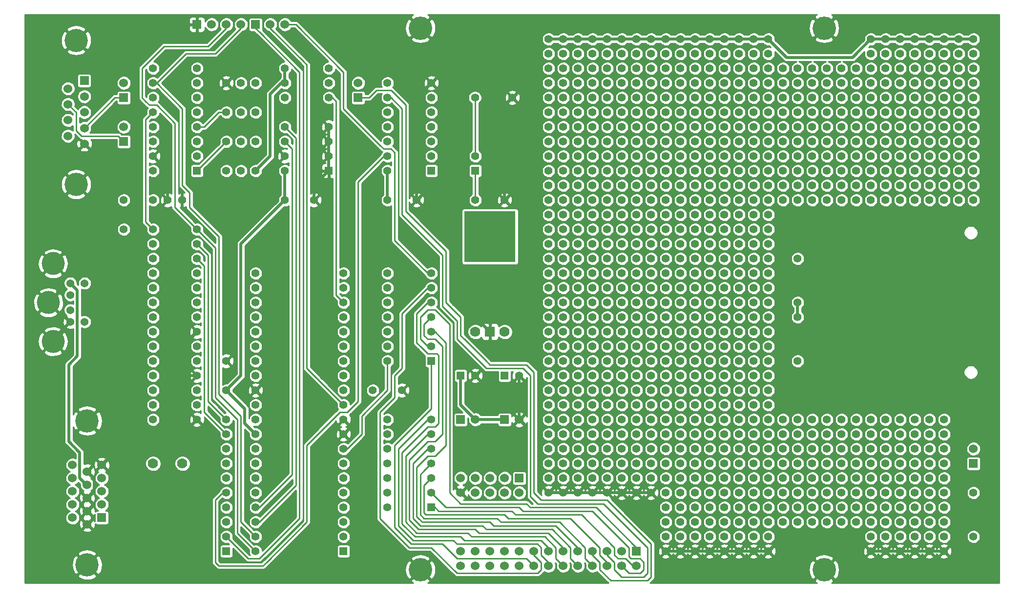
<source format=gbl>
G04 (created by PCBNEW-RS274X (2012-01-19 BZR 3256)-stable) date 6/23/2012 12:28:52 AM*
G01*
G70*
G90*
%MOIN*%
G04 Gerber Fmt 3.4, Leading zero omitted, Abs format*
%FSLAX34Y34*%
G04 APERTURE LIST*
%ADD10C,0.006000*%
%ADD11R,0.060000X0.060000*%
%ADD12C,0.060000*%
%ADD13C,0.055000*%
%ADD14R,0.055000X0.055000*%
%ADD15C,0.054000*%
%ADD16C,0.157500*%
%ADD17C,0.160000*%
%ADD18C,0.159400*%
%ADD19R,0.350000X0.350000*%
%ADD20C,0.070000*%
%ADD21R,0.070000X0.070000*%
%ADD22C,0.010000*%
%ADD23C,0.020000*%
G04 APERTURE END LIST*
G54D10*
G54D11*
X62000Y-57000D03*
G54D12*
X62000Y-58000D03*
X61000Y-57000D03*
X61000Y-58000D03*
X60000Y-57000D03*
X60000Y-58000D03*
X59000Y-57000D03*
X59000Y-58000D03*
X58000Y-57000D03*
X58000Y-58000D03*
X57000Y-57000D03*
X57000Y-58000D03*
X56000Y-57000D03*
X56000Y-58000D03*
X55000Y-57000D03*
X55000Y-58000D03*
X54000Y-57000D03*
X54000Y-58000D03*
X53000Y-57000D03*
X53000Y-58000D03*
X52000Y-57000D03*
X52000Y-58000D03*
X51000Y-57000D03*
X51000Y-58000D03*
X50000Y-57000D03*
X50000Y-58000D03*
G54D13*
X50970Y-26000D03*
X53530Y-26000D03*
G54D14*
X34000Y-57000D03*
G54D13*
X34000Y-56000D03*
X34000Y-55000D03*
X34000Y-54000D03*
X34000Y-53000D03*
X34000Y-52000D03*
X34000Y-51000D03*
X34000Y-50000D03*
X34000Y-49000D03*
X34000Y-48000D03*
X73000Y-41000D03*
X73000Y-44000D03*
X32000Y-37000D03*
X29000Y-37000D03*
X32000Y-36000D03*
X29000Y-36000D03*
X32000Y-46000D03*
X29000Y-46000D03*
X32000Y-43000D03*
X29000Y-43000D03*
X32000Y-40000D03*
X29000Y-40000D03*
X38000Y-24000D03*
X41000Y-24000D03*
X38000Y-25000D03*
X41000Y-25000D03*
X32000Y-39000D03*
X29000Y-39000D03*
X32000Y-38000D03*
X29000Y-38000D03*
X38000Y-26000D03*
X41000Y-26000D03*
X32000Y-47000D03*
X29000Y-47000D03*
X32000Y-44000D03*
X29000Y-44000D03*
X32000Y-41000D03*
X29000Y-41000D03*
X85000Y-56000D03*
X85000Y-53000D03*
X29000Y-35000D03*
X32000Y-35000D03*
G54D11*
X54000Y-52000D03*
G54D12*
X54000Y-53000D03*
X53000Y-52000D03*
X53000Y-53000D03*
X52000Y-52000D03*
X52000Y-53000D03*
X51000Y-52000D03*
X51000Y-53000D03*
X50000Y-52000D03*
X50000Y-53000D03*
G54D11*
X32000Y-21000D03*
G54D12*
X33000Y-21000D03*
X34000Y-21000D03*
X35000Y-21000D03*
G54D11*
X36000Y-21000D03*
G54D12*
X37000Y-21000D03*
X38000Y-21000D03*
G54D11*
X43000Y-26000D03*
G54D12*
X43000Y-25000D03*
G54D11*
X53000Y-48000D03*
G54D12*
X54000Y-48000D03*
G54D11*
X50000Y-48000D03*
G54D12*
X51000Y-48000D03*
G54D15*
X23350Y-39488D03*
X23350Y-40512D03*
X24331Y-41319D03*
X24331Y-38681D03*
X23350Y-38681D03*
X23350Y-41319D03*
G54D16*
X21850Y-40000D03*
X22169Y-42661D03*
X22169Y-37339D03*
G54D17*
X47244Y-21246D03*
X47244Y-58254D03*
X74803Y-21246D03*
X74803Y-58254D03*
G54D14*
X41000Y-31000D03*
G54D13*
X41000Y-30000D03*
X41000Y-29000D03*
X41000Y-28000D03*
X38000Y-28000D03*
X38000Y-29000D03*
X38000Y-30000D03*
X38000Y-31000D03*
G54D14*
X42000Y-57000D03*
G54D13*
X42000Y-56000D03*
X42000Y-55000D03*
X42000Y-54000D03*
X42000Y-53000D03*
X42000Y-52000D03*
X42000Y-51000D03*
X42000Y-50000D03*
X42000Y-49000D03*
X42000Y-48000D03*
X42000Y-47000D03*
X42000Y-46000D03*
X42000Y-45000D03*
X42000Y-44000D03*
X42000Y-43000D03*
X42000Y-42000D03*
X42000Y-41000D03*
X42000Y-40000D03*
X42000Y-39000D03*
X42000Y-38000D03*
X36000Y-38000D03*
X36000Y-39000D03*
X36000Y-40000D03*
X36000Y-41000D03*
X36000Y-42000D03*
X36000Y-43000D03*
X36000Y-44000D03*
X36000Y-45000D03*
X36000Y-46000D03*
X36000Y-47000D03*
X36000Y-48000D03*
X36000Y-49000D03*
X36000Y-50000D03*
X36000Y-51000D03*
X36000Y-52000D03*
X36000Y-53000D03*
X36000Y-54000D03*
X36000Y-55000D03*
X36000Y-56000D03*
X36000Y-57000D03*
G54D14*
X32000Y-31000D03*
G54D13*
X32000Y-30000D03*
X32000Y-29000D03*
X32000Y-28000D03*
X32000Y-27000D03*
X32000Y-26000D03*
X32000Y-25000D03*
X32000Y-24000D03*
X29000Y-24000D03*
X29000Y-25000D03*
X29000Y-26000D03*
X29000Y-27000D03*
X29000Y-28000D03*
X29000Y-29000D03*
X29000Y-30000D03*
X29000Y-31000D03*
G54D14*
X48000Y-54000D03*
G54D13*
X48000Y-53000D03*
X48000Y-52000D03*
X48000Y-51000D03*
X48000Y-50000D03*
X48000Y-49000D03*
X48000Y-48000D03*
X45000Y-48000D03*
X45000Y-49000D03*
X45000Y-50000D03*
X45000Y-51000D03*
X45000Y-52000D03*
X45000Y-53000D03*
X45000Y-54000D03*
G54D14*
X48000Y-44000D03*
G54D13*
X48000Y-43000D03*
X48000Y-42000D03*
X48000Y-41000D03*
X48000Y-40000D03*
X48000Y-39000D03*
X48000Y-38000D03*
X45000Y-38000D03*
X45000Y-39000D03*
X45000Y-40000D03*
X45000Y-41000D03*
X45000Y-42000D03*
X45000Y-43000D03*
X45000Y-44000D03*
G54D14*
X48000Y-31000D03*
G54D13*
X48000Y-30000D03*
X48000Y-29000D03*
X48000Y-28000D03*
X48000Y-27000D03*
X48000Y-26000D03*
X48000Y-25000D03*
X45000Y-25000D03*
X45000Y-26000D03*
X45000Y-27000D03*
X45000Y-28000D03*
X45000Y-29000D03*
X45000Y-30000D03*
X45000Y-31000D03*
G54D18*
X23750Y-22081D03*
X23750Y-31919D03*
G54D11*
X24310Y-24840D03*
G54D12*
X24310Y-25920D03*
X24310Y-27000D03*
X24310Y-28080D03*
X24310Y-29160D03*
X23190Y-28620D03*
X23190Y-27540D03*
X23190Y-26450D03*
X23190Y-25380D03*
G54D13*
X45000Y-33000D03*
X47000Y-33000D03*
X51000Y-33000D03*
X53000Y-33000D03*
X38000Y-33000D03*
X40000Y-33000D03*
X34000Y-46000D03*
X34000Y-44000D03*
X44000Y-46000D03*
X46000Y-46000D03*
G54D14*
X51000Y-31000D03*
G54D13*
X51000Y-30000D03*
G54D14*
X53000Y-45000D03*
G54D13*
X54000Y-45000D03*
G54D14*
X50000Y-45000D03*
G54D13*
X51000Y-45000D03*
G54D18*
X24500Y-48081D03*
X24500Y-57919D03*
G54D11*
X25500Y-54709D03*
G54D12*
X25500Y-53807D03*
X25500Y-52902D03*
X25500Y-52000D03*
X25500Y-51098D03*
X24500Y-52451D03*
X24500Y-53352D03*
X24500Y-54254D03*
X24500Y-55156D03*
X24500Y-51549D03*
X23500Y-54709D03*
X23500Y-53807D03*
X23500Y-52902D03*
X23500Y-52000D03*
X23500Y-51098D03*
G54D13*
X73000Y-40000D03*
X73000Y-37000D03*
G54D19*
X52000Y-35500D03*
G54D20*
X51000Y-42000D03*
G54D21*
X52000Y-42000D03*
G54D20*
X53000Y-42000D03*
X29000Y-51000D03*
X31000Y-51000D03*
G54D13*
X27000Y-33000D03*
X27000Y-35000D03*
X84000Y-25000D03*
X84000Y-24000D03*
X84000Y-23000D03*
X84000Y-22000D03*
X85000Y-25000D03*
X85000Y-24000D03*
X85000Y-23000D03*
X85000Y-22000D03*
X84000Y-29000D03*
X84000Y-28000D03*
X84000Y-27000D03*
X84000Y-26000D03*
X85000Y-29000D03*
X85000Y-28000D03*
X85000Y-27000D03*
X85000Y-26000D03*
X76000Y-32000D03*
X77000Y-32000D03*
X78000Y-32000D03*
X79000Y-32000D03*
X76000Y-33000D03*
X77000Y-33000D03*
X78000Y-33000D03*
X79000Y-33000D03*
X72000Y-24000D03*
X73000Y-24000D03*
X74000Y-24000D03*
X75000Y-24000D03*
X72000Y-25000D03*
X73000Y-25000D03*
X74000Y-25000D03*
X75000Y-25000D03*
X84000Y-33000D03*
X84000Y-32000D03*
X84000Y-31000D03*
X84000Y-30000D03*
X85000Y-33000D03*
X85000Y-32000D03*
X85000Y-31000D03*
X85000Y-30000D03*
X68000Y-50000D03*
X69000Y-50000D03*
X70000Y-50000D03*
X71000Y-50000D03*
X68000Y-51000D03*
X69000Y-51000D03*
X70000Y-51000D03*
X71000Y-51000D03*
X68000Y-52000D03*
X69000Y-52000D03*
X70000Y-52000D03*
X71000Y-52000D03*
X68000Y-53000D03*
X69000Y-53000D03*
X70000Y-53000D03*
X71000Y-53000D03*
X64000Y-46000D03*
X65000Y-46000D03*
X66000Y-46000D03*
X67000Y-46000D03*
X64000Y-47000D03*
X65000Y-47000D03*
X66000Y-47000D03*
X67000Y-47000D03*
X64000Y-48000D03*
X65000Y-48000D03*
X66000Y-48000D03*
X67000Y-48000D03*
X64000Y-49000D03*
X65000Y-49000D03*
X66000Y-49000D03*
X67000Y-49000D03*
X64000Y-50000D03*
X65000Y-50000D03*
X66000Y-50000D03*
X67000Y-50000D03*
X64000Y-51000D03*
X65000Y-51000D03*
X66000Y-51000D03*
X67000Y-51000D03*
X64000Y-52000D03*
X65000Y-52000D03*
X66000Y-52000D03*
X67000Y-52000D03*
X64000Y-53000D03*
X65000Y-53000D03*
X66000Y-53000D03*
X67000Y-53000D03*
X64000Y-54000D03*
X65000Y-54000D03*
X66000Y-54000D03*
X67000Y-54000D03*
X64000Y-55000D03*
X65000Y-55000D03*
X66000Y-55000D03*
X67000Y-55000D03*
X64000Y-56000D03*
X65000Y-56000D03*
X66000Y-56000D03*
X67000Y-56000D03*
X64000Y-57000D03*
X65000Y-57000D03*
X66000Y-57000D03*
X67000Y-57000D03*
X68000Y-22000D03*
X69000Y-22000D03*
X70000Y-22000D03*
X71000Y-22000D03*
X68000Y-23000D03*
X69000Y-23000D03*
X70000Y-23000D03*
X71000Y-23000D03*
X68000Y-24000D03*
X69000Y-24000D03*
X70000Y-24000D03*
X71000Y-24000D03*
X68000Y-25000D03*
X69000Y-25000D03*
X70000Y-25000D03*
X71000Y-25000D03*
X68000Y-26000D03*
X69000Y-26000D03*
X70000Y-26000D03*
X71000Y-26000D03*
X68000Y-27000D03*
X69000Y-27000D03*
X70000Y-27000D03*
X71000Y-27000D03*
X68000Y-28000D03*
X69000Y-28000D03*
X70000Y-28000D03*
X71000Y-28000D03*
X68000Y-29000D03*
X69000Y-29000D03*
X70000Y-29000D03*
X71000Y-29000D03*
X68000Y-30000D03*
X69000Y-30000D03*
X70000Y-30000D03*
X71000Y-30000D03*
X68000Y-31000D03*
X69000Y-31000D03*
X70000Y-31000D03*
X71000Y-31000D03*
X68000Y-32000D03*
X69000Y-32000D03*
X70000Y-32000D03*
X71000Y-32000D03*
X68000Y-33000D03*
X69000Y-33000D03*
X70000Y-33000D03*
X71000Y-33000D03*
X68000Y-34000D03*
X69000Y-34000D03*
X70000Y-34000D03*
X71000Y-34000D03*
X68000Y-35000D03*
X69000Y-35000D03*
X70000Y-35000D03*
X71000Y-35000D03*
X68000Y-36000D03*
X69000Y-36000D03*
X70000Y-36000D03*
X71000Y-36000D03*
X68000Y-37000D03*
X69000Y-37000D03*
X70000Y-37000D03*
X71000Y-37000D03*
X68000Y-38000D03*
X69000Y-38000D03*
X70000Y-38000D03*
X71000Y-38000D03*
X68000Y-39000D03*
X69000Y-39000D03*
X70000Y-39000D03*
X71000Y-39000D03*
X68000Y-40000D03*
X69000Y-40000D03*
X70000Y-40000D03*
X71000Y-40000D03*
X68000Y-41000D03*
X69000Y-41000D03*
X70000Y-41000D03*
X71000Y-41000D03*
X68000Y-42000D03*
X69000Y-42000D03*
X70000Y-42000D03*
X71000Y-42000D03*
X68000Y-43000D03*
X69000Y-43000D03*
X70000Y-43000D03*
X71000Y-43000D03*
X68000Y-44000D03*
X69000Y-44000D03*
X70000Y-44000D03*
X71000Y-44000D03*
X68000Y-45000D03*
X69000Y-45000D03*
X70000Y-45000D03*
X71000Y-45000D03*
X68000Y-46000D03*
X69000Y-46000D03*
X70000Y-46000D03*
X71000Y-46000D03*
X68000Y-47000D03*
X69000Y-47000D03*
X70000Y-47000D03*
X71000Y-47000D03*
X68000Y-48000D03*
X69000Y-48000D03*
X70000Y-48000D03*
X71000Y-48000D03*
X68000Y-49000D03*
X69000Y-49000D03*
X70000Y-49000D03*
X71000Y-49000D03*
X64000Y-38000D03*
X65000Y-38000D03*
X66000Y-38000D03*
X67000Y-38000D03*
X64000Y-39000D03*
X65000Y-39000D03*
X66000Y-39000D03*
X67000Y-39000D03*
X64000Y-40000D03*
X65000Y-40000D03*
X66000Y-40000D03*
X67000Y-40000D03*
X64000Y-41000D03*
X65000Y-41000D03*
X66000Y-41000D03*
X67000Y-41000D03*
X68000Y-54000D03*
X69000Y-54000D03*
X70000Y-54000D03*
X71000Y-54000D03*
X68000Y-55000D03*
X69000Y-55000D03*
X70000Y-55000D03*
X71000Y-55000D03*
X68000Y-56000D03*
X69000Y-56000D03*
X70000Y-56000D03*
X71000Y-56000D03*
X68000Y-57000D03*
X69000Y-57000D03*
X70000Y-57000D03*
X71000Y-57000D03*
X72000Y-26000D03*
X73000Y-26000D03*
X74000Y-26000D03*
X75000Y-26000D03*
X72000Y-27000D03*
X73000Y-27000D03*
X74000Y-27000D03*
X75000Y-27000D03*
X72000Y-28000D03*
X73000Y-28000D03*
X74000Y-28000D03*
X75000Y-28000D03*
X72000Y-29000D03*
X73000Y-29000D03*
X74000Y-29000D03*
X75000Y-29000D03*
X72000Y-30000D03*
X73000Y-30000D03*
X74000Y-30000D03*
X75000Y-30000D03*
X72000Y-31000D03*
X73000Y-31000D03*
X74000Y-31000D03*
X75000Y-31000D03*
X72000Y-32000D03*
X73000Y-32000D03*
X74000Y-32000D03*
X75000Y-32000D03*
X72000Y-33000D03*
X73000Y-33000D03*
X74000Y-33000D03*
X75000Y-33000D03*
X80000Y-22000D03*
X81000Y-22000D03*
X82000Y-22000D03*
X83000Y-22000D03*
X80000Y-23000D03*
X81000Y-23000D03*
X82000Y-23000D03*
X83000Y-23000D03*
X80000Y-24000D03*
X81000Y-24000D03*
X82000Y-24000D03*
X83000Y-24000D03*
X80000Y-25000D03*
X81000Y-25000D03*
X82000Y-25000D03*
X83000Y-25000D03*
X80000Y-26000D03*
X81000Y-26000D03*
X82000Y-26000D03*
X83000Y-26000D03*
X80000Y-27000D03*
X81000Y-27000D03*
X82000Y-27000D03*
X83000Y-27000D03*
X80000Y-28000D03*
X81000Y-28000D03*
X82000Y-28000D03*
X83000Y-28000D03*
X80000Y-29000D03*
X81000Y-29000D03*
X82000Y-29000D03*
X83000Y-29000D03*
X80000Y-30000D03*
X81000Y-30000D03*
X82000Y-30000D03*
X83000Y-30000D03*
X80000Y-31000D03*
X81000Y-31000D03*
X82000Y-31000D03*
X83000Y-31000D03*
X80000Y-32000D03*
X81000Y-32000D03*
X82000Y-32000D03*
X83000Y-32000D03*
X80000Y-33000D03*
X81000Y-33000D03*
X82000Y-33000D03*
X83000Y-33000D03*
X72000Y-48000D03*
X73000Y-48000D03*
X74000Y-48000D03*
X75000Y-48000D03*
X72000Y-49000D03*
X73000Y-49000D03*
X74000Y-49000D03*
X75000Y-49000D03*
X72000Y-50000D03*
X73000Y-50000D03*
X74000Y-50000D03*
X75000Y-50000D03*
X72000Y-51000D03*
X73000Y-51000D03*
X74000Y-51000D03*
X75000Y-51000D03*
X72000Y-52000D03*
X73000Y-52000D03*
X74000Y-52000D03*
X75000Y-52000D03*
X72000Y-53000D03*
X73000Y-53000D03*
X74000Y-53000D03*
X75000Y-53000D03*
X72000Y-54000D03*
X73000Y-54000D03*
X74000Y-54000D03*
X75000Y-54000D03*
X72000Y-55000D03*
X73000Y-55000D03*
X74000Y-55000D03*
X75000Y-55000D03*
X76000Y-48000D03*
X77000Y-48000D03*
X78000Y-48000D03*
X79000Y-48000D03*
X76000Y-49000D03*
X77000Y-49000D03*
X78000Y-49000D03*
X79000Y-49000D03*
X76000Y-50000D03*
X77000Y-50000D03*
X78000Y-50000D03*
X79000Y-50000D03*
X76000Y-51000D03*
X77000Y-51000D03*
X78000Y-51000D03*
X79000Y-51000D03*
X60000Y-34000D03*
X61000Y-34000D03*
X62000Y-34000D03*
X63000Y-34000D03*
X60000Y-35000D03*
X61000Y-35000D03*
X62000Y-35000D03*
X63000Y-35000D03*
X60000Y-36000D03*
X61000Y-36000D03*
X62000Y-36000D03*
X63000Y-36000D03*
X60000Y-37000D03*
X61000Y-37000D03*
X62000Y-37000D03*
X63000Y-37000D03*
X56000Y-26000D03*
X57000Y-26000D03*
X58000Y-26000D03*
X59000Y-26000D03*
X56000Y-27000D03*
X57000Y-27000D03*
X58000Y-27000D03*
X59000Y-27000D03*
X56000Y-28000D03*
X57000Y-28000D03*
X58000Y-28000D03*
X59000Y-28000D03*
X56000Y-29000D03*
X57000Y-29000D03*
X58000Y-29000D03*
X59000Y-29000D03*
X56000Y-30000D03*
X57000Y-30000D03*
X58000Y-30000D03*
X59000Y-30000D03*
X56000Y-31000D03*
X57000Y-31000D03*
X58000Y-31000D03*
X59000Y-31000D03*
X56000Y-32000D03*
X57000Y-32000D03*
X58000Y-32000D03*
X59000Y-32000D03*
X56000Y-33000D03*
X57000Y-33000D03*
X58000Y-33000D03*
X59000Y-33000D03*
X56000Y-34000D03*
X57000Y-34000D03*
X58000Y-34000D03*
X59000Y-34000D03*
X56000Y-35000D03*
X57000Y-35000D03*
X58000Y-35000D03*
X59000Y-35000D03*
X56000Y-36000D03*
X57000Y-36000D03*
X58000Y-36000D03*
X59000Y-36000D03*
X56000Y-37000D03*
X57000Y-37000D03*
X58000Y-37000D03*
X59000Y-37000D03*
X56000Y-38000D03*
X57000Y-38000D03*
X58000Y-38000D03*
X59000Y-38000D03*
X56000Y-39000D03*
X57000Y-39000D03*
X58000Y-39000D03*
X59000Y-39000D03*
X56000Y-40000D03*
X57000Y-40000D03*
X58000Y-40000D03*
X59000Y-40000D03*
X56000Y-41000D03*
X57000Y-41000D03*
X58000Y-41000D03*
X59000Y-41000D03*
X56000Y-42000D03*
X57000Y-42000D03*
X58000Y-42000D03*
X59000Y-42000D03*
X56000Y-43000D03*
X57000Y-43000D03*
X58000Y-43000D03*
X59000Y-43000D03*
X56000Y-44000D03*
X57000Y-44000D03*
X58000Y-44000D03*
X59000Y-44000D03*
X56000Y-45000D03*
X57000Y-45000D03*
X58000Y-45000D03*
X59000Y-45000D03*
X56000Y-46000D03*
X57000Y-46000D03*
X58000Y-46000D03*
X59000Y-46000D03*
X56000Y-47000D03*
X57000Y-47000D03*
X58000Y-47000D03*
X59000Y-47000D03*
X56000Y-48000D03*
X57000Y-48000D03*
X58000Y-48000D03*
X59000Y-48000D03*
X56000Y-49000D03*
X57000Y-49000D03*
X58000Y-49000D03*
X59000Y-49000D03*
X56000Y-50000D03*
X57000Y-50000D03*
X58000Y-50000D03*
X59000Y-50000D03*
X56000Y-51000D03*
X57000Y-51000D03*
X58000Y-51000D03*
X59000Y-51000D03*
X56000Y-52000D03*
X57000Y-52000D03*
X58000Y-52000D03*
X59000Y-52000D03*
X56000Y-53000D03*
X57000Y-53000D03*
X58000Y-53000D03*
X59000Y-53000D03*
X76000Y-24000D03*
X77000Y-24000D03*
X78000Y-24000D03*
X79000Y-24000D03*
X76000Y-25000D03*
X77000Y-25000D03*
X78000Y-25000D03*
X79000Y-25000D03*
X76000Y-26000D03*
X77000Y-26000D03*
X78000Y-26000D03*
X79000Y-26000D03*
X76000Y-27000D03*
X77000Y-27000D03*
X78000Y-27000D03*
X79000Y-27000D03*
X60000Y-22000D03*
X61000Y-22000D03*
X62000Y-22000D03*
X63000Y-22000D03*
X60000Y-23000D03*
X61000Y-23000D03*
X62000Y-23000D03*
X63000Y-23000D03*
X60000Y-24000D03*
X61000Y-24000D03*
X62000Y-24000D03*
X63000Y-24000D03*
X60000Y-25000D03*
X61000Y-25000D03*
X62000Y-25000D03*
X63000Y-25000D03*
X60000Y-26000D03*
X61000Y-26000D03*
X62000Y-26000D03*
X63000Y-26000D03*
X60000Y-27000D03*
X61000Y-27000D03*
X62000Y-27000D03*
X63000Y-27000D03*
X60000Y-28000D03*
X61000Y-28000D03*
X62000Y-28000D03*
X63000Y-28000D03*
X60000Y-29000D03*
X61000Y-29000D03*
X62000Y-29000D03*
X63000Y-29000D03*
X60000Y-30000D03*
X61000Y-30000D03*
X62000Y-30000D03*
X63000Y-30000D03*
X60000Y-31000D03*
X61000Y-31000D03*
X62000Y-31000D03*
X63000Y-31000D03*
X60000Y-32000D03*
X61000Y-32000D03*
X62000Y-32000D03*
X63000Y-32000D03*
X60000Y-33000D03*
X61000Y-33000D03*
X62000Y-33000D03*
X63000Y-33000D03*
X64000Y-42000D03*
X65000Y-42000D03*
X66000Y-42000D03*
X67000Y-42000D03*
X64000Y-43000D03*
X65000Y-43000D03*
X66000Y-43000D03*
X67000Y-43000D03*
X64000Y-44000D03*
X65000Y-44000D03*
X66000Y-44000D03*
X67000Y-44000D03*
X64000Y-45000D03*
X65000Y-45000D03*
X66000Y-45000D03*
X67000Y-45000D03*
X60000Y-38000D03*
X61000Y-38000D03*
X62000Y-38000D03*
X63000Y-38000D03*
X60000Y-39000D03*
X61000Y-39000D03*
X62000Y-39000D03*
X63000Y-39000D03*
X60000Y-40000D03*
X61000Y-40000D03*
X62000Y-40000D03*
X63000Y-40000D03*
X60000Y-41000D03*
X61000Y-41000D03*
X62000Y-41000D03*
X63000Y-41000D03*
X60000Y-42000D03*
X61000Y-42000D03*
X62000Y-42000D03*
X63000Y-42000D03*
X60000Y-43000D03*
X61000Y-43000D03*
X62000Y-43000D03*
X63000Y-43000D03*
X60000Y-44000D03*
X61000Y-44000D03*
X62000Y-44000D03*
X63000Y-44000D03*
X60000Y-45000D03*
X61000Y-45000D03*
X62000Y-45000D03*
X63000Y-45000D03*
X60000Y-46000D03*
X61000Y-46000D03*
X62000Y-46000D03*
X63000Y-46000D03*
X60000Y-47000D03*
X61000Y-47000D03*
X62000Y-47000D03*
X63000Y-47000D03*
X60000Y-48000D03*
X61000Y-48000D03*
X62000Y-48000D03*
X63000Y-48000D03*
X60000Y-49000D03*
X61000Y-49000D03*
X62000Y-49000D03*
X63000Y-49000D03*
X60000Y-50000D03*
X61000Y-50000D03*
X62000Y-50000D03*
X63000Y-50000D03*
X60000Y-51000D03*
X61000Y-51000D03*
X62000Y-51000D03*
X63000Y-51000D03*
X60000Y-52000D03*
X61000Y-52000D03*
X62000Y-52000D03*
X63000Y-52000D03*
X60000Y-53000D03*
X61000Y-53000D03*
X62000Y-53000D03*
X63000Y-53000D03*
X76000Y-28000D03*
X77000Y-28000D03*
X78000Y-28000D03*
X79000Y-28000D03*
X76000Y-29000D03*
X77000Y-29000D03*
X78000Y-29000D03*
X79000Y-29000D03*
X76000Y-30000D03*
X77000Y-30000D03*
X78000Y-30000D03*
X79000Y-30000D03*
X76000Y-31000D03*
X77000Y-31000D03*
X78000Y-31000D03*
X79000Y-31000D03*
X64000Y-22000D03*
X65000Y-22000D03*
X66000Y-22000D03*
X67000Y-22000D03*
X64000Y-23000D03*
X65000Y-23000D03*
X66000Y-23000D03*
X67000Y-23000D03*
X64000Y-24000D03*
X65000Y-24000D03*
X66000Y-24000D03*
X67000Y-24000D03*
X64000Y-25000D03*
X65000Y-25000D03*
X66000Y-25000D03*
X67000Y-25000D03*
X64000Y-26000D03*
X65000Y-26000D03*
X66000Y-26000D03*
X67000Y-26000D03*
X64000Y-27000D03*
X65000Y-27000D03*
X66000Y-27000D03*
X67000Y-27000D03*
X64000Y-28000D03*
X65000Y-28000D03*
X66000Y-28000D03*
X67000Y-28000D03*
X64000Y-29000D03*
X65000Y-29000D03*
X66000Y-29000D03*
X67000Y-29000D03*
X64000Y-30000D03*
X65000Y-30000D03*
X66000Y-30000D03*
X67000Y-30000D03*
X64000Y-31000D03*
X65000Y-31000D03*
X66000Y-31000D03*
X67000Y-31000D03*
X64000Y-32000D03*
X65000Y-32000D03*
X66000Y-32000D03*
X67000Y-32000D03*
X64000Y-33000D03*
X65000Y-33000D03*
X66000Y-33000D03*
X67000Y-33000D03*
X64000Y-34000D03*
X65000Y-34000D03*
X66000Y-34000D03*
X67000Y-34000D03*
X64000Y-35000D03*
X65000Y-35000D03*
X66000Y-35000D03*
X67000Y-35000D03*
X64000Y-36000D03*
X65000Y-36000D03*
X66000Y-36000D03*
X67000Y-36000D03*
X64000Y-37000D03*
X65000Y-37000D03*
X66000Y-37000D03*
X67000Y-37000D03*
X56000Y-22000D03*
X57000Y-22000D03*
X58000Y-22000D03*
X59000Y-22000D03*
X56000Y-23000D03*
X57000Y-23000D03*
X58000Y-23000D03*
X59000Y-23000D03*
X56000Y-24000D03*
X57000Y-24000D03*
X58000Y-24000D03*
X59000Y-24000D03*
X56000Y-25000D03*
X57000Y-25000D03*
X58000Y-25000D03*
X59000Y-25000D03*
X78000Y-56000D03*
X79000Y-56000D03*
X78000Y-57000D03*
X79000Y-57000D03*
X78000Y-22000D03*
X79000Y-22000D03*
X78000Y-23000D03*
X79000Y-23000D03*
X29000Y-33000D03*
X31000Y-33000D03*
X30000Y-33000D03*
X34000Y-29000D03*
X36000Y-29000D03*
X35000Y-29000D03*
X34000Y-27000D03*
X36000Y-27000D03*
X35000Y-27000D03*
X34000Y-31000D03*
X36000Y-31000D03*
X35000Y-31000D03*
X34000Y-25000D03*
X36000Y-25000D03*
X35000Y-25000D03*
X32000Y-48000D03*
X29000Y-48000D03*
X32000Y-45000D03*
X29000Y-45000D03*
X32000Y-42000D03*
X29000Y-42000D03*
X80000Y-56000D03*
X81000Y-56000D03*
X82000Y-56000D03*
X83000Y-56000D03*
X80000Y-57000D03*
X81000Y-57000D03*
X82000Y-57000D03*
X83000Y-57000D03*
X76000Y-52000D03*
X77000Y-52000D03*
X78000Y-52000D03*
X79000Y-52000D03*
X76000Y-53000D03*
X77000Y-53000D03*
X78000Y-53000D03*
X79000Y-53000D03*
X76000Y-54000D03*
X77000Y-54000D03*
X78000Y-54000D03*
X79000Y-54000D03*
X76000Y-55000D03*
X77000Y-55000D03*
X78000Y-55000D03*
X79000Y-55000D03*
X80000Y-48000D03*
X81000Y-48000D03*
X82000Y-48000D03*
X83000Y-48000D03*
X80000Y-49000D03*
X81000Y-49000D03*
X82000Y-49000D03*
X83000Y-49000D03*
X80000Y-50000D03*
X81000Y-50000D03*
X82000Y-50000D03*
X83000Y-50000D03*
X80000Y-51000D03*
X81000Y-51000D03*
X82000Y-51000D03*
X83000Y-51000D03*
X80000Y-52000D03*
X81000Y-52000D03*
X82000Y-52000D03*
X83000Y-52000D03*
X80000Y-53000D03*
X81000Y-53000D03*
X82000Y-53000D03*
X83000Y-53000D03*
X80000Y-54000D03*
X81000Y-54000D03*
X82000Y-54000D03*
X83000Y-54000D03*
X80000Y-55000D03*
X81000Y-55000D03*
X82000Y-55000D03*
X83000Y-55000D03*
G54D11*
X85000Y-51000D03*
G54D12*
X85000Y-50000D03*
G54D11*
X27000Y-26000D03*
G54D12*
X27000Y-25000D03*
G54D11*
X27000Y-29000D03*
G54D12*
X27000Y-28000D03*
G54D22*
X42250Y-50000D02*
X43250Y-49000D01*
X45000Y-46000D02*
X45000Y-44000D01*
X43250Y-48750D02*
X43250Y-47750D01*
X43250Y-49000D02*
X43250Y-48750D01*
X43250Y-47750D02*
X45000Y-46000D01*
X42000Y-50000D02*
X42250Y-50000D01*
X33000Y-47000D02*
X32750Y-46750D01*
X33250Y-47250D02*
X34000Y-48000D01*
X32750Y-46750D02*
X32750Y-36750D01*
X32000Y-36000D02*
X32750Y-36750D01*
X33000Y-47000D02*
X33250Y-47250D01*
X32750Y-47750D02*
X32500Y-47500D01*
X32750Y-47750D02*
X34000Y-49000D01*
X32500Y-47500D02*
X32500Y-37500D01*
X32000Y-37000D02*
X32500Y-37500D01*
G54D23*
X23250Y-44250D02*
X23825Y-43675D01*
X23250Y-49500D02*
X23250Y-44250D01*
X24000Y-52000D02*
X24000Y-50250D01*
X24000Y-50250D02*
X23250Y-49500D01*
X24451Y-52451D02*
X24000Y-52000D01*
X23825Y-43675D02*
X23825Y-39156D01*
X23825Y-39156D02*
X23350Y-38681D01*
X24500Y-52451D02*
X24451Y-52451D01*
G54D22*
X53750Y-54500D02*
X53500Y-54250D01*
X60500Y-56750D02*
X58250Y-54500D01*
X62000Y-58000D02*
X61750Y-58000D01*
X48500Y-54250D02*
X48250Y-54000D01*
X61750Y-58000D02*
X61250Y-57500D01*
X54250Y-54500D02*
X53750Y-54500D01*
X54250Y-54500D02*
X58250Y-54500D01*
X50500Y-54250D02*
X48750Y-54250D01*
X48250Y-54000D02*
X48000Y-54000D01*
X60500Y-57250D02*
X60500Y-56750D01*
X48750Y-54250D02*
X48500Y-54250D01*
X50500Y-54250D02*
X53500Y-54250D01*
X61250Y-57500D02*
X60750Y-57500D01*
X60750Y-57500D02*
X60500Y-57250D01*
X62500Y-58250D02*
X62250Y-58500D01*
X48000Y-53000D02*
X48750Y-53750D01*
X48750Y-53750D02*
X49000Y-54000D01*
X49000Y-54000D02*
X50750Y-54000D01*
X62250Y-58500D02*
X61500Y-58500D01*
X61500Y-56750D02*
X59000Y-54250D01*
X59000Y-54250D02*
X55000Y-54250D01*
X50750Y-54000D02*
X54000Y-54000D01*
X54750Y-54250D02*
X54500Y-54250D01*
X62500Y-57750D02*
X62500Y-58250D01*
X54500Y-54250D02*
X54250Y-54250D01*
X61625Y-57500D02*
X61500Y-57375D01*
X54250Y-54250D02*
X54000Y-54000D01*
X61500Y-58500D02*
X61000Y-58000D01*
X62250Y-57500D02*
X61625Y-57500D01*
X62500Y-57750D02*
X62250Y-57500D01*
X54750Y-54250D02*
X55000Y-54250D01*
X61500Y-57375D02*
X61500Y-56750D01*
X59500Y-56750D02*
X57500Y-54750D01*
X57500Y-54750D02*
X53750Y-54750D01*
X47625Y-54500D02*
X47750Y-54500D01*
X60000Y-57750D02*
X59500Y-57250D01*
X53750Y-54750D02*
X53250Y-54750D01*
X50250Y-54500D02*
X47750Y-54500D01*
X47500Y-52500D02*
X47500Y-54375D01*
X50250Y-54500D02*
X52750Y-54500D01*
X59500Y-57250D02*
X59500Y-56750D01*
X53250Y-54750D02*
X53000Y-54500D01*
X52750Y-54500D02*
X53000Y-54500D01*
X47500Y-54375D02*
X47625Y-54500D01*
X60000Y-58000D02*
X60000Y-57750D01*
X48000Y-52000D02*
X47500Y-52500D01*
X47500Y-54750D02*
X47250Y-54500D01*
X53250Y-55000D02*
X52750Y-55000D01*
X52000Y-54750D02*
X52500Y-54750D01*
X47250Y-51750D02*
X47500Y-51500D01*
X47875Y-54750D02*
X47500Y-54750D01*
X47250Y-54500D02*
X47250Y-51750D01*
X53250Y-55000D02*
X56750Y-55000D01*
X47500Y-51500D02*
X48000Y-51000D01*
X59000Y-58000D02*
X58500Y-57500D01*
X58500Y-57500D02*
X58500Y-56750D01*
X58500Y-56750D02*
X56750Y-55000D01*
X52750Y-55000D02*
X52500Y-54750D01*
X50000Y-54750D02*
X52000Y-54750D01*
X50000Y-54750D02*
X47875Y-54750D01*
X52250Y-55500D02*
X51750Y-55500D01*
X48000Y-50000D02*
X47750Y-50000D01*
X46750Y-54750D02*
X46750Y-54500D01*
X47750Y-50000D02*
X47000Y-50750D01*
X46750Y-54500D02*
X46750Y-51000D01*
X50500Y-55250D02*
X51500Y-55250D01*
X46750Y-51000D02*
X47000Y-50750D01*
X49500Y-55250D02*
X50500Y-55250D01*
X52250Y-55500D02*
X56250Y-55500D01*
X58000Y-58000D02*
X57500Y-57500D01*
X57500Y-56750D02*
X56250Y-55500D01*
X51750Y-55500D02*
X51500Y-55250D01*
X47500Y-55250D02*
X49500Y-55250D01*
X47250Y-55250D02*
X46750Y-54750D01*
X47500Y-55250D02*
X47250Y-55250D01*
X57500Y-57500D02*
X57500Y-56750D01*
X57000Y-58000D02*
X56500Y-57500D01*
X51250Y-56000D02*
X50750Y-56000D01*
X49000Y-55750D02*
X47000Y-55750D01*
X46250Y-50500D02*
X46500Y-50250D01*
X56500Y-57500D02*
X56500Y-56750D01*
X47750Y-49000D02*
X46500Y-50250D01*
X51250Y-56000D02*
X55750Y-56000D01*
X49000Y-55750D02*
X50500Y-55750D01*
X50750Y-56000D02*
X50500Y-55750D01*
X48000Y-49000D02*
X47750Y-49000D01*
X56500Y-56750D02*
X55750Y-56000D01*
X46250Y-55000D02*
X46250Y-50500D01*
X47000Y-55750D02*
X46250Y-55000D01*
X45750Y-55250D02*
X45750Y-50000D01*
X55500Y-57250D02*
X55500Y-56750D01*
X55250Y-56500D02*
X50250Y-56500D01*
X48000Y-48000D02*
X47750Y-48000D01*
X56000Y-57750D02*
X55500Y-57250D01*
X55500Y-56750D02*
X55250Y-56500D01*
X48500Y-56250D02*
X49500Y-56250D01*
X56000Y-58000D02*
X56000Y-57750D01*
X46750Y-56250D02*
X45750Y-55250D01*
X47750Y-48000D02*
X45750Y-50000D01*
X49750Y-56500D02*
X49500Y-56250D01*
X48500Y-56250D02*
X46750Y-56250D01*
X50250Y-56500D02*
X49750Y-56500D01*
X48250Y-56500D02*
X48750Y-56500D01*
X45500Y-55375D02*
X45500Y-49750D01*
X48000Y-45750D02*
X48000Y-47250D01*
X48750Y-56500D02*
X49750Y-57500D01*
X48000Y-47250D02*
X45500Y-49750D01*
X55000Y-58000D02*
X54500Y-57500D01*
X54500Y-57500D02*
X49750Y-57500D01*
X46625Y-56500D02*
X48250Y-56500D01*
X46625Y-56500D02*
X45500Y-55375D01*
X48000Y-45750D02*
X48000Y-44000D01*
X62000Y-56750D02*
X59250Y-54000D01*
X47250Y-41000D02*
X47250Y-42500D01*
X55250Y-54000D02*
X59250Y-54000D01*
X47250Y-42500D02*
X47750Y-43000D01*
X49250Y-41500D02*
X48250Y-40500D01*
X55250Y-54000D02*
X55000Y-54000D01*
X51000Y-53750D02*
X54500Y-53750D01*
X48250Y-40500D02*
X47750Y-40500D01*
X51000Y-53750D02*
X50000Y-53750D01*
X47750Y-43000D02*
X48000Y-43000D01*
X47750Y-40500D02*
X47250Y-41000D01*
X54750Y-54000D02*
X54500Y-53750D01*
X62000Y-57000D02*
X62000Y-56750D01*
X49250Y-53000D02*
X50000Y-53750D01*
X55000Y-54000D02*
X54750Y-54000D01*
X49250Y-41500D02*
X49250Y-53000D01*
X48750Y-36750D02*
X46250Y-34250D01*
X46000Y-26750D02*
X45250Y-26000D01*
X49500Y-41000D02*
X49750Y-41250D01*
X49750Y-41250D02*
X49750Y-42500D01*
X61000Y-58750D02*
X62500Y-58750D01*
X60000Y-57000D02*
X60000Y-57250D01*
X55500Y-53750D02*
X55250Y-53750D01*
X62750Y-56750D02*
X59750Y-53750D01*
X48750Y-40250D02*
X48750Y-36750D01*
X62500Y-58750D02*
X62750Y-58500D01*
X60000Y-57250D02*
X60500Y-57750D01*
X60500Y-57750D02*
X60500Y-58250D01*
X45250Y-26000D02*
X45000Y-26000D01*
X54250Y-44500D02*
X51750Y-44500D01*
X46000Y-34000D02*
X46000Y-27000D01*
X54750Y-45000D02*
X54250Y-44500D01*
X54750Y-53250D02*
X54750Y-53000D01*
X49500Y-41000D02*
X48750Y-40250D01*
X59750Y-53750D02*
X55500Y-53750D01*
X46000Y-27000D02*
X46000Y-26750D01*
X62750Y-58500D02*
X62750Y-56750D01*
X54750Y-53000D02*
X54750Y-45000D01*
X51750Y-44500D02*
X49750Y-42500D01*
X46250Y-34250D02*
X46000Y-34000D01*
X60500Y-58250D02*
X61000Y-58750D01*
X55250Y-53750D02*
X54750Y-53250D01*
X62750Y-59000D02*
X63000Y-58750D01*
X63000Y-58750D02*
X63000Y-56500D01*
X59000Y-57250D02*
X59500Y-57750D01*
X60000Y-53500D02*
X55750Y-53500D01*
X59000Y-57000D02*
X59000Y-57250D01*
X59500Y-57750D02*
X59500Y-58250D01*
X51750Y-44000D02*
X50250Y-42500D01*
X45250Y-25500D02*
X44250Y-25500D01*
X49000Y-36500D02*
X46500Y-34000D01*
X43000Y-26000D02*
X43750Y-26000D01*
X59500Y-58250D02*
X60250Y-59000D01*
X54500Y-44250D02*
X52000Y-44250D01*
X43750Y-26000D02*
X44250Y-25500D01*
X63000Y-56500D02*
X60000Y-53500D01*
X55500Y-53500D02*
X55000Y-53000D01*
X50000Y-41000D02*
X49250Y-40250D01*
X60250Y-59000D02*
X62750Y-59000D01*
X46500Y-34000D02*
X46250Y-33750D01*
X55000Y-44750D02*
X54500Y-44250D01*
X46250Y-26500D02*
X45250Y-25500D01*
X46250Y-33750D02*
X46250Y-26500D01*
X49000Y-40000D02*
X49000Y-36500D01*
X55750Y-53500D02*
X55500Y-53500D01*
X50000Y-42250D02*
X50000Y-41000D01*
X49250Y-40250D02*
X49000Y-40000D01*
X52000Y-44250D02*
X51750Y-44000D01*
X50250Y-42500D02*
X50000Y-42250D01*
X55000Y-53000D02*
X55000Y-44750D01*
X51250Y-55000D02*
X52000Y-55000D01*
X48000Y-42000D02*
X48250Y-42000D01*
X47250Y-51000D02*
X47500Y-50750D01*
X48250Y-42000D02*
X49000Y-42750D01*
X47750Y-55000D02*
X47375Y-55000D01*
X58000Y-57000D02*
X58000Y-56750D01*
X52750Y-55250D02*
X52250Y-55250D01*
X49000Y-49750D02*
X49000Y-42750D01*
X47375Y-55000D02*
X47125Y-54750D01*
X47125Y-54750D02*
X47000Y-54625D01*
X49750Y-55000D02*
X51250Y-55000D01*
X47750Y-50500D02*
X48250Y-50500D01*
X47500Y-50750D02*
X47750Y-50500D01*
X58000Y-56750D02*
X56500Y-55250D01*
X52250Y-55250D02*
X52000Y-55000D01*
X49750Y-55000D02*
X47750Y-55000D01*
X48250Y-50500D02*
X49000Y-49750D01*
X47000Y-53500D02*
X47000Y-51250D01*
X56500Y-55250D02*
X52750Y-55250D01*
X47000Y-51250D02*
X47250Y-51000D01*
X47000Y-54625D02*
X47000Y-53500D01*
X49250Y-55500D02*
X49750Y-55500D01*
X48750Y-49000D02*
X48250Y-49500D01*
X47000Y-50250D02*
X46750Y-50500D01*
X47500Y-42250D02*
X47500Y-41500D01*
X51250Y-55750D02*
X51000Y-55500D01*
X47750Y-49500D02*
X47000Y-50250D01*
X48750Y-43000D02*
X48250Y-42500D01*
X47250Y-55500D02*
X47125Y-55500D01*
X46500Y-54750D02*
X46500Y-50750D01*
X47750Y-42500D02*
X47500Y-42250D01*
X47250Y-55500D02*
X49250Y-55500D01*
X46500Y-54875D02*
X46500Y-54750D01*
X51750Y-55750D02*
X51250Y-55750D01*
X48250Y-42500D02*
X47750Y-42500D01*
X57000Y-57000D02*
X57000Y-56750D01*
X46500Y-50750D02*
X46750Y-50500D01*
X49750Y-55500D02*
X51000Y-55500D01*
X57000Y-56750D02*
X56000Y-55750D01*
X47750Y-49500D02*
X48250Y-49500D01*
X47500Y-41500D02*
X48000Y-41000D01*
X56000Y-55750D02*
X51750Y-55750D01*
X47125Y-55500D02*
X46500Y-54875D01*
X48750Y-43000D02*
X48750Y-49000D01*
X47750Y-43500D02*
X47250Y-43000D01*
X56000Y-56750D02*
X55500Y-56250D01*
X47250Y-43000D02*
X47000Y-42750D01*
X56000Y-57000D02*
X56000Y-56750D01*
X46875Y-56000D02*
X46125Y-55250D01*
X50750Y-56250D02*
X50250Y-56250D01*
X47000Y-40750D02*
X47750Y-40000D01*
X47750Y-48500D02*
X48250Y-48500D01*
X50250Y-56250D02*
X50000Y-56000D01*
X46875Y-56000D02*
X48750Y-56000D01*
X48750Y-56000D02*
X50000Y-56000D01*
X48500Y-48250D02*
X48500Y-43625D01*
X47750Y-40000D02*
X48000Y-40000D01*
X47000Y-42750D02*
X47000Y-40750D01*
X55500Y-56250D02*
X50750Y-56250D01*
X46125Y-55250D02*
X46000Y-55125D01*
X46000Y-50250D02*
X46250Y-50000D01*
X46250Y-50000D02*
X47750Y-48500D01*
X48375Y-43500D02*
X48500Y-43625D01*
X46000Y-55125D02*
X46000Y-50250D01*
X48375Y-43500D02*
X47750Y-43500D01*
X48250Y-48500D02*
X48500Y-48250D01*
X45500Y-45000D02*
X46000Y-44500D01*
X46000Y-44500D02*
X46000Y-40750D01*
X55000Y-57250D02*
X55500Y-57750D01*
X55250Y-58500D02*
X53750Y-58500D01*
X44500Y-54750D02*
X44500Y-47500D01*
X45500Y-46000D02*
X45500Y-45000D01*
X49750Y-58500D02*
X48000Y-56750D01*
X53750Y-58500D02*
X49750Y-58500D01*
X45500Y-46500D02*
X44500Y-47500D01*
X55000Y-57000D02*
X55000Y-57250D01*
X46000Y-40750D02*
X47750Y-39000D01*
X47750Y-39000D02*
X48000Y-39000D01*
X45500Y-46000D02*
X45500Y-46500D01*
X55500Y-57750D02*
X55500Y-58250D01*
X48000Y-56750D02*
X46625Y-56750D01*
X46625Y-56750D02*
X46500Y-56750D01*
X46500Y-56750D02*
X44500Y-54750D01*
X55500Y-58250D02*
X55250Y-58500D01*
X29250Y-26500D02*
X30500Y-27750D01*
X33250Y-36250D02*
X32000Y-35000D01*
X28500Y-26250D02*
X28750Y-26500D01*
X36000Y-57000D02*
X34750Y-55750D01*
X32500Y-22500D02*
X29750Y-22500D01*
X34750Y-55750D02*
X34750Y-48000D01*
X30500Y-33500D02*
X32000Y-35000D01*
X28750Y-26500D02*
X29250Y-26500D01*
X29750Y-22500D02*
X28500Y-23750D01*
X32750Y-22500D02*
X34000Y-21250D01*
X34000Y-21250D02*
X34000Y-21000D01*
X32500Y-22500D02*
X32750Y-22500D01*
X33250Y-46500D02*
X33250Y-36250D01*
X28500Y-26250D02*
X28250Y-26000D01*
X34750Y-48000D02*
X33250Y-46500D01*
X28250Y-26000D02*
X28250Y-24000D01*
X28250Y-24000D02*
X28500Y-23750D01*
X30500Y-27750D02*
X30500Y-33500D01*
X41250Y-26000D02*
X41000Y-26000D01*
X41500Y-26500D02*
X41500Y-26250D01*
X41500Y-26250D02*
X41250Y-26000D01*
X42000Y-40000D02*
X41500Y-39500D01*
X41500Y-39500D02*
X41500Y-26500D01*
X31500Y-32750D02*
X31500Y-32500D01*
X35000Y-49000D02*
X35000Y-48000D01*
X35000Y-48000D02*
X35000Y-47750D01*
X33250Y-23000D02*
X35000Y-21250D01*
X31000Y-26750D02*
X29250Y-25000D01*
X33500Y-36750D02*
X33500Y-35750D01*
X33500Y-35750D02*
X33500Y-35500D01*
X31250Y-23000D02*
X33000Y-23000D01*
X33500Y-46250D02*
X33500Y-36750D01*
X33000Y-23000D02*
X33250Y-23000D01*
X35000Y-55000D02*
X35000Y-49000D01*
X31000Y-27000D02*
X31000Y-26750D01*
X31500Y-32500D02*
X31000Y-32000D01*
X31000Y-27000D02*
X31000Y-32000D01*
X29000Y-25000D02*
X29250Y-25000D01*
X29250Y-25000D02*
X31250Y-23000D01*
X36000Y-56000D02*
X35000Y-55000D01*
X35000Y-47750D02*
X33500Y-46250D01*
X31500Y-32750D02*
X31500Y-33500D01*
X33500Y-35500D02*
X31500Y-33500D01*
X35000Y-21250D02*
X35000Y-21000D01*
X33500Y-58000D02*
X33250Y-57750D01*
X43000Y-32000D02*
X43000Y-31750D01*
X33750Y-53000D02*
X34000Y-53000D01*
X36500Y-58000D02*
X33500Y-58000D01*
X39500Y-49750D02*
X40500Y-48750D01*
X43000Y-31750D02*
X44750Y-30000D01*
X36750Y-57750D02*
X36500Y-58000D01*
X40500Y-48750D02*
X41750Y-47500D01*
X43000Y-33750D02*
X43000Y-32500D01*
X42250Y-47500D02*
X43000Y-46750D01*
X36750Y-57750D02*
X39500Y-55000D01*
X43000Y-32500D02*
X43000Y-32000D01*
X43000Y-46750D02*
X43000Y-33750D01*
X33250Y-53500D02*
X33750Y-53000D01*
X39500Y-55000D02*
X39500Y-49750D01*
X33250Y-57750D02*
X33250Y-53500D01*
X44750Y-30000D02*
X45000Y-30000D01*
X41750Y-47500D02*
X42250Y-47500D01*
G54D23*
X31000Y-33000D02*
X31000Y-33500D01*
X31000Y-33000D02*
X31000Y-32500D01*
X25000Y-52500D02*
X25000Y-52049D01*
X31000Y-33500D02*
X31750Y-34250D01*
X53000Y-33000D02*
X53000Y-26530D01*
X22500Y-39350D02*
X21850Y-40000D01*
X58000Y-53000D02*
X59000Y-53000D01*
X24500Y-53352D02*
X24898Y-53750D01*
X57000Y-53000D02*
X58000Y-53000D01*
X22500Y-30250D02*
X22500Y-23331D01*
X69000Y-57000D02*
X68000Y-57000D01*
X66000Y-57000D02*
X65000Y-57000D01*
X23000Y-38170D02*
X22169Y-37339D01*
X22500Y-30669D02*
X23750Y-31919D01*
X25000Y-52852D02*
X24500Y-53352D01*
X48000Y-25000D02*
X47000Y-26000D01*
X24750Y-30919D02*
X23750Y-31919D01*
X25000Y-52049D02*
X24500Y-51549D01*
X49750Y-36500D02*
X49750Y-35750D01*
X50000Y-40000D02*
X49750Y-39750D01*
X24750Y-54504D02*
X24748Y-54502D01*
X51000Y-45000D02*
X52000Y-46000D01*
X50500Y-40500D02*
X50000Y-40000D01*
X49750Y-39750D02*
X49750Y-36500D01*
X23350Y-41319D02*
X23319Y-41319D01*
X22850Y-41000D02*
X21850Y-40000D01*
X32000Y-48000D02*
X31500Y-47500D01*
X54000Y-46000D02*
X54000Y-45000D01*
X24752Y-54502D02*
X24748Y-54502D01*
X30000Y-33000D02*
X30000Y-31000D01*
X52000Y-42000D02*
X50500Y-40500D01*
X32000Y-45000D02*
X31500Y-45000D01*
X71000Y-57000D02*
X72250Y-55750D01*
X32000Y-48000D02*
X31250Y-48750D01*
X80000Y-57000D02*
X79000Y-57000D01*
X31500Y-42500D02*
X32000Y-42000D01*
X31250Y-48750D02*
X27848Y-48750D01*
X24900Y-51149D02*
X24900Y-50500D01*
X31500Y-45000D02*
X31500Y-42500D01*
X53000Y-26530D02*
X53530Y-26000D01*
X62000Y-53000D02*
X63000Y-53000D01*
X49750Y-35750D02*
X47000Y-33000D01*
X47000Y-33000D02*
X47000Y-26000D01*
X54000Y-46000D02*
X54000Y-48000D01*
X24748Y-54502D02*
X24500Y-54254D01*
X24898Y-53750D02*
X24898Y-53856D01*
X40000Y-33000D02*
X40000Y-32000D01*
X22500Y-30250D02*
X22500Y-30669D01*
X27848Y-48750D02*
X25500Y-51098D01*
X24750Y-29600D02*
X24310Y-29160D01*
X25000Y-52500D02*
X25000Y-52852D01*
X22500Y-39000D02*
X22500Y-38750D01*
X22500Y-38750D02*
X23000Y-38250D01*
X41000Y-30000D02*
X41000Y-29000D01*
X31500Y-47500D02*
X31500Y-45000D01*
X24898Y-53856D02*
X24500Y-54254D01*
X82000Y-57000D02*
X81000Y-57000D01*
X30000Y-31000D02*
X29000Y-30000D01*
X24906Y-54656D02*
X24752Y-54502D01*
X72250Y-55750D02*
X76750Y-55750D01*
X25250Y-49500D02*
X25250Y-48831D01*
X70000Y-57000D02*
X69000Y-57000D01*
X65000Y-57000D02*
X64000Y-57000D01*
X24900Y-51149D02*
X24500Y-51549D01*
X40000Y-32000D02*
X41000Y-31000D01*
X61000Y-53000D02*
X62000Y-53000D01*
X76750Y-55750D02*
X78000Y-57000D01*
X22750Y-32919D02*
X23750Y-31919D01*
X22500Y-23331D02*
X23750Y-22081D01*
X22169Y-37331D02*
X23250Y-36250D01*
X23319Y-41319D02*
X23000Y-41000D01*
X24951Y-48532D02*
X24500Y-48081D01*
X23250Y-36250D02*
X23250Y-34250D01*
X41000Y-29000D02*
X41000Y-28000D01*
X22169Y-42661D02*
X22169Y-42500D01*
X24902Y-49848D02*
X25250Y-49500D01*
X23000Y-38250D02*
X23000Y-38170D01*
X24902Y-50500D02*
X24951Y-50549D01*
X23250Y-34250D02*
X22750Y-33750D01*
X24500Y-54254D02*
X24500Y-54250D01*
X81000Y-57000D02*
X80000Y-57000D01*
X83000Y-57000D02*
X82000Y-57000D01*
X23000Y-41000D02*
X22850Y-41000D01*
X63500Y-56500D02*
X63500Y-53500D01*
X24900Y-50500D02*
X24902Y-50500D01*
X71000Y-57000D02*
X70000Y-57000D01*
X24902Y-50500D02*
X24902Y-49848D01*
X24750Y-30919D02*
X24750Y-29600D01*
X24951Y-50549D02*
X25500Y-51098D01*
X52000Y-46000D02*
X54000Y-46000D01*
X60000Y-53000D02*
X61000Y-53000D01*
X79000Y-57000D02*
X78000Y-57000D01*
X24500Y-55156D02*
X24906Y-54750D01*
X59000Y-53000D02*
X60000Y-53000D01*
X56000Y-53000D02*
X57000Y-53000D01*
X22169Y-37339D02*
X22169Y-37331D01*
X22750Y-33750D02*
X22750Y-32919D01*
X64000Y-57000D02*
X63500Y-56500D01*
X67000Y-57000D02*
X66000Y-57000D01*
X68000Y-57000D02*
X67000Y-57000D01*
X41000Y-31000D02*
X41000Y-30000D01*
X22500Y-39000D02*
X22500Y-39350D01*
X63500Y-53500D02*
X63000Y-53000D01*
X22169Y-42500D02*
X23350Y-41319D01*
X24906Y-54750D02*
X24906Y-54656D01*
X25250Y-48831D02*
X24500Y-48081D01*
G54D22*
X36250Y-55000D02*
X38750Y-52500D01*
X38750Y-52500D02*
X38750Y-52250D01*
X38750Y-28750D02*
X38750Y-52250D01*
X36000Y-55000D02*
X36250Y-55000D01*
X38750Y-28750D02*
X38000Y-28000D01*
X51000Y-33000D02*
X51000Y-31000D01*
X51000Y-30000D02*
X51000Y-26030D01*
X51000Y-26030D02*
X50970Y-26000D01*
X39000Y-54750D02*
X39000Y-24250D01*
X36250Y-57500D02*
X36500Y-57250D01*
X35500Y-57500D02*
X36250Y-57500D01*
X39000Y-54750D02*
X36500Y-57250D01*
X34000Y-56000D02*
X35500Y-57500D01*
X39000Y-24250D02*
X36250Y-21500D01*
X36000Y-21250D02*
X36000Y-21000D01*
X36250Y-21500D02*
X36000Y-21250D01*
X48000Y-38000D02*
X47750Y-38000D01*
X47750Y-38000D02*
X45500Y-35750D01*
X42000Y-24250D02*
X38750Y-21000D01*
X44750Y-29500D02*
X44500Y-29250D01*
X42000Y-26750D02*
X42000Y-24250D01*
X45250Y-29500D02*
X44750Y-29500D01*
X45500Y-29750D02*
X45250Y-29500D01*
X45500Y-35500D02*
X45500Y-29750D01*
X44500Y-29250D02*
X42000Y-26750D01*
X45500Y-35750D02*
X45500Y-35500D01*
X38750Y-21000D02*
X38000Y-21000D01*
X38500Y-29500D02*
X38500Y-50250D01*
X38500Y-50250D02*
X38500Y-51500D01*
X38500Y-51500D02*
X38500Y-51750D01*
X38500Y-51750D02*
X36250Y-54000D01*
X36250Y-54000D02*
X36000Y-54000D01*
X38000Y-29000D02*
X38500Y-29500D01*
X32000Y-31000D02*
X34000Y-29000D01*
X27000Y-26000D02*
X26390Y-26000D01*
X26390Y-26000D02*
X24310Y-28080D01*
X32000Y-28000D02*
X32500Y-28000D01*
X32500Y-28000D02*
X33500Y-27000D01*
X34000Y-27000D02*
X33500Y-27000D01*
X28500Y-27500D02*
X29000Y-27000D01*
X29000Y-35000D02*
X28500Y-34500D01*
X28500Y-34500D02*
X28500Y-27500D01*
X39250Y-23500D02*
X37000Y-21250D01*
X42000Y-47000D02*
X40750Y-45750D01*
X40750Y-45750D02*
X39500Y-44500D01*
X37000Y-21250D02*
X37000Y-21000D01*
X39500Y-23750D02*
X39250Y-23500D01*
X39500Y-44500D02*
X39500Y-23750D01*
X23750Y-28250D02*
X23750Y-27500D01*
X24125Y-28625D02*
X23750Y-28250D01*
X23750Y-27500D02*
X23750Y-27010D01*
X26625Y-28625D02*
X24375Y-28625D01*
X24375Y-28625D02*
X24125Y-28625D01*
X23750Y-27010D02*
X23190Y-26450D01*
X27000Y-29000D02*
X26625Y-28625D01*
G54D23*
X38000Y-24000D02*
X38000Y-25000D01*
X37750Y-25000D02*
X38000Y-25000D01*
X50000Y-45000D02*
X50000Y-47000D01*
X37000Y-26000D02*
X37000Y-25750D01*
X83000Y-22000D02*
X84000Y-22000D01*
X84000Y-22000D02*
X85000Y-22000D01*
X58000Y-22000D02*
X59000Y-22000D01*
X80000Y-22000D02*
X81000Y-22000D01*
X72000Y-23000D02*
X72250Y-23250D01*
X79000Y-22000D02*
X80000Y-22000D01*
X51000Y-48000D02*
X53000Y-48000D01*
X68000Y-22000D02*
X69000Y-22000D01*
X81000Y-22000D02*
X82000Y-22000D01*
X76750Y-23250D02*
X78000Y-22000D01*
X57000Y-22000D02*
X58000Y-22000D01*
X78000Y-22000D02*
X79000Y-22000D01*
X65000Y-22000D02*
X66000Y-22000D01*
X59000Y-22000D02*
X60000Y-22000D01*
X67000Y-22000D02*
X68000Y-22000D01*
X66000Y-22000D02*
X67000Y-22000D01*
X37000Y-26000D02*
X37000Y-30000D01*
X45000Y-33000D02*
X45000Y-31000D01*
X60000Y-22000D02*
X61000Y-22000D01*
X82000Y-22000D02*
X83000Y-22000D01*
X37000Y-25750D02*
X37750Y-25000D01*
X37000Y-30000D02*
X36000Y-31000D01*
X56000Y-22000D02*
X57000Y-22000D01*
X71000Y-22000D02*
X72000Y-23000D01*
X69000Y-22000D02*
X70000Y-22000D01*
X64000Y-22000D02*
X65000Y-22000D01*
X50000Y-47000D02*
X51000Y-48000D01*
X61000Y-22000D02*
X62000Y-22000D01*
X72250Y-23250D02*
X76750Y-23250D01*
X62000Y-22000D02*
X63000Y-22000D01*
X70000Y-22000D02*
X71000Y-22000D01*
X63000Y-22000D02*
X64000Y-22000D01*
X35250Y-48250D02*
X35250Y-47250D01*
X73000Y-40000D02*
X73000Y-41000D01*
X35500Y-48500D02*
X35250Y-48250D01*
X36000Y-49000D02*
X35500Y-48500D01*
X34000Y-46000D02*
X35000Y-45000D01*
X35000Y-36000D02*
X38000Y-33000D01*
X34000Y-46000D02*
X35000Y-47000D01*
X35250Y-47250D02*
X35000Y-47000D01*
X35000Y-45000D02*
X35000Y-36000D01*
X38000Y-33000D02*
X38000Y-31000D01*
G54D10*
G36*
X31071Y-33000D02*
X31000Y-33071D01*
X30929Y-33000D01*
X31000Y-32929D01*
X31071Y-33000D01*
X31071Y-33000D01*
G37*
G54D22*
X31071Y-33000D02*
X31000Y-33071D01*
X30929Y-33000D01*
X31000Y-32929D01*
X31071Y-33000D01*
G54D10*
G36*
X33260Y-35920D02*
X32451Y-35112D01*
X32464Y-35058D01*
X32465Y-34954D01*
X32447Y-34865D01*
X32412Y-34780D01*
X32362Y-34704D01*
X32298Y-34640D01*
X32222Y-34589D01*
X32138Y-34554D01*
X32048Y-34535D01*
X31957Y-34535D01*
X31887Y-34548D01*
X30837Y-33497D01*
X30926Y-33520D01*
X31028Y-33525D01*
X31130Y-33509D01*
X31226Y-33474D01*
X31260Y-33455D01*
X31260Y-33498D01*
X31260Y-33500D01*
X31260Y-33508D01*
X31264Y-33544D01*
X31265Y-33547D01*
X31277Y-33589D01*
X31278Y-33591D01*
X31298Y-33631D01*
X31300Y-33633D01*
X31328Y-33668D01*
X31330Y-33670D01*
X33260Y-35599D01*
X33260Y-35747D01*
X33260Y-35750D01*
X33260Y-35920D01*
X33260Y-35920D01*
G37*
G54D22*
X33260Y-35920D02*
X32451Y-35112D01*
X32464Y-35058D01*
X32465Y-34954D01*
X32447Y-34865D01*
X32412Y-34780D01*
X32362Y-34704D01*
X32298Y-34640D01*
X32222Y-34589D01*
X32138Y-34554D01*
X32048Y-34535D01*
X31957Y-34535D01*
X31887Y-34548D01*
X30837Y-33497D01*
X30926Y-33520D01*
X31028Y-33525D01*
X31130Y-33509D01*
X31226Y-33474D01*
X31260Y-33455D01*
X31260Y-33498D01*
X31260Y-33500D01*
X31260Y-33508D01*
X31264Y-33544D01*
X31265Y-33547D01*
X31277Y-33589D01*
X31278Y-33591D01*
X31298Y-33631D01*
X31300Y-33633D01*
X31328Y-33668D01*
X31330Y-33670D01*
X33260Y-35599D01*
X33260Y-35747D01*
X33260Y-35750D01*
X33260Y-35920D01*
G54D10*
G36*
X38760Y-54650D02*
X36463Y-56946D01*
X36447Y-56865D01*
X36412Y-56780D01*
X36362Y-56704D01*
X36298Y-56640D01*
X36222Y-56589D01*
X36138Y-56554D01*
X36048Y-56535D01*
X35957Y-56535D01*
X35887Y-56548D01*
X34990Y-55650D01*
X34990Y-55330D01*
X35548Y-55888D01*
X35536Y-55948D01*
X35534Y-56040D01*
X35551Y-56129D01*
X35585Y-56214D01*
X35634Y-56291D01*
X35697Y-56356D01*
X35772Y-56408D01*
X35856Y-56445D01*
X35945Y-56464D01*
X36036Y-56466D01*
X36126Y-56450D01*
X36211Y-56417D01*
X36288Y-56368D01*
X36354Y-56305D01*
X36406Y-56230D01*
X36444Y-56147D01*
X36464Y-56058D01*
X36465Y-55954D01*
X36447Y-55865D01*
X36412Y-55780D01*
X36362Y-55704D01*
X36298Y-55640D01*
X36222Y-55589D01*
X36138Y-55554D01*
X36048Y-55535D01*
X35957Y-55535D01*
X35888Y-55548D01*
X35240Y-54900D01*
X35240Y-49003D01*
X35240Y-49000D01*
X35240Y-48650D01*
X35292Y-48702D01*
X35295Y-48705D01*
X35536Y-48946D01*
X35536Y-48948D01*
X35534Y-49040D01*
X35551Y-49129D01*
X35585Y-49214D01*
X35634Y-49291D01*
X35697Y-49356D01*
X35772Y-49408D01*
X35856Y-49445D01*
X35945Y-49464D01*
X36036Y-49466D01*
X36126Y-49450D01*
X36211Y-49417D01*
X36288Y-49368D01*
X36354Y-49305D01*
X36406Y-49230D01*
X36444Y-49147D01*
X36464Y-49058D01*
X36465Y-48954D01*
X36447Y-48865D01*
X36412Y-48780D01*
X36362Y-48704D01*
X36298Y-48640D01*
X36222Y-48589D01*
X36138Y-48554D01*
X36048Y-48535D01*
X35957Y-48535D01*
X35946Y-48536D01*
X35854Y-48444D01*
X35856Y-48445D01*
X35945Y-48464D01*
X36036Y-48466D01*
X36126Y-48450D01*
X36211Y-48417D01*
X36288Y-48368D01*
X36354Y-48305D01*
X36406Y-48230D01*
X36444Y-48147D01*
X36464Y-48058D01*
X36465Y-47954D01*
X36465Y-46954D01*
X36447Y-46865D01*
X36412Y-46780D01*
X36362Y-46704D01*
X36298Y-46640D01*
X36290Y-46634D01*
X36290Y-46361D01*
X36000Y-46071D01*
X35929Y-46142D01*
X35929Y-46000D01*
X35639Y-45710D01*
X35548Y-45733D01*
X35505Y-45826D01*
X35480Y-45926D01*
X35475Y-46028D01*
X35491Y-46130D01*
X35526Y-46226D01*
X35548Y-46267D01*
X35639Y-46290D01*
X35929Y-46000D01*
X35929Y-46142D01*
X35710Y-46361D01*
X35733Y-46452D01*
X35826Y-46495D01*
X35926Y-46520D01*
X36028Y-46525D01*
X36130Y-46509D01*
X36226Y-46474D01*
X36267Y-46452D01*
X36290Y-46361D01*
X36290Y-46634D01*
X36222Y-46589D01*
X36138Y-46554D01*
X36048Y-46535D01*
X35957Y-46535D01*
X35868Y-46552D01*
X35783Y-46586D01*
X35707Y-46636D01*
X35642Y-46700D01*
X35590Y-46775D01*
X35554Y-46859D01*
X35536Y-46948D01*
X35534Y-47040D01*
X35551Y-47129D01*
X35585Y-47214D01*
X35634Y-47291D01*
X35697Y-47356D01*
X35772Y-47408D01*
X35856Y-47445D01*
X35945Y-47464D01*
X36036Y-47466D01*
X36126Y-47450D01*
X36211Y-47417D01*
X36288Y-47368D01*
X36354Y-47305D01*
X36406Y-47230D01*
X36444Y-47147D01*
X36464Y-47058D01*
X36465Y-46954D01*
X36465Y-47954D01*
X36447Y-47865D01*
X36412Y-47780D01*
X36362Y-47704D01*
X36298Y-47640D01*
X36222Y-47589D01*
X36138Y-47554D01*
X36048Y-47535D01*
X35957Y-47535D01*
X35868Y-47552D01*
X35783Y-47586D01*
X35707Y-47636D01*
X35642Y-47700D01*
X35590Y-47775D01*
X35554Y-47859D01*
X35540Y-47928D01*
X35540Y-47252D01*
X35540Y-47250D01*
X35538Y-47238D01*
X35535Y-47197D01*
X35534Y-47194D01*
X35519Y-47141D01*
X35518Y-47139D01*
X35516Y-47135D01*
X35493Y-47091D01*
X35492Y-47090D01*
X35457Y-47047D01*
X35456Y-47046D01*
X35455Y-47045D01*
X35208Y-46798D01*
X35205Y-46795D01*
X34464Y-46054D01*
X34465Y-45954D01*
X34463Y-45946D01*
X35203Y-45207D01*
X35205Y-45205D01*
X35211Y-45197D01*
X35239Y-45164D01*
X35240Y-45161D01*
X35267Y-45114D01*
X35267Y-45111D01*
X35268Y-45111D01*
X35269Y-45106D01*
X35284Y-45060D01*
X35284Y-45058D01*
X35290Y-45004D01*
X35290Y-45002D01*
X35290Y-45000D01*
X35290Y-36120D01*
X37945Y-33464D01*
X37946Y-33464D01*
X38036Y-33466D01*
X38126Y-33450D01*
X38211Y-33417D01*
X38260Y-33385D01*
X38260Y-50247D01*
X38260Y-50250D01*
X38260Y-51497D01*
X38260Y-51500D01*
X38260Y-51650D01*
X36525Y-53384D01*
X36525Y-45972D01*
X36509Y-45870D01*
X36474Y-45774D01*
X36465Y-45757D01*
X36465Y-44954D01*
X36465Y-43954D01*
X36465Y-42954D01*
X36465Y-41954D01*
X36465Y-40954D01*
X36465Y-39954D01*
X36465Y-38954D01*
X36465Y-37954D01*
X36447Y-37865D01*
X36412Y-37780D01*
X36362Y-37704D01*
X36298Y-37640D01*
X36222Y-37589D01*
X36138Y-37554D01*
X36048Y-37535D01*
X35957Y-37535D01*
X35868Y-37552D01*
X35783Y-37586D01*
X35707Y-37636D01*
X35642Y-37700D01*
X35590Y-37775D01*
X35554Y-37859D01*
X35536Y-37948D01*
X35534Y-38040D01*
X35551Y-38129D01*
X35585Y-38214D01*
X35634Y-38291D01*
X35697Y-38356D01*
X35772Y-38408D01*
X35856Y-38445D01*
X35945Y-38464D01*
X36036Y-38466D01*
X36126Y-38450D01*
X36211Y-38417D01*
X36288Y-38368D01*
X36354Y-38305D01*
X36406Y-38230D01*
X36444Y-38147D01*
X36464Y-38058D01*
X36465Y-37954D01*
X36465Y-38954D01*
X36447Y-38865D01*
X36412Y-38780D01*
X36362Y-38704D01*
X36298Y-38640D01*
X36222Y-38589D01*
X36138Y-38554D01*
X36048Y-38535D01*
X35957Y-38535D01*
X35868Y-38552D01*
X35783Y-38586D01*
X35707Y-38636D01*
X35642Y-38700D01*
X35590Y-38775D01*
X35554Y-38859D01*
X35536Y-38948D01*
X35534Y-39040D01*
X35551Y-39129D01*
X35585Y-39214D01*
X35634Y-39291D01*
X35697Y-39356D01*
X35772Y-39408D01*
X35856Y-39445D01*
X35945Y-39464D01*
X36036Y-39466D01*
X36126Y-39450D01*
X36211Y-39417D01*
X36288Y-39368D01*
X36354Y-39305D01*
X36406Y-39230D01*
X36444Y-39147D01*
X36464Y-39058D01*
X36465Y-38954D01*
X36465Y-39954D01*
X36447Y-39865D01*
X36412Y-39780D01*
X36362Y-39704D01*
X36298Y-39640D01*
X36222Y-39589D01*
X36138Y-39554D01*
X36048Y-39535D01*
X35957Y-39535D01*
X35868Y-39552D01*
X35783Y-39586D01*
X35707Y-39636D01*
X35642Y-39700D01*
X35590Y-39775D01*
X35554Y-39859D01*
X35536Y-39948D01*
X35534Y-40040D01*
X35551Y-40129D01*
X35585Y-40214D01*
X35634Y-40291D01*
X35697Y-40356D01*
X35772Y-40408D01*
X35856Y-40445D01*
X35945Y-40464D01*
X36036Y-40466D01*
X36126Y-40450D01*
X36211Y-40417D01*
X36288Y-40368D01*
X36354Y-40305D01*
X36406Y-40230D01*
X36444Y-40147D01*
X36464Y-40058D01*
X36465Y-39954D01*
X36465Y-40954D01*
X36447Y-40865D01*
X36412Y-40780D01*
X36362Y-40704D01*
X36298Y-40640D01*
X36222Y-40589D01*
X36138Y-40554D01*
X36048Y-40535D01*
X35957Y-40535D01*
X35868Y-40552D01*
X35783Y-40586D01*
X35707Y-40636D01*
X35642Y-40700D01*
X35590Y-40775D01*
X35554Y-40859D01*
X35536Y-40948D01*
X35534Y-41040D01*
X35551Y-41129D01*
X35585Y-41214D01*
X35634Y-41291D01*
X35697Y-41356D01*
X35772Y-41408D01*
X35856Y-41445D01*
X35945Y-41464D01*
X36036Y-41466D01*
X36126Y-41450D01*
X36211Y-41417D01*
X36288Y-41368D01*
X36354Y-41305D01*
X36406Y-41230D01*
X36444Y-41147D01*
X36464Y-41058D01*
X36465Y-40954D01*
X36465Y-41954D01*
X36447Y-41865D01*
X36412Y-41780D01*
X36362Y-41704D01*
X36298Y-41640D01*
X36222Y-41589D01*
X36138Y-41554D01*
X36048Y-41535D01*
X35957Y-41535D01*
X35868Y-41552D01*
X35783Y-41586D01*
X35707Y-41636D01*
X35642Y-41700D01*
X35590Y-41775D01*
X35554Y-41859D01*
X35536Y-41948D01*
X35534Y-42040D01*
X35551Y-42129D01*
X35585Y-42214D01*
X35634Y-42291D01*
X35697Y-42356D01*
X35772Y-42408D01*
X35856Y-42445D01*
X35945Y-42464D01*
X36036Y-42466D01*
X36126Y-42450D01*
X36211Y-42417D01*
X36288Y-42368D01*
X36354Y-42305D01*
X36406Y-42230D01*
X36444Y-42147D01*
X36464Y-42058D01*
X36465Y-41954D01*
X36465Y-42954D01*
X36447Y-42865D01*
X36412Y-42780D01*
X36362Y-42704D01*
X36298Y-42640D01*
X36222Y-42589D01*
X36138Y-42554D01*
X36048Y-42535D01*
X35957Y-42535D01*
X35868Y-42552D01*
X35783Y-42586D01*
X35707Y-42636D01*
X35642Y-42700D01*
X35590Y-42775D01*
X35554Y-42859D01*
X35536Y-42948D01*
X35534Y-43040D01*
X35551Y-43129D01*
X35585Y-43214D01*
X35634Y-43291D01*
X35697Y-43356D01*
X35772Y-43408D01*
X35856Y-43445D01*
X35945Y-43464D01*
X36036Y-43466D01*
X36126Y-43450D01*
X36211Y-43417D01*
X36288Y-43368D01*
X36354Y-43305D01*
X36406Y-43230D01*
X36444Y-43147D01*
X36464Y-43058D01*
X36465Y-42954D01*
X36465Y-43954D01*
X36447Y-43865D01*
X36412Y-43780D01*
X36362Y-43704D01*
X36298Y-43640D01*
X36222Y-43589D01*
X36138Y-43554D01*
X36048Y-43535D01*
X35957Y-43535D01*
X35868Y-43552D01*
X35783Y-43586D01*
X35707Y-43636D01*
X35642Y-43700D01*
X35590Y-43775D01*
X35554Y-43859D01*
X35536Y-43948D01*
X35534Y-44040D01*
X35551Y-44129D01*
X35585Y-44214D01*
X35634Y-44291D01*
X35697Y-44356D01*
X35772Y-44408D01*
X35856Y-44445D01*
X35945Y-44464D01*
X36036Y-44466D01*
X36126Y-44450D01*
X36211Y-44417D01*
X36288Y-44368D01*
X36354Y-44305D01*
X36406Y-44230D01*
X36444Y-44147D01*
X36464Y-44058D01*
X36465Y-43954D01*
X36465Y-44954D01*
X36447Y-44865D01*
X36412Y-44780D01*
X36362Y-44704D01*
X36298Y-44640D01*
X36222Y-44589D01*
X36138Y-44554D01*
X36048Y-44535D01*
X35957Y-44535D01*
X35868Y-44552D01*
X35783Y-44586D01*
X35707Y-44636D01*
X35642Y-44700D01*
X35590Y-44775D01*
X35554Y-44859D01*
X35536Y-44948D01*
X35534Y-45040D01*
X35551Y-45129D01*
X35585Y-45214D01*
X35634Y-45291D01*
X35697Y-45356D01*
X35772Y-45408D01*
X35856Y-45445D01*
X35945Y-45464D01*
X36036Y-45466D01*
X36126Y-45450D01*
X36211Y-45417D01*
X36288Y-45368D01*
X36354Y-45305D01*
X36406Y-45230D01*
X36444Y-45147D01*
X36464Y-45058D01*
X36465Y-44954D01*
X36465Y-45757D01*
X36452Y-45733D01*
X36361Y-45710D01*
X36290Y-45781D01*
X36290Y-45639D01*
X36267Y-45548D01*
X36174Y-45505D01*
X36074Y-45480D01*
X35972Y-45475D01*
X35870Y-45491D01*
X35774Y-45526D01*
X35733Y-45548D01*
X35710Y-45639D01*
X36000Y-45929D01*
X36290Y-45639D01*
X36290Y-45781D01*
X36071Y-46000D01*
X36361Y-46290D01*
X36452Y-46267D01*
X36495Y-46174D01*
X36520Y-46074D01*
X36525Y-45972D01*
X36525Y-53384D01*
X36465Y-53444D01*
X36465Y-52954D01*
X36465Y-51954D01*
X36465Y-50954D01*
X36465Y-49954D01*
X36447Y-49865D01*
X36412Y-49780D01*
X36362Y-49704D01*
X36298Y-49640D01*
X36222Y-49589D01*
X36138Y-49554D01*
X36048Y-49535D01*
X35957Y-49535D01*
X35868Y-49552D01*
X35783Y-49586D01*
X35707Y-49636D01*
X35642Y-49700D01*
X35590Y-49775D01*
X35554Y-49859D01*
X35536Y-49948D01*
X35534Y-50040D01*
X35551Y-50129D01*
X35585Y-50214D01*
X35634Y-50291D01*
X35697Y-50356D01*
X35772Y-50408D01*
X35856Y-50445D01*
X35945Y-50464D01*
X36036Y-50466D01*
X36126Y-50450D01*
X36211Y-50417D01*
X36288Y-50368D01*
X36354Y-50305D01*
X36406Y-50230D01*
X36444Y-50147D01*
X36464Y-50058D01*
X36465Y-49954D01*
X36465Y-50954D01*
X36447Y-50865D01*
X36412Y-50780D01*
X36362Y-50704D01*
X36298Y-50640D01*
X36222Y-50589D01*
X36138Y-50554D01*
X36048Y-50535D01*
X35957Y-50535D01*
X35868Y-50552D01*
X35783Y-50586D01*
X35707Y-50636D01*
X35642Y-50700D01*
X35590Y-50775D01*
X35554Y-50859D01*
X35536Y-50948D01*
X35534Y-51040D01*
X35551Y-51129D01*
X35585Y-51214D01*
X35634Y-51291D01*
X35697Y-51356D01*
X35772Y-51408D01*
X35856Y-51445D01*
X35945Y-51464D01*
X36036Y-51466D01*
X36126Y-51450D01*
X36211Y-51417D01*
X36288Y-51368D01*
X36354Y-51305D01*
X36406Y-51230D01*
X36444Y-51147D01*
X36464Y-51058D01*
X36465Y-50954D01*
X36465Y-51954D01*
X36447Y-51865D01*
X36412Y-51780D01*
X36362Y-51704D01*
X36298Y-51640D01*
X36222Y-51589D01*
X36138Y-51554D01*
X36048Y-51535D01*
X35957Y-51535D01*
X35868Y-51552D01*
X35783Y-51586D01*
X35707Y-51636D01*
X35642Y-51700D01*
X35590Y-51775D01*
X35554Y-51859D01*
X35536Y-51948D01*
X35534Y-52040D01*
X35551Y-52129D01*
X35585Y-52214D01*
X35634Y-52291D01*
X35697Y-52356D01*
X35772Y-52408D01*
X35856Y-52445D01*
X35945Y-52464D01*
X36036Y-52466D01*
X36126Y-52450D01*
X36211Y-52417D01*
X36288Y-52368D01*
X36354Y-52305D01*
X36406Y-52230D01*
X36444Y-52147D01*
X36464Y-52058D01*
X36465Y-51954D01*
X36465Y-52954D01*
X36447Y-52865D01*
X36412Y-52780D01*
X36362Y-52704D01*
X36298Y-52640D01*
X36222Y-52589D01*
X36138Y-52554D01*
X36048Y-52535D01*
X35957Y-52535D01*
X35868Y-52552D01*
X35783Y-52586D01*
X35707Y-52636D01*
X35642Y-52700D01*
X35590Y-52775D01*
X35554Y-52859D01*
X35536Y-52948D01*
X35534Y-53040D01*
X35551Y-53129D01*
X35585Y-53214D01*
X35634Y-53291D01*
X35697Y-53356D01*
X35772Y-53408D01*
X35856Y-53445D01*
X35945Y-53464D01*
X36036Y-53466D01*
X36126Y-53450D01*
X36211Y-53417D01*
X36288Y-53368D01*
X36354Y-53305D01*
X36406Y-53230D01*
X36444Y-53147D01*
X36464Y-53058D01*
X36465Y-52954D01*
X36465Y-53444D01*
X36281Y-53628D01*
X36222Y-53589D01*
X36138Y-53554D01*
X36048Y-53535D01*
X35957Y-53535D01*
X35868Y-53552D01*
X35783Y-53586D01*
X35707Y-53636D01*
X35642Y-53700D01*
X35590Y-53775D01*
X35554Y-53859D01*
X35536Y-53948D01*
X35534Y-54040D01*
X35551Y-54129D01*
X35585Y-54214D01*
X35634Y-54291D01*
X35697Y-54356D01*
X35772Y-54408D01*
X35856Y-54445D01*
X35945Y-54464D01*
X36036Y-54466D01*
X36126Y-54450D01*
X36211Y-54417D01*
X36288Y-54368D01*
X36354Y-54305D01*
X36406Y-54230D01*
X36444Y-54147D01*
X36444Y-54145D01*
X38510Y-52079D01*
X38510Y-52247D01*
X38510Y-52250D01*
X38510Y-52400D01*
X36281Y-54628D01*
X36222Y-54589D01*
X36138Y-54554D01*
X36048Y-54535D01*
X35957Y-54535D01*
X35868Y-54552D01*
X35783Y-54586D01*
X35707Y-54636D01*
X35642Y-54700D01*
X35590Y-54775D01*
X35554Y-54859D01*
X35536Y-54948D01*
X35534Y-55040D01*
X35551Y-55129D01*
X35585Y-55214D01*
X35634Y-55291D01*
X35697Y-55356D01*
X35772Y-55408D01*
X35856Y-55445D01*
X35945Y-55464D01*
X36036Y-55466D01*
X36126Y-55450D01*
X36211Y-55417D01*
X36288Y-55368D01*
X36354Y-55305D01*
X36406Y-55230D01*
X36444Y-55147D01*
X36444Y-55145D01*
X38760Y-52829D01*
X38760Y-54650D01*
X38760Y-54650D01*
G37*
G54D22*
X38760Y-54650D02*
X36463Y-56946D01*
X36447Y-56865D01*
X36412Y-56780D01*
X36362Y-56704D01*
X36298Y-56640D01*
X36222Y-56589D01*
X36138Y-56554D01*
X36048Y-56535D01*
X35957Y-56535D01*
X35887Y-56548D01*
X34990Y-55650D01*
X34990Y-55330D01*
X35548Y-55888D01*
X35536Y-55948D01*
X35534Y-56040D01*
X35551Y-56129D01*
X35585Y-56214D01*
X35634Y-56291D01*
X35697Y-56356D01*
X35772Y-56408D01*
X35856Y-56445D01*
X35945Y-56464D01*
X36036Y-56466D01*
X36126Y-56450D01*
X36211Y-56417D01*
X36288Y-56368D01*
X36354Y-56305D01*
X36406Y-56230D01*
X36444Y-56147D01*
X36464Y-56058D01*
X36465Y-55954D01*
X36447Y-55865D01*
X36412Y-55780D01*
X36362Y-55704D01*
X36298Y-55640D01*
X36222Y-55589D01*
X36138Y-55554D01*
X36048Y-55535D01*
X35957Y-55535D01*
X35888Y-55548D01*
X35240Y-54900D01*
X35240Y-49003D01*
X35240Y-49000D01*
X35240Y-48650D01*
X35292Y-48702D01*
X35295Y-48705D01*
X35536Y-48946D01*
X35536Y-48948D01*
X35534Y-49040D01*
X35551Y-49129D01*
X35585Y-49214D01*
X35634Y-49291D01*
X35697Y-49356D01*
X35772Y-49408D01*
X35856Y-49445D01*
X35945Y-49464D01*
X36036Y-49466D01*
X36126Y-49450D01*
X36211Y-49417D01*
X36288Y-49368D01*
X36354Y-49305D01*
X36406Y-49230D01*
X36444Y-49147D01*
X36464Y-49058D01*
X36465Y-48954D01*
X36447Y-48865D01*
X36412Y-48780D01*
X36362Y-48704D01*
X36298Y-48640D01*
X36222Y-48589D01*
X36138Y-48554D01*
X36048Y-48535D01*
X35957Y-48535D01*
X35946Y-48536D01*
X35854Y-48444D01*
X35856Y-48445D01*
X35945Y-48464D01*
X36036Y-48466D01*
X36126Y-48450D01*
X36211Y-48417D01*
X36288Y-48368D01*
X36354Y-48305D01*
X36406Y-48230D01*
X36444Y-48147D01*
X36464Y-48058D01*
X36465Y-47954D01*
X36465Y-46954D01*
X36447Y-46865D01*
X36412Y-46780D01*
X36362Y-46704D01*
X36298Y-46640D01*
X36290Y-46634D01*
X36290Y-46361D01*
X36000Y-46071D01*
X35929Y-46142D01*
X35929Y-46000D01*
X35639Y-45710D01*
X35548Y-45733D01*
X35505Y-45826D01*
X35480Y-45926D01*
X35475Y-46028D01*
X35491Y-46130D01*
X35526Y-46226D01*
X35548Y-46267D01*
X35639Y-46290D01*
X35929Y-46000D01*
X35929Y-46142D01*
X35710Y-46361D01*
X35733Y-46452D01*
X35826Y-46495D01*
X35926Y-46520D01*
X36028Y-46525D01*
X36130Y-46509D01*
X36226Y-46474D01*
X36267Y-46452D01*
X36290Y-46361D01*
X36290Y-46634D01*
X36222Y-46589D01*
X36138Y-46554D01*
X36048Y-46535D01*
X35957Y-46535D01*
X35868Y-46552D01*
X35783Y-46586D01*
X35707Y-46636D01*
X35642Y-46700D01*
X35590Y-46775D01*
X35554Y-46859D01*
X35536Y-46948D01*
X35534Y-47040D01*
X35551Y-47129D01*
X35585Y-47214D01*
X35634Y-47291D01*
X35697Y-47356D01*
X35772Y-47408D01*
X35856Y-47445D01*
X35945Y-47464D01*
X36036Y-47466D01*
X36126Y-47450D01*
X36211Y-47417D01*
X36288Y-47368D01*
X36354Y-47305D01*
X36406Y-47230D01*
X36444Y-47147D01*
X36464Y-47058D01*
X36465Y-46954D01*
X36465Y-47954D01*
X36447Y-47865D01*
X36412Y-47780D01*
X36362Y-47704D01*
X36298Y-47640D01*
X36222Y-47589D01*
X36138Y-47554D01*
X36048Y-47535D01*
X35957Y-47535D01*
X35868Y-47552D01*
X35783Y-47586D01*
X35707Y-47636D01*
X35642Y-47700D01*
X35590Y-47775D01*
X35554Y-47859D01*
X35540Y-47928D01*
X35540Y-47252D01*
X35540Y-47250D01*
X35538Y-47238D01*
X35535Y-47197D01*
X35534Y-47194D01*
X35519Y-47141D01*
X35518Y-47139D01*
X35516Y-47135D01*
X35493Y-47091D01*
X35492Y-47090D01*
X35457Y-47047D01*
X35456Y-47046D01*
X35455Y-47045D01*
X35208Y-46798D01*
X35205Y-46795D01*
X34464Y-46054D01*
X34465Y-45954D01*
X34463Y-45946D01*
X35203Y-45207D01*
X35205Y-45205D01*
X35211Y-45197D01*
X35239Y-45164D01*
X35240Y-45161D01*
X35267Y-45114D01*
X35267Y-45111D01*
X35268Y-45111D01*
X35269Y-45106D01*
X35284Y-45060D01*
X35284Y-45058D01*
X35290Y-45004D01*
X35290Y-45002D01*
X35290Y-45000D01*
X35290Y-36120D01*
X37945Y-33464D01*
X37946Y-33464D01*
X38036Y-33466D01*
X38126Y-33450D01*
X38211Y-33417D01*
X38260Y-33385D01*
X38260Y-50247D01*
X38260Y-50250D01*
X38260Y-51497D01*
X38260Y-51500D01*
X38260Y-51650D01*
X36525Y-53384D01*
X36525Y-45972D01*
X36509Y-45870D01*
X36474Y-45774D01*
X36465Y-45757D01*
X36465Y-44954D01*
X36465Y-43954D01*
X36465Y-42954D01*
X36465Y-41954D01*
X36465Y-40954D01*
X36465Y-39954D01*
X36465Y-38954D01*
X36465Y-37954D01*
X36447Y-37865D01*
X36412Y-37780D01*
X36362Y-37704D01*
X36298Y-37640D01*
X36222Y-37589D01*
X36138Y-37554D01*
X36048Y-37535D01*
X35957Y-37535D01*
X35868Y-37552D01*
X35783Y-37586D01*
X35707Y-37636D01*
X35642Y-37700D01*
X35590Y-37775D01*
X35554Y-37859D01*
X35536Y-37948D01*
X35534Y-38040D01*
X35551Y-38129D01*
X35585Y-38214D01*
X35634Y-38291D01*
X35697Y-38356D01*
X35772Y-38408D01*
X35856Y-38445D01*
X35945Y-38464D01*
X36036Y-38466D01*
X36126Y-38450D01*
X36211Y-38417D01*
X36288Y-38368D01*
X36354Y-38305D01*
X36406Y-38230D01*
X36444Y-38147D01*
X36464Y-38058D01*
X36465Y-37954D01*
X36465Y-38954D01*
X36447Y-38865D01*
X36412Y-38780D01*
X36362Y-38704D01*
X36298Y-38640D01*
X36222Y-38589D01*
X36138Y-38554D01*
X36048Y-38535D01*
X35957Y-38535D01*
X35868Y-38552D01*
X35783Y-38586D01*
X35707Y-38636D01*
X35642Y-38700D01*
X35590Y-38775D01*
X35554Y-38859D01*
X35536Y-38948D01*
X35534Y-39040D01*
X35551Y-39129D01*
X35585Y-39214D01*
X35634Y-39291D01*
X35697Y-39356D01*
X35772Y-39408D01*
X35856Y-39445D01*
X35945Y-39464D01*
X36036Y-39466D01*
X36126Y-39450D01*
X36211Y-39417D01*
X36288Y-39368D01*
X36354Y-39305D01*
X36406Y-39230D01*
X36444Y-39147D01*
X36464Y-39058D01*
X36465Y-38954D01*
X36465Y-39954D01*
X36447Y-39865D01*
X36412Y-39780D01*
X36362Y-39704D01*
X36298Y-39640D01*
X36222Y-39589D01*
X36138Y-39554D01*
X36048Y-39535D01*
X35957Y-39535D01*
X35868Y-39552D01*
X35783Y-39586D01*
X35707Y-39636D01*
X35642Y-39700D01*
X35590Y-39775D01*
X35554Y-39859D01*
X35536Y-39948D01*
X35534Y-40040D01*
X35551Y-40129D01*
X35585Y-40214D01*
X35634Y-40291D01*
X35697Y-40356D01*
X35772Y-40408D01*
X35856Y-40445D01*
X35945Y-40464D01*
X36036Y-40466D01*
X36126Y-40450D01*
X36211Y-40417D01*
X36288Y-40368D01*
X36354Y-40305D01*
X36406Y-40230D01*
X36444Y-40147D01*
X36464Y-40058D01*
X36465Y-39954D01*
X36465Y-40954D01*
X36447Y-40865D01*
X36412Y-40780D01*
X36362Y-40704D01*
X36298Y-40640D01*
X36222Y-40589D01*
X36138Y-40554D01*
X36048Y-40535D01*
X35957Y-40535D01*
X35868Y-40552D01*
X35783Y-40586D01*
X35707Y-40636D01*
X35642Y-40700D01*
X35590Y-40775D01*
X35554Y-40859D01*
X35536Y-40948D01*
X35534Y-41040D01*
X35551Y-41129D01*
X35585Y-41214D01*
X35634Y-41291D01*
X35697Y-41356D01*
X35772Y-41408D01*
X35856Y-41445D01*
X35945Y-41464D01*
X36036Y-41466D01*
X36126Y-41450D01*
X36211Y-41417D01*
X36288Y-41368D01*
X36354Y-41305D01*
X36406Y-41230D01*
X36444Y-41147D01*
X36464Y-41058D01*
X36465Y-40954D01*
X36465Y-41954D01*
X36447Y-41865D01*
X36412Y-41780D01*
X36362Y-41704D01*
X36298Y-41640D01*
X36222Y-41589D01*
X36138Y-41554D01*
X36048Y-41535D01*
X35957Y-41535D01*
X35868Y-41552D01*
X35783Y-41586D01*
X35707Y-41636D01*
X35642Y-41700D01*
X35590Y-41775D01*
X35554Y-41859D01*
X35536Y-41948D01*
X35534Y-42040D01*
X35551Y-42129D01*
X35585Y-42214D01*
X35634Y-42291D01*
X35697Y-42356D01*
X35772Y-42408D01*
X35856Y-42445D01*
X35945Y-42464D01*
X36036Y-42466D01*
X36126Y-42450D01*
X36211Y-42417D01*
X36288Y-42368D01*
X36354Y-42305D01*
X36406Y-42230D01*
X36444Y-42147D01*
X36464Y-42058D01*
X36465Y-41954D01*
X36465Y-42954D01*
X36447Y-42865D01*
X36412Y-42780D01*
X36362Y-42704D01*
X36298Y-42640D01*
X36222Y-42589D01*
X36138Y-42554D01*
X36048Y-42535D01*
X35957Y-42535D01*
X35868Y-42552D01*
X35783Y-42586D01*
X35707Y-42636D01*
X35642Y-42700D01*
X35590Y-42775D01*
X35554Y-42859D01*
X35536Y-42948D01*
X35534Y-43040D01*
X35551Y-43129D01*
X35585Y-43214D01*
X35634Y-43291D01*
X35697Y-43356D01*
X35772Y-43408D01*
X35856Y-43445D01*
X35945Y-43464D01*
X36036Y-43466D01*
X36126Y-43450D01*
X36211Y-43417D01*
X36288Y-43368D01*
X36354Y-43305D01*
X36406Y-43230D01*
X36444Y-43147D01*
X36464Y-43058D01*
X36465Y-42954D01*
X36465Y-43954D01*
X36447Y-43865D01*
X36412Y-43780D01*
X36362Y-43704D01*
X36298Y-43640D01*
X36222Y-43589D01*
X36138Y-43554D01*
X36048Y-43535D01*
X35957Y-43535D01*
X35868Y-43552D01*
X35783Y-43586D01*
X35707Y-43636D01*
X35642Y-43700D01*
X35590Y-43775D01*
X35554Y-43859D01*
X35536Y-43948D01*
X35534Y-44040D01*
X35551Y-44129D01*
X35585Y-44214D01*
X35634Y-44291D01*
X35697Y-44356D01*
X35772Y-44408D01*
X35856Y-44445D01*
X35945Y-44464D01*
X36036Y-44466D01*
X36126Y-44450D01*
X36211Y-44417D01*
X36288Y-44368D01*
X36354Y-44305D01*
X36406Y-44230D01*
X36444Y-44147D01*
X36464Y-44058D01*
X36465Y-43954D01*
X36465Y-44954D01*
X36447Y-44865D01*
X36412Y-44780D01*
X36362Y-44704D01*
X36298Y-44640D01*
X36222Y-44589D01*
X36138Y-44554D01*
X36048Y-44535D01*
X35957Y-44535D01*
X35868Y-44552D01*
X35783Y-44586D01*
X35707Y-44636D01*
X35642Y-44700D01*
X35590Y-44775D01*
X35554Y-44859D01*
X35536Y-44948D01*
X35534Y-45040D01*
X35551Y-45129D01*
X35585Y-45214D01*
X35634Y-45291D01*
X35697Y-45356D01*
X35772Y-45408D01*
X35856Y-45445D01*
X35945Y-45464D01*
X36036Y-45466D01*
X36126Y-45450D01*
X36211Y-45417D01*
X36288Y-45368D01*
X36354Y-45305D01*
X36406Y-45230D01*
X36444Y-45147D01*
X36464Y-45058D01*
X36465Y-44954D01*
X36465Y-45757D01*
X36452Y-45733D01*
X36361Y-45710D01*
X36290Y-45781D01*
X36290Y-45639D01*
X36267Y-45548D01*
X36174Y-45505D01*
X36074Y-45480D01*
X35972Y-45475D01*
X35870Y-45491D01*
X35774Y-45526D01*
X35733Y-45548D01*
X35710Y-45639D01*
X36000Y-45929D01*
X36290Y-45639D01*
X36290Y-45781D01*
X36071Y-46000D01*
X36361Y-46290D01*
X36452Y-46267D01*
X36495Y-46174D01*
X36520Y-46074D01*
X36525Y-45972D01*
X36525Y-53384D01*
X36465Y-53444D01*
X36465Y-52954D01*
X36465Y-51954D01*
X36465Y-50954D01*
X36465Y-49954D01*
X36447Y-49865D01*
X36412Y-49780D01*
X36362Y-49704D01*
X36298Y-49640D01*
X36222Y-49589D01*
X36138Y-49554D01*
X36048Y-49535D01*
X35957Y-49535D01*
X35868Y-49552D01*
X35783Y-49586D01*
X35707Y-49636D01*
X35642Y-49700D01*
X35590Y-49775D01*
X35554Y-49859D01*
X35536Y-49948D01*
X35534Y-50040D01*
X35551Y-50129D01*
X35585Y-50214D01*
X35634Y-50291D01*
X35697Y-50356D01*
X35772Y-50408D01*
X35856Y-50445D01*
X35945Y-50464D01*
X36036Y-50466D01*
X36126Y-50450D01*
X36211Y-50417D01*
X36288Y-50368D01*
X36354Y-50305D01*
X36406Y-50230D01*
X36444Y-50147D01*
X36464Y-50058D01*
X36465Y-49954D01*
X36465Y-50954D01*
X36447Y-50865D01*
X36412Y-50780D01*
X36362Y-50704D01*
X36298Y-50640D01*
X36222Y-50589D01*
X36138Y-50554D01*
X36048Y-50535D01*
X35957Y-50535D01*
X35868Y-50552D01*
X35783Y-50586D01*
X35707Y-50636D01*
X35642Y-50700D01*
X35590Y-50775D01*
X35554Y-50859D01*
X35536Y-50948D01*
X35534Y-51040D01*
X35551Y-51129D01*
X35585Y-51214D01*
X35634Y-51291D01*
X35697Y-51356D01*
X35772Y-51408D01*
X35856Y-51445D01*
X35945Y-51464D01*
X36036Y-51466D01*
X36126Y-51450D01*
X36211Y-51417D01*
X36288Y-51368D01*
X36354Y-51305D01*
X36406Y-51230D01*
X36444Y-51147D01*
X36464Y-51058D01*
X36465Y-50954D01*
X36465Y-51954D01*
X36447Y-51865D01*
X36412Y-51780D01*
X36362Y-51704D01*
X36298Y-51640D01*
X36222Y-51589D01*
X36138Y-51554D01*
X36048Y-51535D01*
X35957Y-51535D01*
X35868Y-51552D01*
X35783Y-51586D01*
X35707Y-51636D01*
X35642Y-51700D01*
X35590Y-51775D01*
X35554Y-51859D01*
X35536Y-51948D01*
X35534Y-52040D01*
X35551Y-52129D01*
X35585Y-52214D01*
X35634Y-52291D01*
X35697Y-52356D01*
X35772Y-52408D01*
X35856Y-52445D01*
X35945Y-52464D01*
X36036Y-52466D01*
X36126Y-52450D01*
X36211Y-52417D01*
X36288Y-52368D01*
X36354Y-52305D01*
X36406Y-52230D01*
X36444Y-52147D01*
X36464Y-52058D01*
X36465Y-51954D01*
X36465Y-52954D01*
X36447Y-52865D01*
X36412Y-52780D01*
X36362Y-52704D01*
X36298Y-52640D01*
X36222Y-52589D01*
X36138Y-52554D01*
X36048Y-52535D01*
X35957Y-52535D01*
X35868Y-52552D01*
X35783Y-52586D01*
X35707Y-52636D01*
X35642Y-52700D01*
X35590Y-52775D01*
X35554Y-52859D01*
X35536Y-52948D01*
X35534Y-53040D01*
X35551Y-53129D01*
X35585Y-53214D01*
X35634Y-53291D01*
X35697Y-53356D01*
X35772Y-53408D01*
X35856Y-53445D01*
X35945Y-53464D01*
X36036Y-53466D01*
X36126Y-53450D01*
X36211Y-53417D01*
X36288Y-53368D01*
X36354Y-53305D01*
X36406Y-53230D01*
X36444Y-53147D01*
X36464Y-53058D01*
X36465Y-52954D01*
X36465Y-53444D01*
X36281Y-53628D01*
X36222Y-53589D01*
X36138Y-53554D01*
X36048Y-53535D01*
X35957Y-53535D01*
X35868Y-53552D01*
X35783Y-53586D01*
X35707Y-53636D01*
X35642Y-53700D01*
X35590Y-53775D01*
X35554Y-53859D01*
X35536Y-53948D01*
X35534Y-54040D01*
X35551Y-54129D01*
X35585Y-54214D01*
X35634Y-54291D01*
X35697Y-54356D01*
X35772Y-54408D01*
X35856Y-54445D01*
X35945Y-54464D01*
X36036Y-54466D01*
X36126Y-54450D01*
X36211Y-54417D01*
X36288Y-54368D01*
X36354Y-54305D01*
X36406Y-54230D01*
X36444Y-54147D01*
X36444Y-54145D01*
X38510Y-52079D01*
X38510Y-52247D01*
X38510Y-52250D01*
X38510Y-52400D01*
X36281Y-54628D01*
X36222Y-54589D01*
X36138Y-54554D01*
X36048Y-54535D01*
X35957Y-54535D01*
X35868Y-54552D01*
X35783Y-54586D01*
X35707Y-54636D01*
X35642Y-54700D01*
X35590Y-54775D01*
X35554Y-54859D01*
X35536Y-54948D01*
X35534Y-55040D01*
X35551Y-55129D01*
X35585Y-55214D01*
X35634Y-55291D01*
X35697Y-55356D01*
X35772Y-55408D01*
X35856Y-55445D01*
X35945Y-55464D01*
X36036Y-55466D01*
X36126Y-55450D01*
X36211Y-55417D01*
X36288Y-55368D01*
X36354Y-55305D01*
X36406Y-55230D01*
X36444Y-55147D01*
X36444Y-55145D01*
X38760Y-52829D01*
X38760Y-54650D01*
G54D10*
G36*
X50071Y-58000D02*
X50000Y-58071D01*
X49929Y-58000D01*
X50000Y-57929D01*
X50071Y-58000D01*
X50071Y-58000D01*
G37*
G54D22*
X50071Y-58000D02*
X50000Y-58071D01*
X49929Y-58000D01*
X50000Y-57929D01*
X50071Y-58000D01*
G54D10*
G36*
X86743Y-59170D02*
X85490Y-59170D01*
X85490Y-49952D01*
X85471Y-49858D01*
X85465Y-49843D01*
X85465Y-32954D01*
X85465Y-31954D01*
X85465Y-30954D01*
X85465Y-29954D01*
X85465Y-28954D01*
X85465Y-27954D01*
X85465Y-26954D01*
X85465Y-25954D01*
X85465Y-24954D01*
X85465Y-23954D01*
X85465Y-22954D01*
X85465Y-21954D01*
X85447Y-21865D01*
X85412Y-21780D01*
X85362Y-21704D01*
X85298Y-21640D01*
X85222Y-21589D01*
X85138Y-21554D01*
X85048Y-21535D01*
X84957Y-21535D01*
X84868Y-21552D01*
X84783Y-21586D01*
X84707Y-21636D01*
X84642Y-21700D01*
X84635Y-21710D01*
X84365Y-21710D01*
X84362Y-21704D01*
X84298Y-21640D01*
X84222Y-21589D01*
X84138Y-21554D01*
X84048Y-21535D01*
X83957Y-21535D01*
X83868Y-21552D01*
X83783Y-21586D01*
X83707Y-21636D01*
X83642Y-21700D01*
X83635Y-21710D01*
X83365Y-21710D01*
X83362Y-21704D01*
X83298Y-21640D01*
X83222Y-21589D01*
X83138Y-21554D01*
X83048Y-21535D01*
X82957Y-21535D01*
X82868Y-21552D01*
X82783Y-21586D01*
X82707Y-21636D01*
X82642Y-21700D01*
X82635Y-21710D01*
X82365Y-21710D01*
X82362Y-21704D01*
X82298Y-21640D01*
X82222Y-21589D01*
X82138Y-21554D01*
X82048Y-21535D01*
X81957Y-21535D01*
X81868Y-21552D01*
X81783Y-21586D01*
X81707Y-21636D01*
X81642Y-21700D01*
X81635Y-21710D01*
X81365Y-21710D01*
X81362Y-21704D01*
X81298Y-21640D01*
X81222Y-21589D01*
X81138Y-21554D01*
X81048Y-21535D01*
X80957Y-21535D01*
X80868Y-21552D01*
X80783Y-21586D01*
X80707Y-21636D01*
X80642Y-21700D01*
X80635Y-21710D01*
X80365Y-21710D01*
X80362Y-21704D01*
X80298Y-21640D01*
X80222Y-21589D01*
X80138Y-21554D01*
X80048Y-21535D01*
X79957Y-21535D01*
X79868Y-21552D01*
X79783Y-21586D01*
X79707Y-21636D01*
X79642Y-21700D01*
X79635Y-21710D01*
X79365Y-21710D01*
X79362Y-21704D01*
X79298Y-21640D01*
X79222Y-21589D01*
X79138Y-21554D01*
X79048Y-21535D01*
X78957Y-21535D01*
X78868Y-21552D01*
X78783Y-21586D01*
X78707Y-21636D01*
X78642Y-21700D01*
X78635Y-21710D01*
X78365Y-21710D01*
X78362Y-21704D01*
X78298Y-21640D01*
X78222Y-21589D01*
X78138Y-21554D01*
X78048Y-21535D01*
X77957Y-21535D01*
X77868Y-21552D01*
X77783Y-21586D01*
X77707Y-21636D01*
X77642Y-21700D01*
X77590Y-21775D01*
X77554Y-21859D01*
X77536Y-21948D01*
X77534Y-22040D01*
X77536Y-22052D01*
X76629Y-22960D01*
X75851Y-22960D01*
X75851Y-21240D01*
X75830Y-21037D01*
X75770Y-20841D01*
X75680Y-20670D01*
X75536Y-20584D01*
X74874Y-21246D01*
X75536Y-21908D01*
X75680Y-21822D01*
X75775Y-21641D01*
X75833Y-21444D01*
X75851Y-21240D01*
X75851Y-22960D01*
X75465Y-22960D01*
X75465Y-21979D01*
X74803Y-21317D01*
X74732Y-21388D01*
X74732Y-21246D01*
X74070Y-20584D01*
X73926Y-20670D01*
X73831Y-20851D01*
X73773Y-21048D01*
X73755Y-21252D01*
X73776Y-21455D01*
X73836Y-21651D01*
X73926Y-21822D01*
X74070Y-21908D01*
X74732Y-21246D01*
X74732Y-21388D01*
X74141Y-21979D01*
X74227Y-22123D01*
X74408Y-22218D01*
X74605Y-22276D01*
X74809Y-22294D01*
X75012Y-22273D01*
X75208Y-22213D01*
X75379Y-22123D01*
X75465Y-21979D01*
X75465Y-22960D01*
X72370Y-22960D01*
X72208Y-22798D01*
X72205Y-22795D01*
X71464Y-22054D01*
X71465Y-21954D01*
X71447Y-21865D01*
X71412Y-21780D01*
X71362Y-21704D01*
X71298Y-21640D01*
X71222Y-21589D01*
X71138Y-21554D01*
X71048Y-21535D01*
X70957Y-21535D01*
X70868Y-21552D01*
X70783Y-21586D01*
X70707Y-21636D01*
X70642Y-21700D01*
X70635Y-21710D01*
X70365Y-21710D01*
X70362Y-21704D01*
X70298Y-21640D01*
X70222Y-21589D01*
X70138Y-21554D01*
X70048Y-21535D01*
X69957Y-21535D01*
X69868Y-21552D01*
X69783Y-21586D01*
X69707Y-21636D01*
X69642Y-21700D01*
X69635Y-21710D01*
X69365Y-21710D01*
X69362Y-21704D01*
X69298Y-21640D01*
X69222Y-21589D01*
X69138Y-21554D01*
X69048Y-21535D01*
X68957Y-21535D01*
X68868Y-21552D01*
X68783Y-21586D01*
X68707Y-21636D01*
X68642Y-21700D01*
X68635Y-21710D01*
X68365Y-21710D01*
X68362Y-21704D01*
X68298Y-21640D01*
X68222Y-21589D01*
X68138Y-21554D01*
X68048Y-21535D01*
X67957Y-21535D01*
X67868Y-21552D01*
X67783Y-21586D01*
X67707Y-21636D01*
X67642Y-21700D01*
X67635Y-21710D01*
X67365Y-21710D01*
X67362Y-21704D01*
X67298Y-21640D01*
X67222Y-21589D01*
X67138Y-21554D01*
X67048Y-21535D01*
X66957Y-21535D01*
X66868Y-21552D01*
X66783Y-21586D01*
X66707Y-21636D01*
X66642Y-21700D01*
X66635Y-21710D01*
X66365Y-21710D01*
X66362Y-21704D01*
X66298Y-21640D01*
X66222Y-21589D01*
X66138Y-21554D01*
X66048Y-21535D01*
X65957Y-21535D01*
X65868Y-21552D01*
X65783Y-21586D01*
X65707Y-21636D01*
X65642Y-21700D01*
X65635Y-21710D01*
X65365Y-21710D01*
X65362Y-21704D01*
X65298Y-21640D01*
X65222Y-21589D01*
X65138Y-21554D01*
X65048Y-21535D01*
X64957Y-21535D01*
X64868Y-21552D01*
X64783Y-21586D01*
X64707Y-21636D01*
X64642Y-21700D01*
X64635Y-21710D01*
X64365Y-21710D01*
X64362Y-21704D01*
X64298Y-21640D01*
X64222Y-21589D01*
X64138Y-21554D01*
X64048Y-21535D01*
X63957Y-21535D01*
X63868Y-21552D01*
X63783Y-21586D01*
X63707Y-21636D01*
X63642Y-21700D01*
X63635Y-21710D01*
X63365Y-21710D01*
X63362Y-21704D01*
X63298Y-21640D01*
X63222Y-21589D01*
X63138Y-21554D01*
X63048Y-21535D01*
X62957Y-21535D01*
X62868Y-21552D01*
X62783Y-21586D01*
X62707Y-21636D01*
X62642Y-21700D01*
X62635Y-21710D01*
X62365Y-21710D01*
X62362Y-21704D01*
X62298Y-21640D01*
X62222Y-21589D01*
X62138Y-21554D01*
X62048Y-21535D01*
X61957Y-21535D01*
X61868Y-21552D01*
X61783Y-21586D01*
X61707Y-21636D01*
X61642Y-21700D01*
X61635Y-21710D01*
X61365Y-21710D01*
X61362Y-21704D01*
X61298Y-21640D01*
X61222Y-21589D01*
X61138Y-21554D01*
X61048Y-21535D01*
X60957Y-21535D01*
X60868Y-21552D01*
X60783Y-21586D01*
X60707Y-21636D01*
X60642Y-21700D01*
X60635Y-21710D01*
X60365Y-21710D01*
X60362Y-21704D01*
X60298Y-21640D01*
X60222Y-21589D01*
X60138Y-21554D01*
X60048Y-21535D01*
X59957Y-21535D01*
X59868Y-21552D01*
X59783Y-21586D01*
X59707Y-21636D01*
X59642Y-21700D01*
X59635Y-21710D01*
X59365Y-21710D01*
X59362Y-21704D01*
X59298Y-21640D01*
X59222Y-21589D01*
X59138Y-21554D01*
X59048Y-21535D01*
X58957Y-21535D01*
X58868Y-21552D01*
X58783Y-21586D01*
X58707Y-21636D01*
X58642Y-21700D01*
X58635Y-21710D01*
X58365Y-21710D01*
X58362Y-21704D01*
X58298Y-21640D01*
X58222Y-21589D01*
X58138Y-21554D01*
X58048Y-21535D01*
X57957Y-21535D01*
X57868Y-21552D01*
X57783Y-21586D01*
X57707Y-21636D01*
X57642Y-21700D01*
X57635Y-21710D01*
X57365Y-21710D01*
X57362Y-21704D01*
X57298Y-21640D01*
X57222Y-21589D01*
X57138Y-21554D01*
X57048Y-21535D01*
X56957Y-21535D01*
X56868Y-21552D01*
X56783Y-21586D01*
X56707Y-21636D01*
X56642Y-21700D01*
X56635Y-21710D01*
X56365Y-21710D01*
X56362Y-21704D01*
X56298Y-21640D01*
X56222Y-21589D01*
X56138Y-21554D01*
X56048Y-21535D01*
X55957Y-21535D01*
X55868Y-21552D01*
X55783Y-21586D01*
X55707Y-21636D01*
X55642Y-21700D01*
X55590Y-21775D01*
X55554Y-21859D01*
X55536Y-21948D01*
X55534Y-22040D01*
X55551Y-22129D01*
X55585Y-22214D01*
X55634Y-22291D01*
X55697Y-22356D01*
X55772Y-22408D01*
X55856Y-22445D01*
X55945Y-22464D01*
X56036Y-22466D01*
X56126Y-22450D01*
X56211Y-22417D01*
X56288Y-22368D01*
X56354Y-22305D01*
X56364Y-22290D01*
X56633Y-22290D01*
X56634Y-22291D01*
X56697Y-22356D01*
X56772Y-22408D01*
X56856Y-22445D01*
X56945Y-22464D01*
X57036Y-22466D01*
X57126Y-22450D01*
X57211Y-22417D01*
X57288Y-22368D01*
X57354Y-22305D01*
X57364Y-22290D01*
X57633Y-22290D01*
X57634Y-22291D01*
X57697Y-22356D01*
X57772Y-22408D01*
X57856Y-22445D01*
X57945Y-22464D01*
X58036Y-22466D01*
X58126Y-22450D01*
X58211Y-22417D01*
X58288Y-22368D01*
X58354Y-22305D01*
X58364Y-22290D01*
X58633Y-22290D01*
X58634Y-22291D01*
X58697Y-22356D01*
X58772Y-22408D01*
X58856Y-22445D01*
X58945Y-22464D01*
X59036Y-22466D01*
X59126Y-22450D01*
X59211Y-22417D01*
X59288Y-22368D01*
X59354Y-22305D01*
X59364Y-22290D01*
X59633Y-22290D01*
X59634Y-22291D01*
X59697Y-22356D01*
X59772Y-22408D01*
X59856Y-22445D01*
X59945Y-22464D01*
X60036Y-22466D01*
X60126Y-22450D01*
X60211Y-22417D01*
X60288Y-22368D01*
X60354Y-22305D01*
X60364Y-22290D01*
X60633Y-22290D01*
X60634Y-22291D01*
X60697Y-22356D01*
X60772Y-22408D01*
X60856Y-22445D01*
X60945Y-22464D01*
X61036Y-22466D01*
X61126Y-22450D01*
X61211Y-22417D01*
X61288Y-22368D01*
X61354Y-22305D01*
X61364Y-22290D01*
X61633Y-22290D01*
X61634Y-22291D01*
X61697Y-22356D01*
X61772Y-22408D01*
X61856Y-22445D01*
X61945Y-22464D01*
X62036Y-22466D01*
X62126Y-22450D01*
X62211Y-22417D01*
X62288Y-22368D01*
X62354Y-22305D01*
X62364Y-22290D01*
X62633Y-22290D01*
X62634Y-22291D01*
X62697Y-22356D01*
X62772Y-22408D01*
X62856Y-22445D01*
X62945Y-22464D01*
X63036Y-22466D01*
X63126Y-22450D01*
X63211Y-22417D01*
X63288Y-22368D01*
X63354Y-22305D01*
X63364Y-22290D01*
X63633Y-22290D01*
X63634Y-22291D01*
X63697Y-22356D01*
X63772Y-22408D01*
X63856Y-22445D01*
X63945Y-22464D01*
X64036Y-22466D01*
X64126Y-22450D01*
X64211Y-22417D01*
X64288Y-22368D01*
X64354Y-22305D01*
X64364Y-22290D01*
X64633Y-22290D01*
X64634Y-22291D01*
X64697Y-22356D01*
X64772Y-22408D01*
X64856Y-22445D01*
X64945Y-22464D01*
X65036Y-22466D01*
X65126Y-22450D01*
X65211Y-22417D01*
X65288Y-22368D01*
X65354Y-22305D01*
X65364Y-22290D01*
X65633Y-22290D01*
X65634Y-22291D01*
X65697Y-22356D01*
X65772Y-22408D01*
X65856Y-22445D01*
X65945Y-22464D01*
X66036Y-22466D01*
X66126Y-22450D01*
X66211Y-22417D01*
X66288Y-22368D01*
X66354Y-22305D01*
X66364Y-22290D01*
X66633Y-22290D01*
X66634Y-22291D01*
X66697Y-22356D01*
X66772Y-22408D01*
X66856Y-22445D01*
X66945Y-22464D01*
X67036Y-22466D01*
X67126Y-22450D01*
X67211Y-22417D01*
X67288Y-22368D01*
X67354Y-22305D01*
X67364Y-22290D01*
X67633Y-22290D01*
X67634Y-22291D01*
X67697Y-22356D01*
X67772Y-22408D01*
X67856Y-22445D01*
X67945Y-22464D01*
X68036Y-22466D01*
X68126Y-22450D01*
X68211Y-22417D01*
X68288Y-22368D01*
X68354Y-22305D01*
X68364Y-22290D01*
X68633Y-22290D01*
X68634Y-22291D01*
X68697Y-22356D01*
X68772Y-22408D01*
X68856Y-22445D01*
X68945Y-22464D01*
X69036Y-22466D01*
X69126Y-22450D01*
X69211Y-22417D01*
X69288Y-22368D01*
X69354Y-22305D01*
X69364Y-22290D01*
X69633Y-22290D01*
X69634Y-22291D01*
X69697Y-22356D01*
X69772Y-22408D01*
X69856Y-22445D01*
X69945Y-22464D01*
X70036Y-22466D01*
X70126Y-22450D01*
X70211Y-22417D01*
X70288Y-22368D01*
X70354Y-22305D01*
X70364Y-22290D01*
X70633Y-22290D01*
X70634Y-22291D01*
X70697Y-22356D01*
X70772Y-22408D01*
X70856Y-22445D01*
X70945Y-22464D01*
X71036Y-22466D01*
X71052Y-22462D01*
X71148Y-22558D01*
X71138Y-22554D01*
X71048Y-22535D01*
X70957Y-22535D01*
X70868Y-22552D01*
X70783Y-22586D01*
X70707Y-22636D01*
X70642Y-22700D01*
X70590Y-22775D01*
X70554Y-22859D01*
X70536Y-22948D01*
X70534Y-23040D01*
X70551Y-23129D01*
X70585Y-23214D01*
X70634Y-23291D01*
X70697Y-23356D01*
X70772Y-23408D01*
X70856Y-23445D01*
X70945Y-23464D01*
X71036Y-23466D01*
X71126Y-23450D01*
X71211Y-23417D01*
X71288Y-23368D01*
X71354Y-23305D01*
X71406Y-23230D01*
X71444Y-23147D01*
X71464Y-23058D01*
X71465Y-22954D01*
X71447Y-22865D01*
X71441Y-22851D01*
X71792Y-23202D01*
X71795Y-23205D01*
X72043Y-23453D01*
X72045Y-23455D01*
X72059Y-23466D01*
X72086Y-23489D01*
X72088Y-23490D01*
X72136Y-23517D01*
X72138Y-23517D01*
X72139Y-23518D01*
X72143Y-23519D01*
X72190Y-23534D01*
X72192Y-23534D01*
X72246Y-23540D01*
X72248Y-23540D01*
X72250Y-23540D01*
X72930Y-23540D01*
X72868Y-23552D01*
X72783Y-23586D01*
X72707Y-23636D01*
X72642Y-23700D01*
X72590Y-23775D01*
X72554Y-23859D01*
X72536Y-23948D01*
X72534Y-24040D01*
X72551Y-24129D01*
X72585Y-24214D01*
X72634Y-24291D01*
X72697Y-24356D01*
X72772Y-24408D01*
X72856Y-24445D01*
X72945Y-24464D01*
X73036Y-24466D01*
X73126Y-24450D01*
X73211Y-24417D01*
X73288Y-24368D01*
X73354Y-24305D01*
X73406Y-24230D01*
X73444Y-24147D01*
X73464Y-24058D01*
X73465Y-23954D01*
X73447Y-23865D01*
X73412Y-23780D01*
X73362Y-23704D01*
X73298Y-23640D01*
X73222Y-23589D01*
X73138Y-23554D01*
X73071Y-23540D01*
X73930Y-23540D01*
X73868Y-23552D01*
X73783Y-23586D01*
X73707Y-23636D01*
X73642Y-23700D01*
X73590Y-23775D01*
X73554Y-23859D01*
X73536Y-23948D01*
X73534Y-24040D01*
X73551Y-24129D01*
X73585Y-24214D01*
X73634Y-24291D01*
X73697Y-24356D01*
X73772Y-24408D01*
X73856Y-24445D01*
X73945Y-24464D01*
X74036Y-24466D01*
X74126Y-24450D01*
X74211Y-24417D01*
X74288Y-24368D01*
X74354Y-24305D01*
X74406Y-24230D01*
X74444Y-24147D01*
X74464Y-24058D01*
X74465Y-23954D01*
X74447Y-23865D01*
X74412Y-23780D01*
X74362Y-23704D01*
X74298Y-23640D01*
X74222Y-23589D01*
X74138Y-23554D01*
X74071Y-23540D01*
X74930Y-23540D01*
X74868Y-23552D01*
X74783Y-23586D01*
X74707Y-23636D01*
X74642Y-23700D01*
X74590Y-23775D01*
X74554Y-23859D01*
X74536Y-23948D01*
X74534Y-24040D01*
X74551Y-24129D01*
X74585Y-24214D01*
X74634Y-24291D01*
X74697Y-24356D01*
X74772Y-24408D01*
X74856Y-24445D01*
X74945Y-24464D01*
X75036Y-24466D01*
X75126Y-24450D01*
X75211Y-24417D01*
X75288Y-24368D01*
X75354Y-24305D01*
X75406Y-24230D01*
X75444Y-24147D01*
X75464Y-24058D01*
X75465Y-23954D01*
X75447Y-23865D01*
X75412Y-23780D01*
X75362Y-23704D01*
X75298Y-23640D01*
X75222Y-23589D01*
X75138Y-23554D01*
X75071Y-23540D01*
X75930Y-23540D01*
X75868Y-23552D01*
X75783Y-23586D01*
X75707Y-23636D01*
X75642Y-23700D01*
X75590Y-23775D01*
X75554Y-23859D01*
X75536Y-23948D01*
X75534Y-24040D01*
X75551Y-24129D01*
X75585Y-24214D01*
X75634Y-24291D01*
X75697Y-24356D01*
X75772Y-24408D01*
X75856Y-24445D01*
X75945Y-24464D01*
X76036Y-24466D01*
X76126Y-24450D01*
X76211Y-24417D01*
X76288Y-24368D01*
X76354Y-24305D01*
X76406Y-24230D01*
X76444Y-24147D01*
X76464Y-24058D01*
X76465Y-23954D01*
X76447Y-23865D01*
X76412Y-23780D01*
X76362Y-23704D01*
X76298Y-23640D01*
X76222Y-23589D01*
X76138Y-23554D01*
X76071Y-23540D01*
X76747Y-23540D01*
X76750Y-23540D01*
X76765Y-23538D01*
X76803Y-23535D01*
X76806Y-23534D01*
X76858Y-23519D01*
X76858Y-23518D01*
X76861Y-23518D01*
X76908Y-23493D01*
X76910Y-23492D01*
X76936Y-23470D01*
X76952Y-23458D01*
X76954Y-23456D01*
X76955Y-23455D01*
X77555Y-22854D01*
X77554Y-22859D01*
X77536Y-22948D01*
X77534Y-23040D01*
X77551Y-23129D01*
X77585Y-23214D01*
X77634Y-23291D01*
X77697Y-23356D01*
X77772Y-23408D01*
X77856Y-23445D01*
X77945Y-23464D01*
X78036Y-23466D01*
X78126Y-23450D01*
X78211Y-23417D01*
X78288Y-23368D01*
X78354Y-23305D01*
X78406Y-23230D01*
X78444Y-23147D01*
X78464Y-23058D01*
X78465Y-22954D01*
X78447Y-22865D01*
X78412Y-22780D01*
X78362Y-22704D01*
X78298Y-22640D01*
X78222Y-22589D01*
X78138Y-22554D01*
X78048Y-22535D01*
X77957Y-22535D01*
X77868Y-22552D01*
X77852Y-22558D01*
X77945Y-22464D01*
X77946Y-22464D01*
X78036Y-22466D01*
X78126Y-22450D01*
X78211Y-22417D01*
X78288Y-22368D01*
X78354Y-22305D01*
X78364Y-22290D01*
X78633Y-22290D01*
X78634Y-22291D01*
X78697Y-22356D01*
X78772Y-22408D01*
X78856Y-22445D01*
X78945Y-22464D01*
X79036Y-22466D01*
X79126Y-22450D01*
X79211Y-22417D01*
X79288Y-22368D01*
X79354Y-22305D01*
X79364Y-22290D01*
X79633Y-22290D01*
X79634Y-22291D01*
X79697Y-22356D01*
X79772Y-22408D01*
X79856Y-22445D01*
X79945Y-22464D01*
X80036Y-22466D01*
X80126Y-22450D01*
X80211Y-22417D01*
X80288Y-22368D01*
X80354Y-22305D01*
X80364Y-22290D01*
X80633Y-22290D01*
X80634Y-22291D01*
X80697Y-22356D01*
X80772Y-22408D01*
X80856Y-22445D01*
X80945Y-22464D01*
X81036Y-22466D01*
X81126Y-22450D01*
X81211Y-22417D01*
X81288Y-22368D01*
X81354Y-22305D01*
X81364Y-22290D01*
X81633Y-22290D01*
X81634Y-22291D01*
X81697Y-22356D01*
X81772Y-22408D01*
X81856Y-22445D01*
X81945Y-22464D01*
X82036Y-22466D01*
X82126Y-22450D01*
X82211Y-22417D01*
X82288Y-22368D01*
X82354Y-22305D01*
X82364Y-22290D01*
X82633Y-22290D01*
X82634Y-22291D01*
X82697Y-22356D01*
X82772Y-22408D01*
X82856Y-22445D01*
X82945Y-22464D01*
X83036Y-22466D01*
X83126Y-22450D01*
X83211Y-22417D01*
X83288Y-22368D01*
X83354Y-22305D01*
X83364Y-22290D01*
X83633Y-22290D01*
X83634Y-22291D01*
X83697Y-22356D01*
X83772Y-22408D01*
X83856Y-22445D01*
X83945Y-22464D01*
X84036Y-22466D01*
X84126Y-22450D01*
X84211Y-22417D01*
X84288Y-22368D01*
X84354Y-22305D01*
X84364Y-22290D01*
X84633Y-22290D01*
X84634Y-22291D01*
X84697Y-22356D01*
X84772Y-22408D01*
X84856Y-22445D01*
X84945Y-22464D01*
X85036Y-22466D01*
X85126Y-22450D01*
X85211Y-22417D01*
X85288Y-22368D01*
X85354Y-22305D01*
X85406Y-22230D01*
X85444Y-22147D01*
X85464Y-22058D01*
X85465Y-21954D01*
X85465Y-22954D01*
X85447Y-22865D01*
X85412Y-22780D01*
X85362Y-22704D01*
X85298Y-22640D01*
X85222Y-22589D01*
X85138Y-22554D01*
X85048Y-22535D01*
X84957Y-22535D01*
X84868Y-22552D01*
X84783Y-22586D01*
X84707Y-22636D01*
X84642Y-22700D01*
X84590Y-22775D01*
X84554Y-22859D01*
X84536Y-22948D01*
X84534Y-23040D01*
X84551Y-23129D01*
X84585Y-23214D01*
X84634Y-23291D01*
X84697Y-23356D01*
X84772Y-23408D01*
X84856Y-23445D01*
X84945Y-23464D01*
X85036Y-23466D01*
X85126Y-23450D01*
X85211Y-23417D01*
X85288Y-23368D01*
X85354Y-23305D01*
X85406Y-23230D01*
X85444Y-23147D01*
X85464Y-23058D01*
X85465Y-22954D01*
X85465Y-23954D01*
X85447Y-23865D01*
X85412Y-23780D01*
X85362Y-23704D01*
X85298Y-23640D01*
X85222Y-23589D01*
X85138Y-23554D01*
X85048Y-23535D01*
X84957Y-23535D01*
X84868Y-23552D01*
X84783Y-23586D01*
X84707Y-23636D01*
X84642Y-23700D01*
X84590Y-23775D01*
X84554Y-23859D01*
X84536Y-23948D01*
X84534Y-24040D01*
X84551Y-24129D01*
X84585Y-24214D01*
X84634Y-24291D01*
X84697Y-24356D01*
X84772Y-24408D01*
X84856Y-24445D01*
X84945Y-24464D01*
X85036Y-24466D01*
X85126Y-24450D01*
X85211Y-24417D01*
X85288Y-24368D01*
X85354Y-24305D01*
X85406Y-24230D01*
X85444Y-24147D01*
X85464Y-24058D01*
X85465Y-23954D01*
X85465Y-24954D01*
X85447Y-24865D01*
X85412Y-24780D01*
X85362Y-24704D01*
X85298Y-24640D01*
X85222Y-24589D01*
X85138Y-24554D01*
X85048Y-24535D01*
X84957Y-24535D01*
X84868Y-24552D01*
X84783Y-24586D01*
X84707Y-24636D01*
X84642Y-24700D01*
X84590Y-24775D01*
X84554Y-24859D01*
X84536Y-24948D01*
X84534Y-25040D01*
X84551Y-25129D01*
X84585Y-25214D01*
X84634Y-25291D01*
X84697Y-25356D01*
X84772Y-25408D01*
X84856Y-25445D01*
X84945Y-25464D01*
X85036Y-25466D01*
X85126Y-25450D01*
X85211Y-25417D01*
X85288Y-25368D01*
X85354Y-25305D01*
X85406Y-25230D01*
X85444Y-25147D01*
X85464Y-25058D01*
X85465Y-24954D01*
X85465Y-25954D01*
X85447Y-25865D01*
X85412Y-25780D01*
X85362Y-25704D01*
X85298Y-25640D01*
X85222Y-25589D01*
X85138Y-25554D01*
X85048Y-25535D01*
X84957Y-25535D01*
X84868Y-25552D01*
X84783Y-25586D01*
X84707Y-25636D01*
X84642Y-25700D01*
X84590Y-25775D01*
X84554Y-25859D01*
X84536Y-25948D01*
X84534Y-26040D01*
X84551Y-26129D01*
X84585Y-26214D01*
X84634Y-26291D01*
X84697Y-26356D01*
X84772Y-26408D01*
X84856Y-26445D01*
X84945Y-26464D01*
X85036Y-26466D01*
X85126Y-26450D01*
X85211Y-26417D01*
X85288Y-26368D01*
X85354Y-26305D01*
X85406Y-26230D01*
X85444Y-26147D01*
X85464Y-26058D01*
X85465Y-25954D01*
X85465Y-26954D01*
X85447Y-26865D01*
X85412Y-26780D01*
X85362Y-26704D01*
X85298Y-26640D01*
X85222Y-26589D01*
X85138Y-26554D01*
X85048Y-26535D01*
X84957Y-26535D01*
X84868Y-26552D01*
X84783Y-26586D01*
X84707Y-26636D01*
X84642Y-26700D01*
X84590Y-26775D01*
X84554Y-26859D01*
X84536Y-26948D01*
X84534Y-27040D01*
X84551Y-27129D01*
X84585Y-27214D01*
X84634Y-27291D01*
X84697Y-27356D01*
X84772Y-27408D01*
X84856Y-27445D01*
X84945Y-27464D01*
X85036Y-27466D01*
X85126Y-27450D01*
X85211Y-27417D01*
X85288Y-27368D01*
X85354Y-27305D01*
X85406Y-27230D01*
X85444Y-27147D01*
X85464Y-27058D01*
X85465Y-26954D01*
X85465Y-27954D01*
X85447Y-27865D01*
X85412Y-27780D01*
X85362Y-27704D01*
X85298Y-27640D01*
X85222Y-27589D01*
X85138Y-27554D01*
X85048Y-27535D01*
X84957Y-27535D01*
X84868Y-27552D01*
X84783Y-27586D01*
X84707Y-27636D01*
X84642Y-27700D01*
X84590Y-27775D01*
X84554Y-27859D01*
X84536Y-27948D01*
X84534Y-28040D01*
X84551Y-28129D01*
X84585Y-28214D01*
X84634Y-28291D01*
X84697Y-28356D01*
X84772Y-28408D01*
X84856Y-28445D01*
X84945Y-28464D01*
X85036Y-28466D01*
X85126Y-28450D01*
X85211Y-28417D01*
X85288Y-28368D01*
X85354Y-28305D01*
X85406Y-28230D01*
X85444Y-28147D01*
X85464Y-28058D01*
X85465Y-27954D01*
X85465Y-28954D01*
X85447Y-28865D01*
X85412Y-28780D01*
X85362Y-28704D01*
X85298Y-28640D01*
X85222Y-28589D01*
X85138Y-28554D01*
X85048Y-28535D01*
X84957Y-28535D01*
X84868Y-28552D01*
X84783Y-28586D01*
X84707Y-28636D01*
X84642Y-28700D01*
X84590Y-28775D01*
X84554Y-28859D01*
X84536Y-28948D01*
X84534Y-29040D01*
X84551Y-29129D01*
X84585Y-29214D01*
X84634Y-29291D01*
X84697Y-29356D01*
X84772Y-29408D01*
X84856Y-29445D01*
X84945Y-29464D01*
X85036Y-29466D01*
X85126Y-29450D01*
X85211Y-29417D01*
X85288Y-29368D01*
X85354Y-29305D01*
X85406Y-29230D01*
X85444Y-29147D01*
X85464Y-29058D01*
X85465Y-28954D01*
X85465Y-29954D01*
X85447Y-29865D01*
X85412Y-29780D01*
X85362Y-29704D01*
X85298Y-29640D01*
X85222Y-29589D01*
X85138Y-29554D01*
X85048Y-29535D01*
X84957Y-29535D01*
X84868Y-29552D01*
X84783Y-29586D01*
X84707Y-29636D01*
X84642Y-29700D01*
X84590Y-29775D01*
X84554Y-29859D01*
X84536Y-29948D01*
X84534Y-30040D01*
X84551Y-30129D01*
X84585Y-30214D01*
X84634Y-30291D01*
X84697Y-30356D01*
X84772Y-30408D01*
X84856Y-30445D01*
X84945Y-30464D01*
X85036Y-30466D01*
X85126Y-30450D01*
X85211Y-30417D01*
X85288Y-30368D01*
X85354Y-30305D01*
X85406Y-30230D01*
X85444Y-30147D01*
X85464Y-30058D01*
X85465Y-29954D01*
X85465Y-30954D01*
X85447Y-30865D01*
X85412Y-30780D01*
X85362Y-30704D01*
X85298Y-30640D01*
X85222Y-30589D01*
X85138Y-30554D01*
X85048Y-30535D01*
X84957Y-30535D01*
X84868Y-30552D01*
X84783Y-30586D01*
X84707Y-30636D01*
X84642Y-30700D01*
X84590Y-30775D01*
X84554Y-30859D01*
X84536Y-30948D01*
X84534Y-31040D01*
X84551Y-31129D01*
X84585Y-31214D01*
X84634Y-31291D01*
X84697Y-31356D01*
X84772Y-31408D01*
X84856Y-31445D01*
X84945Y-31464D01*
X85036Y-31466D01*
X85126Y-31450D01*
X85211Y-31417D01*
X85288Y-31368D01*
X85354Y-31305D01*
X85406Y-31230D01*
X85444Y-31147D01*
X85464Y-31058D01*
X85465Y-30954D01*
X85465Y-31954D01*
X85447Y-31865D01*
X85412Y-31780D01*
X85362Y-31704D01*
X85298Y-31640D01*
X85222Y-31589D01*
X85138Y-31554D01*
X85048Y-31535D01*
X84957Y-31535D01*
X84868Y-31552D01*
X84783Y-31586D01*
X84707Y-31636D01*
X84642Y-31700D01*
X84590Y-31775D01*
X84554Y-31859D01*
X84536Y-31948D01*
X84534Y-32040D01*
X84551Y-32129D01*
X84585Y-32214D01*
X84634Y-32291D01*
X84697Y-32356D01*
X84772Y-32408D01*
X84856Y-32445D01*
X84945Y-32464D01*
X85036Y-32466D01*
X85126Y-32450D01*
X85211Y-32417D01*
X85288Y-32368D01*
X85354Y-32305D01*
X85406Y-32230D01*
X85444Y-32147D01*
X85464Y-32058D01*
X85465Y-31954D01*
X85465Y-32954D01*
X85447Y-32865D01*
X85412Y-32780D01*
X85362Y-32704D01*
X85298Y-32640D01*
X85222Y-32589D01*
X85138Y-32554D01*
X85048Y-32535D01*
X84957Y-32535D01*
X84868Y-32552D01*
X84783Y-32586D01*
X84707Y-32636D01*
X84642Y-32700D01*
X84590Y-32775D01*
X84554Y-32859D01*
X84536Y-32948D01*
X84534Y-33040D01*
X84551Y-33129D01*
X84585Y-33214D01*
X84634Y-33291D01*
X84697Y-33356D01*
X84772Y-33408D01*
X84856Y-33445D01*
X84945Y-33464D01*
X85036Y-33466D01*
X85126Y-33450D01*
X85211Y-33417D01*
X85288Y-33368D01*
X85354Y-33305D01*
X85406Y-33230D01*
X85444Y-33147D01*
X85464Y-33058D01*
X85465Y-32954D01*
X85465Y-49843D01*
X85435Y-49769D01*
X85382Y-49689D01*
X85314Y-49621D01*
X85302Y-49612D01*
X85302Y-44716D01*
X85302Y-35188D01*
X85283Y-35095D01*
X85247Y-35007D01*
X85194Y-34928D01*
X85127Y-34860D01*
X85048Y-34807D01*
X84961Y-34770D01*
X84868Y-34751D01*
X84772Y-34751D01*
X84679Y-34769D01*
X84591Y-34804D01*
X84511Y-34856D01*
X84465Y-34901D01*
X84465Y-32954D01*
X84465Y-31954D01*
X84465Y-30954D01*
X84465Y-29954D01*
X84465Y-28954D01*
X84465Y-27954D01*
X84465Y-26954D01*
X84465Y-25954D01*
X84465Y-24954D01*
X84465Y-23954D01*
X84465Y-22954D01*
X84447Y-22865D01*
X84412Y-22780D01*
X84362Y-22704D01*
X84298Y-22640D01*
X84222Y-22589D01*
X84138Y-22554D01*
X84048Y-22535D01*
X83957Y-22535D01*
X83868Y-22552D01*
X83783Y-22586D01*
X83707Y-22636D01*
X83642Y-22700D01*
X83590Y-22775D01*
X83554Y-22859D01*
X83536Y-22948D01*
X83534Y-23040D01*
X83551Y-23129D01*
X83585Y-23214D01*
X83634Y-23291D01*
X83697Y-23356D01*
X83772Y-23408D01*
X83856Y-23445D01*
X83945Y-23464D01*
X84036Y-23466D01*
X84126Y-23450D01*
X84211Y-23417D01*
X84288Y-23368D01*
X84354Y-23305D01*
X84406Y-23230D01*
X84444Y-23147D01*
X84464Y-23058D01*
X84465Y-22954D01*
X84465Y-23954D01*
X84447Y-23865D01*
X84412Y-23780D01*
X84362Y-23704D01*
X84298Y-23640D01*
X84222Y-23589D01*
X84138Y-23554D01*
X84048Y-23535D01*
X83957Y-23535D01*
X83868Y-23552D01*
X83783Y-23586D01*
X83707Y-23636D01*
X83642Y-23700D01*
X83590Y-23775D01*
X83554Y-23859D01*
X83536Y-23948D01*
X83534Y-24040D01*
X83551Y-24129D01*
X83585Y-24214D01*
X83634Y-24291D01*
X83697Y-24356D01*
X83772Y-24408D01*
X83856Y-24445D01*
X83945Y-24464D01*
X84036Y-24466D01*
X84126Y-24450D01*
X84211Y-24417D01*
X84288Y-24368D01*
X84354Y-24305D01*
X84406Y-24230D01*
X84444Y-24147D01*
X84464Y-24058D01*
X84465Y-23954D01*
X84465Y-24954D01*
X84447Y-24865D01*
X84412Y-24780D01*
X84362Y-24704D01*
X84298Y-24640D01*
X84222Y-24589D01*
X84138Y-24554D01*
X84048Y-24535D01*
X83957Y-24535D01*
X83868Y-24552D01*
X83783Y-24586D01*
X83707Y-24636D01*
X83642Y-24700D01*
X83590Y-24775D01*
X83554Y-24859D01*
X83536Y-24948D01*
X83534Y-25040D01*
X83551Y-25129D01*
X83585Y-25214D01*
X83634Y-25291D01*
X83697Y-25356D01*
X83772Y-25408D01*
X83856Y-25445D01*
X83945Y-25464D01*
X84036Y-25466D01*
X84126Y-25450D01*
X84211Y-25417D01*
X84288Y-25368D01*
X84354Y-25305D01*
X84406Y-25230D01*
X84444Y-25147D01*
X84464Y-25058D01*
X84465Y-24954D01*
X84465Y-25954D01*
X84447Y-25865D01*
X84412Y-25780D01*
X84362Y-25704D01*
X84298Y-25640D01*
X84222Y-25589D01*
X84138Y-25554D01*
X84048Y-25535D01*
X83957Y-25535D01*
X83868Y-25552D01*
X83783Y-25586D01*
X83707Y-25636D01*
X83642Y-25700D01*
X83590Y-25775D01*
X83554Y-25859D01*
X83536Y-25948D01*
X83534Y-26040D01*
X83551Y-26129D01*
X83585Y-26214D01*
X83634Y-26291D01*
X83697Y-26356D01*
X83772Y-26408D01*
X83856Y-26445D01*
X83945Y-26464D01*
X84036Y-26466D01*
X84126Y-26450D01*
X84211Y-26417D01*
X84288Y-26368D01*
X84354Y-26305D01*
X84406Y-26230D01*
X84444Y-26147D01*
X84464Y-26058D01*
X84465Y-25954D01*
X84465Y-26954D01*
X84447Y-26865D01*
X84412Y-26780D01*
X84362Y-26704D01*
X84298Y-26640D01*
X84222Y-26589D01*
X84138Y-26554D01*
X84048Y-26535D01*
X83957Y-26535D01*
X83868Y-26552D01*
X83783Y-26586D01*
X83707Y-26636D01*
X83642Y-26700D01*
X83590Y-26775D01*
X83554Y-26859D01*
X83536Y-26948D01*
X83534Y-27040D01*
X83551Y-27129D01*
X83585Y-27214D01*
X83634Y-27291D01*
X83697Y-27356D01*
X83772Y-27408D01*
X83856Y-27445D01*
X83945Y-27464D01*
X84036Y-27466D01*
X84126Y-27450D01*
X84211Y-27417D01*
X84288Y-27368D01*
X84354Y-27305D01*
X84406Y-27230D01*
X84444Y-27147D01*
X84464Y-27058D01*
X84465Y-26954D01*
X84465Y-27954D01*
X84447Y-27865D01*
X84412Y-27780D01*
X84362Y-27704D01*
X84298Y-27640D01*
X84222Y-27589D01*
X84138Y-27554D01*
X84048Y-27535D01*
X83957Y-27535D01*
X83868Y-27552D01*
X83783Y-27586D01*
X83707Y-27636D01*
X83642Y-27700D01*
X83590Y-27775D01*
X83554Y-27859D01*
X83536Y-27948D01*
X83534Y-28040D01*
X83551Y-28129D01*
X83585Y-28214D01*
X83634Y-28291D01*
X83697Y-28356D01*
X83772Y-28408D01*
X83856Y-28445D01*
X83945Y-28464D01*
X84036Y-28466D01*
X84126Y-28450D01*
X84211Y-28417D01*
X84288Y-28368D01*
X84354Y-28305D01*
X84406Y-28230D01*
X84444Y-28147D01*
X84464Y-28058D01*
X84465Y-27954D01*
X84465Y-28954D01*
X84447Y-28865D01*
X84412Y-28780D01*
X84362Y-28704D01*
X84298Y-28640D01*
X84222Y-28589D01*
X84138Y-28554D01*
X84048Y-28535D01*
X83957Y-28535D01*
X83868Y-28552D01*
X83783Y-28586D01*
X83707Y-28636D01*
X83642Y-28700D01*
X83590Y-28775D01*
X83554Y-28859D01*
X83536Y-28948D01*
X83534Y-29040D01*
X83551Y-29129D01*
X83585Y-29214D01*
X83634Y-29291D01*
X83697Y-29356D01*
X83772Y-29408D01*
X83856Y-29445D01*
X83945Y-29464D01*
X84036Y-29466D01*
X84126Y-29450D01*
X84211Y-29417D01*
X84288Y-29368D01*
X84354Y-29305D01*
X84406Y-29230D01*
X84444Y-29147D01*
X84464Y-29058D01*
X84465Y-28954D01*
X84465Y-29954D01*
X84447Y-29865D01*
X84412Y-29780D01*
X84362Y-29704D01*
X84298Y-29640D01*
X84222Y-29589D01*
X84138Y-29554D01*
X84048Y-29535D01*
X83957Y-29535D01*
X83868Y-29552D01*
X83783Y-29586D01*
X83707Y-29636D01*
X83642Y-29700D01*
X83590Y-29775D01*
X83554Y-29859D01*
X83536Y-29948D01*
X83534Y-30040D01*
X83551Y-30129D01*
X83585Y-30214D01*
X83634Y-30291D01*
X83697Y-30356D01*
X83772Y-30408D01*
X83856Y-30445D01*
X83945Y-30464D01*
X84036Y-30466D01*
X84126Y-30450D01*
X84211Y-30417D01*
X84288Y-30368D01*
X84354Y-30305D01*
X84406Y-30230D01*
X84444Y-30147D01*
X84464Y-30058D01*
X84465Y-29954D01*
X84465Y-30954D01*
X84447Y-30865D01*
X84412Y-30780D01*
X84362Y-30704D01*
X84298Y-30640D01*
X84222Y-30589D01*
X84138Y-30554D01*
X84048Y-30535D01*
X83957Y-30535D01*
X83868Y-30552D01*
X83783Y-30586D01*
X83707Y-30636D01*
X83642Y-30700D01*
X83590Y-30775D01*
X83554Y-30859D01*
X83536Y-30948D01*
X83534Y-31040D01*
X83551Y-31129D01*
X83585Y-31214D01*
X83634Y-31291D01*
X83697Y-31356D01*
X83772Y-31408D01*
X83856Y-31445D01*
X83945Y-31464D01*
X84036Y-31466D01*
X84126Y-31450D01*
X84211Y-31417D01*
X84288Y-31368D01*
X84354Y-31305D01*
X84406Y-31230D01*
X84444Y-31147D01*
X84464Y-31058D01*
X84465Y-30954D01*
X84465Y-31954D01*
X84447Y-31865D01*
X84412Y-31780D01*
X84362Y-31704D01*
X84298Y-31640D01*
X84222Y-31589D01*
X84138Y-31554D01*
X84048Y-31535D01*
X83957Y-31535D01*
X83868Y-31552D01*
X83783Y-31586D01*
X83707Y-31636D01*
X83642Y-31700D01*
X83590Y-31775D01*
X83554Y-31859D01*
X83536Y-31948D01*
X83534Y-32040D01*
X83551Y-32129D01*
X83585Y-32214D01*
X83634Y-32291D01*
X83697Y-32356D01*
X83772Y-32408D01*
X83856Y-32445D01*
X83945Y-32464D01*
X84036Y-32466D01*
X84126Y-32450D01*
X84211Y-32417D01*
X84288Y-32368D01*
X84354Y-32305D01*
X84406Y-32230D01*
X84444Y-32147D01*
X84464Y-32058D01*
X84465Y-31954D01*
X84465Y-32954D01*
X84447Y-32865D01*
X84412Y-32780D01*
X84362Y-32704D01*
X84298Y-32640D01*
X84222Y-32589D01*
X84138Y-32554D01*
X84048Y-32535D01*
X83957Y-32535D01*
X83868Y-32552D01*
X83783Y-32586D01*
X83707Y-32636D01*
X83642Y-32700D01*
X83590Y-32775D01*
X83554Y-32859D01*
X83536Y-32948D01*
X83534Y-33040D01*
X83551Y-33129D01*
X83585Y-33214D01*
X83634Y-33291D01*
X83697Y-33356D01*
X83772Y-33408D01*
X83856Y-33445D01*
X83945Y-33464D01*
X84036Y-33466D01*
X84126Y-33450D01*
X84211Y-33417D01*
X84288Y-33368D01*
X84354Y-33305D01*
X84406Y-33230D01*
X84444Y-33147D01*
X84464Y-33058D01*
X84465Y-32954D01*
X84465Y-34901D01*
X84443Y-34923D01*
X84390Y-35002D01*
X84352Y-35089D01*
X84333Y-35182D01*
X84331Y-35277D01*
X84349Y-35371D01*
X84384Y-35459D01*
X84435Y-35539D01*
X84501Y-35607D01*
X84580Y-35662D01*
X84667Y-35700D01*
X84760Y-35720D01*
X84855Y-35722D01*
X84948Y-35705D01*
X85037Y-35671D01*
X85117Y-35620D01*
X85186Y-35554D01*
X85241Y-35476D01*
X85280Y-35389D01*
X85301Y-35297D01*
X85302Y-35188D01*
X85302Y-44716D01*
X85283Y-44623D01*
X85247Y-44535D01*
X85194Y-44456D01*
X85127Y-44388D01*
X85048Y-44335D01*
X84961Y-44298D01*
X84868Y-44279D01*
X84772Y-44279D01*
X84679Y-44297D01*
X84591Y-44332D01*
X84511Y-44384D01*
X84443Y-44451D01*
X84390Y-44530D01*
X84352Y-44617D01*
X84333Y-44710D01*
X84331Y-44805D01*
X84349Y-44899D01*
X84384Y-44987D01*
X84435Y-45067D01*
X84501Y-45135D01*
X84580Y-45190D01*
X84667Y-45228D01*
X84760Y-45248D01*
X84855Y-45250D01*
X84948Y-45233D01*
X85037Y-45199D01*
X85117Y-45148D01*
X85186Y-45082D01*
X85241Y-45004D01*
X85280Y-44917D01*
X85301Y-44825D01*
X85302Y-44716D01*
X85302Y-49612D01*
X85234Y-49567D01*
X85146Y-49530D01*
X85052Y-49510D01*
X84955Y-49510D01*
X84861Y-49528D01*
X84772Y-49564D01*
X84692Y-49616D01*
X84623Y-49683D01*
X84569Y-49763D01*
X84531Y-49851D01*
X84511Y-49945D01*
X84509Y-50041D01*
X84527Y-50136D01*
X84562Y-50225D01*
X84614Y-50306D01*
X84681Y-50375D01*
X84760Y-50430D01*
X84848Y-50468D01*
X84942Y-50489D01*
X85038Y-50491D01*
X85132Y-50474D01*
X85222Y-50439D01*
X85303Y-50388D01*
X85373Y-50322D01*
X85428Y-50243D01*
X85467Y-50155D01*
X85488Y-50062D01*
X85490Y-49952D01*
X85490Y-59170D01*
X85489Y-59170D01*
X85489Y-51319D01*
X85489Y-51282D01*
X85489Y-50681D01*
X85482Y-50645D01*
X85467Y-50610D01*
X85447Y-50580D01*
X85421Y-50553D01*
X85390Y-50533D01*
X85356Y-50518D01*
X85319Y-50511D01*
X85282Y-50511D01*
X84681Y-50511D01*
X84645Y-50518D01*
X84610Y-50533D01*
X84580Y-50553D01*
X84553Y-50579D01*
X84533Y-50610D01*
X84518Y-50644D01*
X84511Y-50681D01*
X84511Y-50718D01*
X84511Y-51319D01*
X84518Y-51355D01*
X84533Y-51390D01*
X84553Y-51420D01*
X84579Y-51447D01*
X84610Y-51467D01*
X84644Y-51482D01*
X84681Y-51489D01*
X84718Y-51489D01*
X85319Y-51489D01*
X85355Y-51482D01*
X85390Y-51467D01*
X85420Y-51447D01*
X85447Y-51421D01*
X85467Y-51390D01*
X85482Y-51356D01*
X85489Y-51319D01*
X85489Y-59170D01*
X85465Y-59170D01*
X85465Y-55954D01*
X85465Y-52954D01*
X85447Y-52865D01*
X85412Y-52780D01*
X85362Y-52704D01*
X85298Y-52640D01*
X85222Y-52589D01*
X85138Y-52554D01*
X85048Y-52535D01*
X84957Y-52535D01*
X84868Y-52552D01*
X84783Y-52586D01*
X84707Y-52636D01*
X84642Y-52700D01*
X84590Y-52775D01*
X84554Y-52859D01*
X84536Y-52948D01*
X84534Y-53040D01*
X84551Y-53129D01*
X84585Y-53214D01*
X84634Y-53291D01*
X84697Y-53356D01*
X84772Y-53408D01*
X84856Y-53445D01*
X84945Y-53464D01*
X85036Y-53466D01*
X85126Y-53450D01*
X85211Y-53417D01*
X85288Y-53368D01*
X85354Y-53305D01*
X85406Y-53230D01*
X85444Y-53147D01*
X85464Y-53058D01*
X85465Y-52954D01*
X85465Y-55954D01*
X85447Y-55865D01*
X85412Y-55780D01*
X85362Y-55704D01*
X85298Y-55640D01*
X85222Y-55589D01*
X85138Y-55554D01*
X85048Y-55535D01*
X84957Y-55535D01*
X84868Y-55552D01*
X84783Y-55586D01*
X84707Y-55636D01*
X84642Y-55700D01*
X84590Y-55775D01*
X84554Y-55859D01*
X84536Y-55948D01*
X84534Y-56040D01*
X84551Y-56129D01*
X84585Y-56214D01*
X84634Y-56291D01*
X84697Y-56356D01*
X84772Y-56408D01*
X84856Y-56445D01*
X84945Y-56464D01*
X85036Y-56466D01*
X85126Y-56450D01*
X85211Y-56417D01*
X85288Y-56368D01*
X85354Y-56305D01*
X85406Y-56230D01*
X85444Y-56147D01*
X85464Y-56058D01*
X85465Y-55954D01*
X85465Y-59170D01*
X83525Y-59170D01*
X83525Y-56972D01*
X83509Y-56870D01*
X83474Y-56774D01*
X83465Y-56757D01*
X83465Y-55954D01*
X83465Y-54954D01*
X83465Y-53954D01*
X83465Y-52954D01*
X83465Y-51954D01*
X83465Y-50954D01*
X83465Y-49954D01*
X83465Y-48954D01*
X83465Y-47954D01*
X83465Y-32954D01*
X83465Y-31954D01*
X83465Y-30954D01*
X83465Y-29954D01*
X83465Y-28954D01*
X83465Y-27954D01*
X83465Y-26954D01*
X83465Y-25954D01*
X83465Y-24954D01*
X83465Y-23954D01*
X83465Y-22954D01*
X83447Y-22865D01*
X83412Y-22780D01*
X83362Y-22704D01*
X83298Y-22640D01*
X83222Y-22589D01*
X83138Y-22554D01*
X83048Y-22535D01*
X82957Y-22535D01*
X82868Y-22552D01*
X82783Y-22586D01*
X82707Y-22636D01*
X82642Y-22700D01*
X82590Y-22775D01*
X82554Y-22859D01*
X82536Y-22948D01*
X82534Y-23040D01*
X82551Y-23129D01*
X82585Y-23214D01*
X82634Y-23291D01*
X82697Y-23356D01*
X82772Y-23408D01*
X82856Y-23445D01*
X82945Y-23464D01*
X83036Y-23466D01*
X83126Y-23450D01*
X83211Y-23417D01*
X83288Y-23368D01*
X83354Y-23305D01*
X83406Y-23230D01*
X83444Y-23147D01*
X83464Y-23058D01*
X83465Y-22954D01*
X83465Y-23954D01*
X83447Y-23865D01*
X83412Y-23780D01*
X83362Y-23704D01*
X83298Y-23640D01*
X83222Y-23589D01*
X83138Y-23554D01*
X83048Y-23535D01*
X82957Y-23535D01*
X82868Y-23552D01*
X82783Y-23586D01*
X82707Y-23636D01*
X82642Y-23700D01*
X82590Y-23775D01*
X82554Y-23859D01*
X82536Y-23948D01*
X82534Y-24040D01*
X82551Y-24129D01*
X82585Y-24214D01*
X82634Y-24291D01*
X82697Y-24356D01*
X82772Y-24408D01*
X82856Y-24445D01*
X82945Y-24464D01*
X83036Y-24466D01*
X83126Y-24450D01*
X83211Y-24417D01*
X83288Y-24368D01*
X83354Y-24305D01*
X83406Y-24230D01*
X83444Y-24147D01*
X83464Y-24058D01*
X83465Y-23954D01*
X83465Y-24954D01*
X83447Y-24865D01*
X83412Y-24780D01*
X83362Y-24704D01*
X83298Y-24640D01*
X83222Y-24589D01*
X83138Y-24554D01*
X83048Y-24535D01*
X82957Y-24535D01*
X82868Y-24552D01*
X82783Y-24586D01*
X82707Y-24636D01*
X82642Y-24700D01*
X82590Y-24775D01*
X82554Y-24859D01*
X82536Y-24948D01*
X82534Y-25040D01*
X82551Y-25129D01*
X82585Y-25214D01*
X82634Y-25291D01*
X82697Y-25356D01*
X82772Y-25408D01*
X82856Y-25445D01*
X82945Y-25464D01*
X83036Y-25466D01*
X83126Y-25450D01*
X83211Y-25417D01*
X83288Y-25368D01*
X83354Y-25305D01*
X83406Y-25230D01*
X83444Y-25147D01*
X83464Y-25058D01*
X83465Y-24954D01*
X83465Y-25954D01*
X83447Y-25865D01*
X83412Y-25780D01*
X83362Y-25704D01*
X83298Y-25640D01*
X83222Y-25589D01*
X83138Y-25554D01*
X83048Y-25535D01*
X82957Y-25535D01*
X82868Y-25552D01*
X82783Y-25586D01*
X82707Y-25636D01*
X82642Y-25700D01*
X82590Y-25775D01*
X82554Y-25859D01*
X82536Y-25948D01*
X82534Y-26040D01*
X82551Y-26129D01*
X82585Y-26214D01*
X82634Y-26291D01*
X82697Y-26356D01*
X82772Y-26408D01*
X82856Y-26445D01*
X82945Y-26464D01*
X83036Y-26466D01*
X83126Y-26450D01*
X83211Y-26417D01*
X83288Y-26368D01*
X83354Y-26305D01*
X83406Y-26230D01*
X83444Y-26147D01*
X83464Y-26058D01*
X83465Y-25954D01*
X83465Y-26954D01*
X83447Y-26865D01*
X83412Y-26780D01*
X83362Y-26704D01*
X83298Y-26640D01*
X83222Y-26589D01*
X83138Y-26554D01*
X83048Y-26535D01*
X82957Y-26535D01*
X82868Y-26552D01*
X82783Y-26586D01*
X82707Y-26636D01*
X82642Y-26700D01*
X82590Y-26775D01*
X82554Y-26859D01*
X82536Y-26948D01*
X82534Y-27040D01*
X82551Y-27129D01*
X82585Y-27214D01*
X82634Y-27291D01*
X82697Y-27356D01*
X82772Y-27408D01*
X82856Y-27445D01*
X82945Y-27464D01*
X83036Y-27466D01*
X83126Y-27450D01*
X83211Y-27417D01*
X83288Y-27368D01*
X83354Y-27305D01*
X83406Y-27230D01*
X83444Y-27147D01*
X83464Y-27058D01*
X83465Y-26954D01*
X83465Y-27954D01*
X83447Y-27865D01*
X83412Y-27780D01*
X83362Y-27704D01*
X83298Y-27640D01*
X83222Y-27589D01*
X83138Y-27554D01*
X83048Y-27535D01*
X82957Y-27535D01*
X82868Y-27552D01*
X82783Y-27586D01*
X82707Y-27636D01*
X82642Y-27700D01*
X82590Y-27775D01*
X82554Y-27859D01*
X82536Y-27948D01*
X82534Y-28040D01*
X82551Y-28129D01*
X82585Y-28214D01*
X82634Y-28291D01*
X82697Y-28356D01*
X82772Y-28408D01*
X82856Y-28445D01*
X82945Y-28464D01*
X83036Y-28466D01*
X83126Y-28450D01*
X83211Y-28417D01*
X83288Y-28368D01*
X83354Y-28305D01*
X83406Y-28230D01*
X83444Y-28147D01*
X83464Y-28058D01*
X83465Y-27954D01*
X83465Y-28954D01*
X83447Y-28865D01*
X83412Y-28780D01*
X83362Y-28704D01*
X83298Y-28640D01*
X83222Y-28589D01*
X83138Y-28554D01*
X83048Y-28535D01*
X82957Y-28535D01*
X82868Y-28552D01*
X82783Y-28586D01*
X82707Y-28636D01*
X82642Y-28700D01*
X82590Y-28775D01*
X82554Y-28859D01*
X82536Y-28948D01*
X82534Y-29040D01*
X82551Y-29129D01*
X82585Y-29214D01*
X82634Y-29291D01*
X82697Y-29356D01*
X82772Y-29408D01*
X82856Y-29445D01*
X82945Y-29464D01*
X83036Y-29466D01*
X83126Y-29450D01*
X83211Y-29417D01*
X83288Y-29368D01*
X83354Y-29305D01*
X83406Y-29230D01*
X83444Y-29147D01*
X83464Y-29058D01*
X83465Y-28954D01*
X83465Y-29954D01*
X83447Y-29865D01*
X83412Y-29780D01*
X83362Y-29704D01*
X83298Y-29640D01*
X83222Y-29589D01*
X83138Y-29554D01*
X83048Y-29535D01*
X82957Y-29535D01*
X82868Y-29552D01*
X82783Y-29586D01*
X82707Y-29636D01*
X82642Y-29700D01*
X82590Y-29775D01*
X82554Y-29859D01*
X82536Y-29948D01*
X82534Y-30040D01*
X82551Y-30129D01*
X82585Y-30214D01*
X82634Y-30291D01*
X82697Y-30356D01*
X82772Y-30408D01*
X82856Y-30445D01*
X82945Y-30464D01*
X83036Y-30466D01*
X83126Y-30450D01*
X83211Y-30417D01*
X83288Y-30368D01*
X83354Y-30305D01*
X83406Y-30230D01*
X83444Y-30147D01*
X83464Y-30058D01*
X83465Y-29954D01*
X83465Y-30954D01*
X83447Y-30865D01*
X83412Y-30780D01*
X83362Y-30704D01*
X83298Y-30640D01*
X83222Y-30589D01*
X83138Y-30554D01*
X83048Y-30535D01*
X82957Y-30535D01*
X82868Y-30552D01*
X82783Y-30586D01*
X82707Y-30636D01*
X82642Y-30700D01*
X82590Y-30775D01*
X82554Y-30859D01*
X82536Y-30948D01*
X82534Y-31040D01*
X82551Y-31129D01*
X82585Y-31214D01*
X82634Y-31291D01*
X82697Y-31356D01*
X82772Y-31408D01*
X82856Y-31445D01*
X82945Y-31464D01*
X83036Y-31466D01*
X83126Y-31450D01*
X83211Y-31417D01*
X83288Y-31368D01*
X83354Y-31305D01*
X83406Y-31230D01*
X83444Y-31147D01*
X83464Y-31058D01*
X83465Y-30954D01*
X83465Y-31954D01*
X83447Y-31865D01*
X83412Y-31780D01*
X83362Y-31704D01*
X83298Y-31640D01*
X83222Y-31589D01*
X83138Y-31554D01*
X83048Y-31535D01*
X82957Y-31535D01*
X82868Y-31552D01*
X82783Y-31586D01*
X82707Y-31636D01*
X82642Y-31700D01*
X82590Y-31775D01*
X82554Y-31859D01*
X82536Y-31948D01*
X82534Y-32040D01*
X82551Y-32129D01*
X82585Y-32214D01*
X82634Y-32291D01*
X82697Y-32356D01*
X82772Y-32408D01*
X82856Y-32445D01*
X82945Y-32464D01*
X83036Y-32466D01*
X83126Y-32450D01*
X83211Y-32417D01*
X83288Y-32368D01*
X83354Y-32305D01*
X83406Y-32230D01*
X83444Y-32147D01*
X83464Y-32058D01*
X83465Y-31954D01*
X83465Y-32954D01*
X83447Y-32865D01*
X83412Y-32780D01*
X83362Y-32704D01*
X83298Y-32640D01*
X83222Y-32589D01*
X83138Y-32554D01*
X83048Y-32535D01*
X82957Y-32535D01*
X82868Y-32552D01*
X82783Y-32586D01*
X82707Y-32636D01*
X82642Y-32700D01*
X82590Y-32775D01*
X82554Y-32859D01*
X82536Y-32948D01*
X82534Y-33040D01*
X82551Y-33129D01*
X82585Y-33214D01*
X82634Y-33291D01*
X82697Y-33356D01*
X82772Y-33408D01*
X82856Y-33445D01*
X82945Y-33464D01*
X83036Y-33466D01*
X83126Y-33450D01*
X83211Y-33417D01*
X83288Y-33368D01*
X83354Y-33305D01*
X83406Y-33230D01*
X83444Y-33147D01*
X83464Y-33058D01*
X83465Y-32954D01*
X83465Y-47954D01*
X83447Y-47865D01*
X83412Y-47780D01*
X83362Y-47704D01*
X83298Y-47640D01*
X83222Y-47589D01*
X83138Y-47554D01*
X83048Y-47535D01*
X82957Y-47535D01*
X82868Y-47552D01*
X82783Y-47586D01*
X82707Y-47636D01*
X82642Y-47700D01*
X82590Y-47775D01*
X82554Y-47859D01*
X82536Y-47948D01*
X82534Y-48040D01*
X82551Y-48129D01*
X82585Y-48214D01*
X82634Y-48291D01*
X82697Y-48356D01*
X82772Y-48408D01*
X82856Y-48445D01*
X82945Y-48464D01*
X83036Y-48466D01*
X83126Y-48450D01*
X83211Y-48417D01*
X83288Y-48368D01*
X83354Y-48305D01*
X83406Y-48230D01*
X83444Y-48147D01*
X83464Y-48058D01*
X83465Y-47954D01*
X83465Y-48954D01*
X83447Y-48865D01*
X83412Y-48780D01*
X83362Y-48704D01*
X83298Y-48640D01*
X83222Y-48589D01*
X83138Y-48554D01*
X83048Y-48535D01*
X82957Y-48535D01*
X82868Y-48552D01*
X82783Y-48586D01*
X82707Y-48636D01*
X82642Y-48700D01*
X82590Y-48775D01*
X82554Y-48859D01*
X82536Y-48948D01*
X82534Y-49040D01*
X82551Y-49129D01*
X82585Y-49214D01*
X82634Y-49291D01*
X82697Y-49356D01*
X82772Y-49408D01*
X82856Y-49445D01*
X82945Y-49464D01*
X83036Y-49466D01*
X83126Y-49450D01*
X83211Y-49417D01*
X83288Y-49368D01*
X83354Y-49305D01*
X83406Y-49230D01*
X83444Y-49147D01*
X83464Y-49058D01*
X83465Y-48954D01*
X83465Y-49954D01*
X83447Y-49865D01*
X83412Y-49780D01*
X83362Y-49704D01*
X83298Y-49640D01*
X83222Y-49589D01*
X83138Y-49554D01*
X83048Y-49535D01*
X82957Y-49535D01*
X82868Y-49552D01*
X82783Y-49586D01*
X82707Y-49636D01*
X82642Y-49700D01*
X82590Y-49775D01*
X82554Y-49859D01*
X82536Y-49948D01*
X82534Y-50040D01*
X82551Y-50129D01*
X82585Y-50214D01*
X82634Y-50291D01*
X82697Y-50356D01*
X82772Y-50408D01*
X82856Y-50445D01*
X82945Y-50464D01*
X83036Y-50466D01*
X83126Y-50450D01*
X83211Y-50417D01*
X83288Y-50368D01*
X83354Y-50305D01*
X83406Y-50230D01*
X83444Y-50147D01*
X83464Y-50058D01*
X83465Y-49954D01*
X83465Y-50954D01*
X83447Y-50865D01*
X83412Y-50780D01*
X83362Y-50704D01*
X83298Y-50640D01*
X83222Y-50589D01*
X83138Y-50554D01*
X83048Y-50535D01*
X82957Y-50535D01*
X82868Y-50552D01*
X82783Y-50586D01*
X82707Y-50636D01*
X82642Y-50700D01*
X82590Y-50775D01*
X82554Y-50859D01*
X82536Y-50948D01*
X82534Y-51040D01*
X82551Y-51129D01*
X82585Y-51214D01*
X82634Y-51291D01*
X82697Y-51356D01*
X82772Y-51408D01*
X82856Y-51445D01*
X82945Y-51464D01*
X83036Y-51466D01*
X83126Y-51450D01*
X83211Y-51417D01*
X83288Y-51368D01*
X83354Y-51305D01*
X83406Y-51230D01*
X83444Y-51147D01*
X83464Y-51058D01*
X83465Y-50954D01*
X83465Y-51954D01*
X83447Y-51865D01*
X83412Y-51780D01*
X83362Y-51704D01*
X83298Y-51640D01*
X83222Y-51589D01*
X83138Y-51554D01*
X83048Y-51535D01*
X82957Y-51535D01*
X82868Y-51552D01*
X82783Y-51586D01*
X82707Y-51636D01*
X82642Y-51700D01*
X82590Y-51775D01*
X82554Y-51859D01*
X82536Y-51948D01*
X82534Y-52040D01*
X82551Y-52129D01*
X82585Y-52214D01*
X82634Y-52291D01*
X82697Y-52356D01*
X82772Y-52408D01*
X82856Y-52445D01*
X82945Y-52464D01*
X83036Y-52466D01*
X83126Y-52450D01*
X83211Y-52417D01*
X83288Y-52368D01*
X83354Y-52305D01*
X83406Y-52230D01*
X83444Y-52147D01*
X83464Y-52058D01*
X83465Y-51954D01*
X83465Y-52954D01*
X83447Y-52865D01*
X83412Y-52780D01*
X83362Y-52704D01*
X83298Y-52640D01*
X83222Y-52589D01*
X83138Y-52554D01*
X83048Y-52535D01*
X82957Y-52535D01*
X82868Y-52552D01*
X82783Y-52586D01*
X82707Y-52636D01*
X82642Y-52700D01*
X82590Y-52775D01*
X82554Y-52859D01*
X82536Y-52948D01*
X82534Y-53040D01*
X82551Y-53129D01*
X82585Y-53214D01*
X82634Y-53291D01*
X82697Y-53356D01*
X82772Y-53408D01*
X82856Y-53445D01*
X82945Y-53464D01*
X83036Y-53466D01*
X83126Y-53450D01*
X83211Y-53417D01*
X83288Y-53368D01*
X83354Y-53305D01*
X83406Y-53230D01*
X83444Y-53147D01*
X83464Y-53058D01*
X83465Y-52954D01*
X83465Y-53954D01*
X83447Y-53865D01*
X83412Y-53780D01*
X83362Y-53704D01*
X83298Y-53640D01*
X83222Y-53589D01*
X83138Y-53554D01*
X83048Y-53535D01*
X82957Y-53535D01*
X82868Y-53552D01*
X82783Y-53586D01*
X82707Y-53636D01*
X82642Y-53700D01*
X82590Y-53775D01*
X82554Y-53859D01*
X82536Y-53948D01*
X82534Y-54040D01*
X82551Y-54129D01*
X82585Y-54214D01*
X82634Y-54291D01*
X82697Y-54356D01*
X82772Y-54408D01*
X82856Y-54445D01*
X82945Y-54464D01*
X83036Y-54466D01*
X83126Y-54450D01*
X83211Y-54417D01*
X83288Y-54368D01*
X83354Y-54305D01*
X83406Y-54230D01*
X83444Y-54147D01*
X83464Y-54058D01*
X83465Y-53954D01*
X83465Y-54954D01*
X83447Y-54865D01*
X83412Y-54780D01*
X83362Y-54704D01*
X83298Y-54640D01*
X83222Y-54589D01*
X83138Y-54554D01*
X83048Y-54535D01*
X82957Y-54535D01*
X82868Y-54552D01*
X82783Y-54586D01*
X82707Y-54636D01*
X82642Y-54700D01*
X82590Y-54775D01*
X82554Y-54859D01*
X82536Y-54948D01*
X82534Y-55040D01*
X82551Y-55129D01*
X82585Y-55214D01*
X82634Y-55291D01*
X82697Y-55356D01*
X82772Y-55408D01*
X82856Y-55445D01*
X82945Y-55464D01*
X83036Y-55466D01*
X83126Y-55450D01*
X83211Y-55417D01*
X83288Y-55368D01*
X83354Y-55305D01*
X83406Y-55230D01*
X83444Y-55147D01*
X83464Y-55058D01*
X83465Y-54954D01*
X83465Y-55954D01*
X83447Y-55865D01*
X83412Y-55780D01*
X83362Y-55704D01*
X83298Y-55640D01*
X83222Y-55589D01*
X83138Y-55554D01*
X83048Y-55535D01*
X82957Y-55535D01*
X82868Y-55552D01*
X82783Y-55586D01*
X82707Y-55636D01*
X82642Y-55700D01*
X82590Y-55775D01*
X82554Y-55859D01*
X82536Y-55948D01*
X82534Y-56040D01*
X82551Y-56129D01*
X82585Y-56214D01*
X82634Y-56291D01*
X82697Y-56356D01*
X82772Y-56408D01*
X82856Y-56445D01*
X82945Y-56464D01*
X83036Y-56466D01*
X83126Y-56450D01*
X83211Y-56417D01*
X83288Y-56368D01*
X83354Y-56305D01*
X83406Y-56230D01*
X83444Y-56147D01*
X83464Y-56058D01*
X83465Y-55954D01*
X83465Y-56757D01*
X83452Y-56733D01*
X83361Y-56710D01*
X83290Y-56781D01*
X83290Y-56639D01*
X83267Y-56548D01*
X83174Y-56505D01*
X83074Y-56480D01*
X82972Y-56475D01*
X82870Y-56491D01*
X82774Y-56526D01*
X82733Y-56548D01*
X82710Y-56639D01*
X83000Y-56929D01*
X83290Y-56639D01*
X83290Y-56781D01*
X83071Y-57000D01*
X83361Y-57290D01*
X83452Y-57267D01*
X83495Y-57174D01*
X83520Y-57074D01*
X83525Y-56972D01*
X83525Y-59170D01*
X83290Y-59170D01*
X83290Y-57361D01*
X83000Y-57071D01*
X82929Y-57142D01*
X82929Y-57000D01*
X82639Y-56710D01*
X82548Y-56733D01*
X82505Y-56826D01*
X82500Y-56845D01*
X82474Y-56774D01*
X82465Y-56757D01*
X82465Y-55954D01*
X82465Y-54954D01*
X82465Y-53954D01*
X82465Y-52954D01*
X82465Y-51954D01*
X82465Y-50954D01*
X82465Y-49954D01*
X82465Y-48954D01*
X82465Y-47954D01*
X82465Y-32954D01*
X82465Y-31954D01*
X82465Y-30954D01*
X82465Y-29954D01*
X82465Y-28954D01*
X82465Y-27954D01*
X82465Y-26954D01*
X82465Y-25954D01*
X82465Y-24954D01*
X82465Y-23954D01*
X82465Y-22954D01*
X82447Y-22865D01*
X82412Y-22780D01*
X82362Y-22704D01*
X82298Y-22640D01*
X82222Y-22589D01*
X82138Y-22554D01*
X82048Y-22535D01*
X81957Y-22535D01*
X81868Y-22552D01*
X81783Y-22586D01*
X81707Y-22636D01*
X81642Y-22700D01*
X81590Y-22775D01*
X81554Y-22859D01*
X81536Y-22948D01*
X81534Y-23040D01*
X81551Y-23129D01*
X81585Y-23214D01*
X81634Y-23291D01*
X81697Y-23356D01*
X81772Y-23408D01*
X81856Y-23445D01*
X81945Y-23464D01*
X82036Y-23466D01*
X82126Y-23450D01*
X82211Y-23417D01*
X82288Y-23368D01*
X82354Y-23305D01*
X82406Y-23230D01*
X82444Y-23147D01*
X82464Y-23058D01*
X82465Y-22954D01*
X82465Y-23954D01*
X82447Y-23865D01*
X82412Y-23780D01*
X82362Y-23704D01*
X82298Y-23640D01*
X82222Y-23589D01*
X82138Y-23554D01*
X82048Y-23535D01*
X81957Y-23535D01*
X81868Y-23552D01*
X81783Y-23586D01*
X81707Y-23636D01*
X81642Y-23700D01*
X81590Y-23775D01*
X81554Y-23859D01*
X81536Y-23948D01*
X81534Y-24040D01*
X81551Y-24129D01*
X81585Y-24214D01*
X81634Y-24291D01*
X81697Y-24356D01*
X81772Y-24408D01*
X81856Y-24445D01*
X81945Y-24464D01*
X82036Y-24466D01*
X82126Y-24450D01*
X82211Y-24417D01*
X82288Y-24368D01*
X82354Y-24305D01*
X82406Y-24230D01*
X82444Y-24147D01*
X82464Y-24058D01*
X82465Y-23954D01*
X82465Y-24954D01*
X82447Y-24865D01*
X82412Y-24780D01*
X82362Y-24704D01*
X82298Y-24640D01*
X82222Y-24589D01*
X82138Y-24554D01*
X82048Y-24535D01*
X81957Y-24535D01*
X81868Y-24552D01*
X81783Y-24586D01*
X81707Y-24636D01*
X81642Y-24700D01*
X81590Y-24775D01*
X81554Y-24859D01*
X81536Y-24948D01*
X81534Y-25040D01*
X81551Y-25129D01*
X81585Y-25214D01*
X81634Y-25291D01*
X81697Y-25356D01*
X81772Y-25408D01*
X81856Y-25445D01*
X81945Y-25464D01*
X82036Y-25466D01*
X82126Y-25450D01*
X82211Y-25417D01*
X82288Y-25368D01*
X82354Y-25305D01*
X82406Y-25230D01*
X82444Y-25147D01*
X82464Y-25058D01*
X82465Y-24954D01*
X82465Y-25954D01*
X82447Y-25865D01*
X82412Y-25780D01*
X82362Y-25704D01*
X82298Y-25640D01*
X82222Y-25589D01*
X82138Y-25554D01*
X82048Y-25535D01*
X81957Y-25535D01*
X81868Y-25552D01*
X81783Y-25586D01*
X81707Y-25636D01*
X81642Y-25700D01*
X81590Y-25775D01*
X81554Y-25859D01*
X81536Y-25948D01*
X81534Y-26040D01*
X81551Y-26129D01*
X81585Y-26214D01*
X81634Y-26291D01*
X81697Y-26356D01*
X81772Y-26408D01*
X81856Y-26445D01*
X81945Y-26464D01*
X82036Y-26466D01*
X82126Y-26450D01*
X82211Y-26417D01*
X82288Y-26368D01*
X82354Y-26305D01*
X82406Y-26230D01*
X82444Y-26147D01*
X82464Y-26058D01*
X82465Y-25954D01*
X82465Y-26954D01*
X82447Y-26865D01*
X82412Y-26780D01*
X82362Y-26704D01*
X82298Y-26640D01*
X82222Y-26589D01*
X82138Y-26554D01*
X82048Y-26535D01*
X81957Y-26535D01*
X81868Y-26552D01*
X81783Y-26586D01*
X81707Y-26636D01*
X81642Y-26700D01*
X81590Y-26775D01*
X81554Y-26859D01*
X81536Y-26948D01*
X81534Y-27040D01*
X81551Y-27129D01*
X81585Y-27214D01*
X81634Y-27291D01*
X81697Y-27356D01*
X81772Y-27408D01*
X81856Y-27445D01*
X81945Y-27464D01*
X82036Y-27466D01*
X82126Y-27450D01*
X82211Y-27417D01*
X82288Y-27368D01*
X82354Y-27305D01*
X82406Y-27230D01*
X82444Y-27147D01*
X82464Y-27058D01*
X82465Y-26954D01*
X82465Y-27954D01*
X82447Y-27865D01*
X82412Y-27780D01*
X82362Y-27704D01*
X82298Y-27640D01*
X82222Y-27589D01*
X82138Y-27554D01*
X82048Y-27535D01*
X81957Y-27535D01*
X81868Y-27552D01*
X81783Y-27586D01*
X81707Y-27636D01*
X81642Y-27700D01*
X81590Y-27775D01*
X81554Y-27859D01*
X81536Y-27948D01*
X81534Y-28040D01*
X81551Y-28129D01*
X81585Y-28214D01*
X81634Y-28291D01*
X81697Y-28356D01*
X81772Y-28408D01*
X81856Y-28445D01*
X81945Y-28464D01*
X82036Y-28466D01*
X82126Y-28450D01*
X82211Y-28417D01*
X82288Y-28368D01*
X82354Y-28305D01*
X82406Y-28230D01*
X82444Y-28147D01*
X82464Y-28058D01*
X82465Y-27954D01*
X82465Y-28954D01*
X82447Y-28865D01*
X82412Y-28780D01*
X82362Y-28704D01*
X82298Y-28640D01*
X82222Y-28589D01*
X82138Y-28554D01*
X82048Y-28535D01*
X81957Y-28535D01*
X81868Y-28552D01*
X81783Y-28586D01*
X81707Y-28636D01*
X81642Y-28700D01*
X81590Y-28775D01*
X81554Y-28859D01*
X81536Y-28948D01*
X81534Y-29040D01*
X81551Y-29129D01*
X81585Y-29214D01*
X81634Y-29291D01*
X81697Y-29356D01*
X81772Y-29408D01*
X81856Y-29445D01*
X81945Y-29464D01*
X82036Y-29466D01*
X82126Y-29450D01*
X82211Y-29417D01*
X82288Y-29368D01*
X82354Y-29305D01*
X82406Y-29230D01*
X82444Y-29147D01*
X82464Y-29058D01*
X82465Y-28954D01*
X82465Y-29954D01*
X82447Y-29865D01*
X82412Y-29780D01*
X82362Y-29704D01*
X82298Y-29640D01*
X82222Y-29589D01*
X82138Y-29554D01*
X82048Y-29535D01*
X81957Y-29535D01*
X81868Y-29552D01*
X81783Y-29586D01*
X81707Y-29636D01*
X81642Y-29700D01*
X81590Y-29775D01*
X81554Y-29859D01*
X81536Y-29948D01*
X81534Y-30040D01*
X81551Y-30129D01*
X81585Y-30214D01*
X81634Y-30291D01*
X81697Y-30356D01*
X81772Y-30408D01*
X81856Y-30445D01*
X81945Y-30464D01*
X82036Y-30466D01*
X82126Y-30450D01*
X82211Y-30417D01*
X82288Y-30368D01*
X82354Y-30305D01*
X82406Y-30230D01*
X82444Y-30147D01*
X82464Y-30058D01*
X82465Y-29954D01*
X82465Y-30954D01*
X82447Y-30865D01*
X82412Y-30780D01*
X82362Y-30704D01*
X82298Y-30640D01*
X82222Y-30589D01*
X82138Y-30554D01*
X82048Y-30535D01*
X81957Y-30535D01*
X81868Y-30552D01*
X81783Y-30586D01*
X81707Y-30636D01*
X81642Y-30700D01*
X81590Y-30775D01*
X81554Y-30859D01*
X81536Y-30948D01*
X81534Y-31040D01*
X81551Y-31129D01*
X81585Y-31214D01*
X81634Y-31291D01*
X81697Y-31356D01*
X81772Y-31408D01*
X81856Y-31445D01*
X81945Y-31464D01*
X82036Y-31466D01*
X82126Y-31450D01*
X82211Y-31417D01*
X82288Y-31368D01*
X82354Y-31305D01*
X82406Y-31230D01*
X82444Y-31147D01*
X82464Y-31058D01*
X82465Y-30954D01*
X82465Y-31954D01*
X82447Y-31865D01*
X82412Y-31780D01*
X82362Y-31704D01*
X82298Y-31640D01*
X82222Y-31589D01*
X82138Y-31554D01*
X82048Y-31535D01*
X81957Y-31535D01*
X81868Y-31552D01*
X81783Y-31586D01*
X81707Y-31636D01*
X81642Y-31700D01*
X81590Y-31775D01*
X81554Y-31859D01*
X81536Y-31948D01*
X81534Y-32040D01*
X81551Y-32129D01*
X81585Y-32214D01*
X81634Y-32291D01*
X81697Y-32356D01*
X81772Y-32408D01*
X81856Y-32445D01*
X81945Y-32464D01*
X82036Y-32466D01*
X82126Y-32450D01*
X82211Y-32417D01*
X82288Y-32368D01*
X82354Y-32305D01*
X82406Y-32230D01*
X82444Y-32147D01*
X82464Y-32058D01*
X82465Y-31954D01*
X82465Y-32954D01*
X82447Y-32865D01*
X82412Y-32780D01*
X82362Y-32704D01*
X82298Y-32640D01*
X82222Y-32589D01*
X82138Y-32554D01*
X82048Y-32535D01*
X81957Y-32535D01*
X81868Y-32552D01*
X81783Y-32586D01*
X81707Y-32636D01*
X81642Y-32700D01*
X81590Y-32775D01*
X81554Y-32859D01*
X81536Y-32948D01*
X81534Y-33040D01*
X81551Y-33129D01*
X81585Y-33214D01*
X81634Y-33291D01*
X81697Y-33356D01*
X81772Y-33408D01*
X81856Y-33445D01*
X81945Y-33464D01*
X82036Y-33466D01*
X82126Y-33450D01*
X82211Y-33417D01*
X82288Y-33368D01*
X82354Y-33305D01*
X82406Y-33230D01*
X82444Y-33147D01*
X82464Y-33058D01*
X82465Y-32954D01*
X82465Y-47954D01*
X82447Y-47865D01*
X82412Y-47780D01*
X82362Y-47704D01*
X82298Y-47640D01*
X82222Y-47589D01*
X82138Y-47554D01*
X82048Y-47535D01*
X81957Y-47535D01*
X81868Y-47552D01*
X81783Y-47586D01*
X81707Y-47636D01*
X81642Y-47700D01*
X81590Y-47775D01*
X81554Y-47859D01*
X81536Y-47948D01*
X81534Y-48040D01*
X81551Y-48129D01*
X81585Y-48214D01*
X81634Y-48291D01*
X81697Y-48356D01*
X81772Y-48408D01*
X81856Y-48445D01*
X81945Y-48464D01*
X82036Y-48466D01*
X82126Y-48450D01*
X82211Y-48417D01*
X82288Y-48368D01*
X82354Y-48305D01*
X82406Y-48230D01*
X82444Y-48147D01*
X82464Y-48058D01*
X82465Y-47954D01*
X82465Y-48954D01*
X82447Y-48865D01*
X82412Y-48780D01*
X82362Y-48704D01*
X82298Y-48640D01*
X82222Y-48589D01*
X82138Y-48554D01*
X82048Y-48535D01*
X81957Y-48535D01*
X81868Y-48552D01*
X81783Y-48586D01*
X81707Y-48636D01*
X81642Y-48700D01*
X81590Y-48775D01*
X81554Y-48859D01*
X81536Y-48948D01*
X81534Y-49040D01*
X81551Y-49129D01*
X81585Y-49214D01*
X81634Y-49291D01*
X81697Y-49356D01*
X81772Y-49408D01*
X81856Y-49445D01*
X81945Y-49464D01*
X82036Y-49466D01*
X82126Y-49450D01*
X82211Y-49417D01*
X82288Y-49368D01*
X82354Y-49305D01*
X82406Y-49230D01*
X82444Y-49147D01*
X82464Y-49058D01*
X82465Y-48954D01*
X82465Y-49954D01*
X82447Y-49865D01*
X82412Y-49780D01*
X82362Y-49704D01*
X82298Y-49640D01*
X82222Y-49589D01*
X82138Y-49554D01*
X82048Y-49535D01*
X81957Y-49535D01*
X81868Y-49552D01*
X81783Y-49586D01*
X81707Y-49636D01*
X81642Y-49700D01*
X81590Y-49775D01*
X81554Y-49859D01*
X81536Y-49948D01*
X81534Y-50040D01*
X81551Y-50129D01*
X81585Y-50214D01*
X81634Y-50291D01*
X81697Y-50356D01*
X81772Y-50408D01*
X81856Y-50445D01*
X81945Y-50464D01*
X82036Y-50466D01*
X82126Y-50450D01*
X82211Y-50417D01*
X82288Y-50368D01*
X82354Y-50305D01*
X82406Y-50230D01*
X82444Y-50147D01*
X82464Y-50058D01*
X82465Y-49954D01*
X82465Y-50954D01*
X82447Y-50865D01*
X82412Y-50780D01*
X82362Y-50704D01*
X82298Y-50640D01*
X82222Y-50589D01*
X82138Y-50554D01*
X82048Y-50535D01*
X81957Y-50535D01*
X81868Y-50552D01*
X81783Y-50586D01*
X81707Y-50636D01*
X81642Y-50700D01*
X81590Y-50775D01*
X81554Y-50859D01*
X81536Y-50948D01*
X81534Y-51040D01*
X81551Y-51129D01*
X81585Y-51214D01*
X81634Y-51291D01*
X81697Y-51356D01*
X81772Y-51408D01*
X81856Y-51445D01*
X81945Y-51464D01*
X82036Y-51466D01*
X82126Y-51450D01*
X82211Y-51417D01*
X82288Y-51368D01*
X82354Y-51305D01*
X82406Y-51230D01*
X82444Y-51147D01*
X82464Y-51058D01*
X82465Y-50954D01*
X82465Y-51954D01*
X82447Y-51865D01*
X82412Y-51780D01*
X82362Y-51704D01*
X82298Y-51640D01*
X82222Y-51589D01*
X82138Y-51554D01*
X82048Y-51535D01*
X81957Y-51535D01*
X81868Y-51552D01*
X81783Y-51586D01*
X81707Y-51636D01*
X81642Y-51700D01*
X81590Y-51775D01*
X81554Y-51859D01*
X81536Y-51948D01*
X81534Y-52040D01*
X81551Y-52129D01*
X81585Y-52214D01*
X81634Y-52291D01*
X81697Y-52356D01*
X81772Y-52408D01*
X81856Y-52445D01*
X81945Y-52464D01*
X82036Y-52466D01*
X82126Y-52450D01*
X82211Y-52417D01*
X82288Y-52368D01*
X82354Y-52305D01*
X82406Y-52230D01*
X82444Y-52147D01*
X82464Y-52058D01*
X82465Y-51954D01*
X82465Y-52954D01*
X82447Y-52865D01*
X82412Y-52780D01*
X82362Y-52704D01*
X82298Y-52640D01*
X82222Y-52589D01*
X82138Y-52554D01*
X82048Y-52535D01*
X81957Y-52535D01*
X81868Y-52552D01*
X81783Y-52586D01*
X81707Y-52636D01*
X81642Y-52700D01*
X81590Y-52775D01*
X81554Y-52859D01*
X81536Y-52948D01*
X81534Y-53040D01*
X81551Y-53129D01*
X81585Y-53214D01*
X81634Y-53291D01*
X81697Y-53356D01*
X81772Y-53408D01*
X81856Y-53445D01*
X81945Y-53464D01*
X82036Y-53466D01*
X82126Y-53450D01*
X82211Y-53417D01*
X82288Y-53368D01*
X82354Y-53305D01*
X82406Y-53230D01*
X82444Y-53147D01*
X82464Y-53058D01*
X82465Y-52954D01*
X82465Y-53954D01*
X82447Y-53865D01*
X82412Y-53780D01*
X82362Y-53704D01*
X82298Y-53640D01*
X82222Y-53589D01*
X82138Y-53554D01*
X82048Y-53535D01*
X81957Y-53535D01*
X81868Y-53552D01*
X81783Y-53586D01*
X81707Y-53636D01*
X81642Y-53700D01*
X81590Y-53775D01*
X81554Y-53859D01*
X81536Y-53948D01*
X81534Y-54040D01*
X81551Y-54129D01*
X81585Y-54214D01*
X81634Y-54291D01*
X81697Y-54356D01*
X81772Y-54408D01*
X81856Y-54445D01*
X81945Y-54464D01*
X82036Y-54466D01*
X82126Y-54450D01*
X82211Y-54417D01*
X82288Y-54368D01*
X82354Y-54305D01*
X82406Y-54230D01*
X82444Y-54147D01*
X82464Y-54058D01*
X82465Y-53954D01*
X82465Y-54954D01*
X82447Y-54865D01*
X82412Y-54780D01*
X82362Y-54704D01*
X82298Y-54640D01*
X82222Y-54589D01*
X82138Y-54554D01*
X82048Y-54535D01*
X81957Y-54535D01*
X81868Y-54552D01*
X81783Y-54586D01*
X81707Y-54636D01*
X81642Y-54700D01*
X81590Y-54775D01*
X81554Y-54859D01*
X81536Y-54948D01*
X81534Y-55040D01*
X81551Y-55129D01*
X81585Y-55214D01*
X81634Y-55291D01*
X81697Y-55356D01*
X81772Y-55408D01*
X81856Y-55445D01*
X81945Y-55464D01*
X82036Y-55466D01*
X82126Y-55450D01*
X82211Y-55417D01*
X82288Y-55368D01*
X82354Y-55305D01*
X82406Y-55230D01*
X82444Y-55147D01*
X82464Y-55058D01*
X82465Y-54954D01*
X82465Y-55954D01*
X82447Y-55865D01*
X82412Y-55780D01*
X82362Y-55704D01*
X82298Y-55640D01*
X82222Y-55589D01*
X82138Y-55554D01*
X82048Y-55535D01*
X81957Y-55535D01*
X81868Y-55552D01*
X81783Y-55586D01*
X81707Y-55636D01*
X81642Y-55700D01*
X81590Y-55775D01*
X81554Y-55859D01*
X81536Y-55948D01*
X81534Y-56040D01*
X81551Y-56129D01*
X81585Y-56214D01*
X81634Y-56291D01*
X81697Y-56356D01*
X81772Y-56408D01*
X81856Y-56445D01*
X81945Y-56464D01*
X82036Y-56466D01*
X82126Y-56450D01*
X82211Y-56417D01*
X82288Y-56368D01*
X82354Y-56305D01*
X82406Y-56230D01*
X82444Y-56147D01*
X82464Y-56058D01*
X82465Y-55954D01*
X82465Y-56757D01*
X82452Y-56733D01*
X82361Y-56710D01*
X82290Y-56781D01*
X82290Y-56639D01*
X82267Y-56548D01*
X82174Y-56505D01*
X82074Y-56480D01*
X81972Y-56475D01*
X81870Y-56491D01*
X81774Y-56526D01*
X81733Y-56548D01*
X81710Y-56639D01*
X82000Y-56929D01*
X82290Y-56639D01*
X82290Y-56781D01*
X82071Y-57000D01*
X82361Y-57290D01*
X82452Y-57267D01*
X82495Y-57174D01*
X82499Y-57154D01*
X82526Y-57226D01*
X82548Y-57267D01*
X82639Y-57290D01*
X82929Y-57000D01*
X82929Y-57142D01*
X82710Y-57361D01*
X82733Y-57452D01*
X82826Y-57495D01*
X82926Y-57520D01*
X83028Y-57525D01*
X83130Y-57509D01*
X83226Y-57474D01*
X83267Y-57452D01*
X83290Y-57361D01*
X83290Y-59170D01*
X82290Y-59170D01*
X82290Y-57361D01*
X82000Y-57071D01*
X81929Y-57142D01*
X81929Y-57000D01*
X81639Y-56710D01*
X81548Y-56733D01*
X81505Y-56826D01*
X81500Y-56845D01*
X81474Y-56774D01*
X81465Y-56757D01*
X81465Y-55954D01*
X81465Y-54954D01*
X81465Y-53954D01*
X81465Y-52954D01*
X81465Y-51954D01*
X81465Y-50954D01*
X81465Y-49954D01*
X81465Y-48954D01*
X81465Y-47954D01*
X81465Y-32954D01*
X81465Y-31954D01*
X81465Y-30954D01*
X81465Y-29954D01*
X81465Y-28954D01*
X81465Y-27954D01*
X81465Y-26954D01*
X81465Y-25954D01*
X81465Y-24954D01*
X81465Y-23954D01*
X81465Y-22954D01*
X81447Y-22865D01*
X81412Y-22780D01*
X81362Y-22704D01*
X81298Y-22640D01*
X81222Y-22589D01*
X81138Y-22554D01*
X81048Y-22535D01*
X80957Y-22535D01*
X80868Y-22552D01*
X80783Y-22586D01*
X80707Y-22636D01*
X80642Y-22700D01*
X80590Y-22775D01*
X80554Y-22859D01*
X80536Y-22948D01*
X80534Y-23040D01*
X80551Y-23129D01*
X80585Y-23214D01*
X80634Y-23291D01*
X80697Y-23356D01*
X80772Y-23408D01*
X80856Y-23445D01*
X80945Y-23464D01*
X81036Y-23466D01*
X81126Y-23450D01*
X81211Y-23417D01*
X81288Y-23368D01*
X81354Y-23305D01*
X81406Y-23230D01*
X81444Y-23147D01*
X81464Y-23058D01*
X81465Y-22954D01*
X81465Y-23954D01*
X81447Y-23865D01*
X81412Y-23780D01*
X81362Y-23704D01*
X81298Y-23640D01*
X81222Y-23589D01*
X81138Y-23554D01*
X81048Y-23535D01*
X80957Y-23535D01*
X80868Y-23552D01*
X80783Y-23586D01*
X80707Y-23636D01*
X80642Y-23700D01*
X80590Y-23775D01*
X80554Y-23859D01*
X80536Y-23948D01*
X80534Y-24040D01*
X80551Y-24129D01*
X80585Y-24214D01*
X80634Y-24291D01*
X80697Y-24356D01*
X80772Y-24408D01*
X80856Y-24445D01*
X80945Y-24464D01*
X81036Y-24466D01*
X81126Y-24450D01*
X81211Y-24417D01*
X81288Y-24368D01*
X81354Y-24305D01*
X81406Y-24230D01*
X81444Y-24147D01*
X81464Y-24058D01*
X81465Y-23954D01*
X81465Y-24954D01*
X81447Y-24865D01*
X81412Y-24780D01*
X81362Y-24704D01*
X81298Y-24640D01*
X81222Y-24589D01*
X81138Y-24554D01*
X81048Y-24535D01*
X80957Y-24535D01*
X80868Y-24552D01*
X80783Y-24586D01*
X80707Y-24636D01*
X80642Y-24700D01*
X80590Y-24775D01*
X80554Y-24859D01*
X80536Y-24948D01*
X80534Y-25040D01*
X80551Y-25129D01*
X80585Y-25214D01*
X80634Y-25291D01*
X80697Y-25356D01*
X80772Y-25408D01*
X80856Y-25445D01*
X80945Y-25464D01*
X81036Y-25466D01*
X81126Y-25450D01*
X81211Y-25417D01*
X81288Y-25368D01*
X81354Y-25305D01*
X81406Y-25230D01*
X81444Y-25147D01*
X81464Y-25058D01*
X81465Y-24954D01*
X81465Y-25954D01*
X81447Y-25865D01*
X81412Y-25780D01*
X81362Y-25704D01*
X81298Y-25640D01*
X81222Y-25589D01*
X81138Y-25554D01*
X81048Y-25535D01*
X80957Y-25535D01*
X80868Y-25552D01*
X80783Y-25586D01*
X80707Y-25636D01*
X80642Y-25700D01*
X80590Y-25775D01*
X80554Y-25859D01*
X80536Y-25948D01*
X80534Y-26040D01*
X80551Y-26129D01*
X80585Y-26214D01*
X80634Y-26291D01*
X80697Y-26356D01*
X80772Y-26408D01*
X80856Y-26445D01*
X80945Y-26464D01*
X81036Y-26466D01*
X81126Y-26450D01*
X81211Y-26417D01*
X81288Y-26368D01*
X81354Y-26305D01*
X81406Y-26230D01*
X81444Y-26147D01*
X81464Y-26058D01*
X81465Y-25954D01*
X81465Y-26954D01*
X81447Y-26865D01*
X81412Y-26780D01*
X81362Y-26704D01*
X81298Y-26640D01*
X81222Y-26589D01*
X81138Y-26554D01*
X81048Y-26535D01*
X80957Y-26535D01*
X80868Y-26552D01*
X80783Y-26586D01*
X80707Y-26636D01*
X80642Y-26700D01*
X80590Y-26775D01*
X80554Y-26859D01*
X80536Y-26948D01*
X80534Y-27040D01*
X80551Y-27129D01*
X80585Y-27214D01*
X80634Y-27291D01*
X80697Y-27356D01*
X80772Y-27408D01*
X80856Y-27445D01*
X80945Y-27464D01*
X81036Y-27466D01*
X81126Y-27450D01*
X81211Y-27417D01*
X81288Y-27368D01*
X81354Y-27305D01*
X81406Y-27230D01*
X81444Y-27147D01*
X81464Y-27058D01*
X81465Y-26954D01*
X81465Y-27954D01*
X81447Y-27865D01*
X81412Y-27780D01*
X81362Y-27704D01*
X81298Y-27640D01*
X81222Y-27589D01*
X81138Y-27554D01*
X81048Y-27535D01*
X80957Y-27535D01*
X80868Y-27552D01*
X80783Y-27586D01*
X80707Y-27636D01*
X80642Y-27700D01*
X80590Y-27775D01*
X80554Y-27859D01*
X80536Y-27948D01*
X80534Y-28040D01*
X80551Y-28129D01*
X80585Y-28214D01*
X80634Y-28291D01*
X80697Y-28356D01*
X80772Y-28408D01*
X80856Y-28445D01*
X80945Y-28464D01*
X81036Y-28466D01*
X81126Y-28450D01*
X81211Y-28417D01*
X81288Y-28368D01*
X81354Y-28305D01*
X81406Y-28230D01*
X81444Y-28147D01*
X81464Y-28058D01*
X81465Y-27954D01*
X81465Y-28954D01*
X81447Y-28865D01*
X81412Y-28780D01*
X81362Y-28704D01*
X81298Y-28640D01*
X81222Y-28589D01*
X81138Y-28554D01*
X81048Y-28535D01*
X80957Y-28535D01*
X80868Y-28552D01*
X80783Y-28586D01*
X80707Y-28636D01*
X80642Y-28700D01*
X80590Y-28775D01*
X80554Y-28859D01*
X80536Y-28948D01*
X80534Y-29040D01*
X80551Y-29129D01*
X80585Y-29214D01*
X80634Y-29291D01*
X80697Y-29356D01*
X80772Y-29408D01*
X80856Y-29445D01*
X80945Y-29464D01*
X81036Y-29466D01*
X81126Y-29450D01*
X81211Y-29417D01*
X81288Y-29368D01*
X81354Y-29305D01*
X81406Y-29230D01*
X81444Y-29147D01*
X81464Y-29058D01*
X81465Y-28954D01*
X81465Y-29954D01*
X81447Y-29865D01*
X81412Y-29780D01*
X81362Y-29704D01*
X81298Y-29640D01*
X81222Y-29589D01*
X81138Y-29554D01*
X81048Y-29535D01*
X80957Y-29535D01*
X80868Y-29552D01*
X80783Y-29586D01*
X80707Y-29636D01*
X80642Y-29700D01*
X80590Y-29775D01*
X80554Y-29859D01*
X80536Y-29948D01*
X80534Y-30040D01*
X80551Y-30129D01*
X80585Y-30214D01*
X80634Y-30291D01*
X80697Y-30356D01*
X80772Y-30408D01*
X80856Y-30445D01*
X80945Y-30464D01*
X81036Y-30466D01*
X81126Y-30450D01*
X81211Y-30417D01*
X81288Y-30368D01*
X81354Y-30305D01*
X81406Y-30230D01*
X81444Y-30147D01*
X81464Y-30058D01*
X81465Y-29954D01*
X81465Y-30954D01*
X81447Y-30865D01*
X81412Y-30780D01*
X81362Y-30704D01*
X81298Y-30640D01*
X81222Y-30589D01*
X81138Y-30554D01*
X81048Y-30535D01*
X80957Y-30535D01*
X80868Y-30552D01*
X80783Y-30586D01*
X80707Y-30636D01*
X80642Y-30700D01*
X80590Y-30775D01*
X80554Y-30859D01*
X80536Y-30948D01*
X80534Y-31040D01*
X80551Y-31129D01*
X80585Y-31214D01*
X80634Y-31291D01*
X80697Y-31356D01*
X80772Y-31408D01*
X80856Y-31445D01*
X80945Y-31464D01*
X81036Y-31466D01*
X81126Y-31450D01*
X81211Y-31417D01*
X81288Y-31368D01*
X81354Y-31305D01*
X81406Y-31230D01*
X81444Y-31147D01*
X81464Y-31058D01*
X81465Y-30954D01*
X81465Y-31954D01*
X81447Y-31865D01*
X81412Y-31780D01*
X81362Y-31704D01*
X81298Y-31640D01*
X81222Y-31589D01*
X81138Y-31554D01*
X81048Y-31535D01*
X80957Y-31535D01*
X80868Y-31552D01*
X80783Y-31586D01*
X80707Y-31636D01*
X80642Y-31700D01*
X80590Y-31775D01*
X80554Y-31859D01*
X80536Y-31948D01*
X80534Y-32040D01*
X80551Y-32129D01*
X80585Y-32214D01*
X80634Y-32291D01*
X80697Y-32356D01*
X80772Y-32408D01*
X80856Y-32445D01*
X80945Y-32464D01*
X81036Y-32466D01*
X81126Y-32450D01*
X81211Y-32417D01*
X81288Y-32368D01*
X81354Y-32305D01*
X81406Y-32230D01*
X81444Y-32147D01*
X81464Y-32058D01*
X81465Y-31954D01*
X81465Y-32954D01*
X81447Y-32865D01*
X81412Y-32780D01*
X81362Y-32704D01*
X81298Y-32640D01*
X81222Y-32589D01*
X81138Y-32554D01*
X81048Y-32535D01*
X80957Y-32535D01*
X80868Y-32552D01*
X80783Y-32586D01*
X80707Y-32636D01*
X80642Y-32700D01*
X80590Y-32775D01*
X80554Y-32859D01*
X80536Y-32948D01*
X80534Y-33040D01*
X80551Y-33129D01*
X80585Y-33214D01*
X80634Y-33291D01*
X80697Y-33356D01*
X80772Y-33408D01*
X80856Y-33445D01*
X80945Y-33464D01*
X81036Y-33466D01*
X81126Y-33450D01*
X81211Y-33417D01*
X81288Y-33368D01*
X81354Y-33305D01*
X81406Y-33230D01*
X81444Y-33147D01*
X81464Y-33058D01*
X81465Y-32954D01*
X81465Y-47954D01*
X81447Y-47865D01*
X81412Y-47780D01*
X81362Y-47704D01*
X81298Y-47640D01*
X81222Y-47589D01*
X81138Y-47554D01*
X81048Y-47535D01*
X80957Y-47535D01*
X80868Y-47552D01*
X80783Y-47586D01*
X80707Y-47636D01*
X80642Y-47700D01*
X80590Y-47775D01*
X80554Y-47859D01*
X80536Y-47948D01*
X80534Y-48040D01*
X80551Y-48129D01*
X80585Y-48214D01*
X80634Y-48291D01*
X80697Y-48356D01*
X80772Y-48408D01*
X80856Y-48445D01*
X80945Y-48464D01*
X81036Y-48466D01*
X81126Y-48450D01*
X81211Y-48417D01*
X81288Y-48368D01*
X81354Y-48305D01*
X81406Y-48230D01*
X81444Y-48147D01*
X81464Y-48058D01*
X81465Y-47954D01*
X81465Y-48954D01*
X81447Y-48865D01*
X81412Y-48780D01*
X81362Y-48704D01*
X81298Y-48640D01*
X81222Y-48589D01*
X81138Y-48554D01*
X81048Y-48535D01*
X80957Y-48535D01*
X80868Y-48552D01*
X80783Y-48586D01*
X80707Y-48636D01*
X80642Y-48700D01*
X80590Y-48775D01*
X80554Y-48859D01*
X80536Y-48948D01*
X80534Y-49040D01*
X80551Y-49129D01*
X80585Y-49214D01*
X80634Y-49291D01*
X80697Y-49356D01*
X80772Y-49408D01*
X80856Y-49445D01*
X80945Y-49464D01*
X81036Y-49466D01*
X81126Y-49450D01*
X81211Y-49417D01*
X81288Y-49368D01*
X81354Y-49305D01*
X81406Y-49230D01*
X81444Y-49147D01*
X81464Y-49058D01*
X81465Y-48954D01*
X81465Y-49954D01*
X81447Y-49865D01*
X81412Y-49780D01*
X81362Y-49704D01*
X81298Y-49640D01*
X81222Y-49589D01*
X81138Y-49554D01*
X81048Y-49535D01*
X80957Y-49535D01*
X80868Y-49552D01*
X80783Y-49586D01*
X80707Y-49636D01*
X80642Y-49700D01*
X80590Y-49775D01*
X80554Y-49859D01*
X80536Y-49948D01*
X80534Y-50040D01*
X80551Y-50129D01*
X80585Y-50214D01*
X80634Y-50291D01*
X80697Y-50356D01*
X80772Y-50408D01*
X80856Y-50445D01*
X80945Y-50464D01*
X81036Y-50466D01*
X81126Y-50450D01*
X81211Y-50417D01*
X81288Y-50368D01*
X81354Y-50305D01*
X81406Y-50230D01*
X81444Y-50147D01*
X81464Y-50058D01*
X81465Y-49954D01*
X81465Y-50954D01*
X81447Y-50865D01*
X81412Y-50780D01*
X81362Y-50704D01*
X81298Y-50640D01*
X81222Y-50589D01*
X81138Y-50554D01*
X81048Y-50535D01*
X80957Y-50535D01*
X80868Y-50552D01*
X80783Y-50586D01*
X80707Y-50636D01*
X80642Y-50700D01*
X80590Y-50775D01*
X80554Y-50859D01*
X80536Y-50948D01*
X80534Y-51040D01*
X80551Y-51129D01*
X80585Y-51214D01*
X80634Y-51291D01*
X80697Y-51356D01*
X80772Y-51408D01*
X80856Y-51445D01*
X80945Y-51464D01*
X81036Y-51466D01*
X81126Y-51450D01*
X81211Y-51417D01*
X81288Y-51368D01*
X81354Y-51305D01*
X81406Y-51230D01*
X81444Y-51147D01*
X81464Y-51058D01*
X81465Y-50954D01*
X81465Y-51954D01*
X81447Y-51865D01*
X81412Y-51780D01*
X81362Y-51704D01*
X81298Y-51640D01*
X81222Y-51589D01*
X81138Y-51554D01*
X81048Y-51535D01*
X80957Y-51535D01*
X80868Y-51552D01*
X80783Y-51586D01*
X80707Y-51636D01*
X80642Y-51700D01*
X80590Y-51775D01*
X80554Y-51859D01*
X80536Y-51948D01*
X80534Y-52040D01*
X80551Y-52129D01*
X80585Y-52214D01*
X80634Y-52291D01*
X80697Y-52356D01*
X80772Y-52408D01*
X80856Y-52445D01*
X80945Y-52464D01*
X81036Y-52466D01*
X81126Y-52450D01*
X81211Y-52417D01*
X81288Y-52368D01*
X81354Y-52305D01*
X81406Y-52230D01*
X81444Y-52147D01*
X81464Y-52058D01*
X81465Y-51954D01*
X81465Y-52954D01*
X81447Y-52865D01*
X81412Y-52780D01*
X81362Y-52704D01*
X81298Y-52640D01*
X81222Y-52589D01*
X81138Y-52554D01*
X81048Y-52535D01*
X80957Y-52535D01*
X80868Y-52552D01*
X80783Y-52586D01*
X80707Y-52636D01*
X80642Y-52700D01*
X80590Y-52775D01*
X80554Y-52859D01*
X80536Y-52948D01*
X80534Y-53040D01*
X80551Y-53129D01*
X80585Y-53214D01*
X80634Y-53291D01*
X80697Y-53356D01*
X80772Y-53408D01*
X80856Y-53445D01*
X80945Y-53464D01*
X81036Y-53466D01*
X81126Y-53450D01*
X81211Y-53417D01*
X81288Y-53368D01*
X81354Y-53305D01*
X81406Y-53230D01*
X81444Y-53147D01*
X81464Y-53058D01*
X81465Y-52954D01*
X81465Y-53954D01*
X81447Y-53865D01*
X81412Y-53780D01*
X81362Y-53704D01*
X81298Y-53640D01*
X81222Y-53589D01*
X81138Y-53554D01*
X81048Y-53535D01*
X80957Y-53535D01*
X80868Y-53552D01*
X80783Y-53586D01*
X80707Y-53636D01*
X80642Y-53700D01*
X80590Y-53775D01*
X80554Y-53859D01*
X80536Y-53948D01*
X80534Y-54040D01*
X80551Y-54129D01*
X80585Y-54214D01*
X80634Y-54291D01*
X80697Y-54356D01*
X80772Y-54408D01*
X80856Y-54445D01*
X80945Y-54464D01*
X81036Y-54466D01*
X81126Y-54450D01*
X81211Y-54417D01*
X81288Y-54368D01*
X81354Y-54305D01*
X81406Y-54230D01*
X81444Y-54147D01*
X81464Y-54058D01*
X81465Y-53954D01*
X81465Y-54954D01*
X81447Y-54865D01*
X81412Y-54780D01*
X81362Y-54704D01*
X81298Y-54640D01*
X81222Y-54589D01*
X81138Y-54554D01*
X81048Y-54535D01*
X80957Y-54535D01*
X80868Y-54552D01*
X80783Y-54586D01*
X80707Y-54636D01*
X80642Y-54700D01*
X80590Y-54775D01*
X80554Y-54859D01*
X80536Y-54948D01*
X80534Y-55040D01*
X80551Y-55129D01*
X80585Y-55214D01*
X80634Y-55291D01*
X80697Y-55356D01*
X80772Y-55408D01*
X80856Y-55445D01*
X80945Y-55464D01*
X81036Y-55466D01*
X81126Y-55450D01*
X81211Y-55417D01*
X81288Y-55368D01*
X81354Y-55305D01*
X81406Y-55230D01*
X81444Y-55147D01*
X81464Y-55058D01*
X81465Y-54954D01*
X81465Y-55954D01*
X81447Y-55865D01*
X81412Y-55780D01*
X81362Y-55704D01*
X81298Y-55640D01*
X81222Y-55589D01*
X81138Y-55554D01*
X81048Y-55535D01*
X80957Y-55535D01*
X80868Y-55552D01*
X80783Y-55586D01*
X80707Y-55636D01*
X80642Y-55700D01*
X80590Y-55775D01*
X80554Y-55859D01*
X80536Y-55948D01*
X80534Y-56040D01*
X80551Y-56129D01*
X80585Y-56214D01*
X80634Y-56291D01*
X80697Y-56356D01*
X80772Y-56408D01*
X80856Y-56445D01*
X80945Y-56464D01*
X81036Y-56466D01*
X81126Y-56450D01*
X81211Y-56417D01*
X81288Y-56368D01*
X81354Y-56305D01*
X81406Y-56230D01*
X81444Y-56147D01*
X81464Y-56058D01*
X81465Y-55954D01*
X81465Y-56757D01*
X81452Y-56733D01*
X81361Y-56710D01*
X81290Y-56781D01*
X81290Y-56639D01*
X81267Y-56548D01*
X81174Y-56505D01*
X81074Y-56480D01*
X80972Y-56475D01*
X80870Y-56491D01*
X80774Y-56526D01*
X80733Y-56548D01*
X80710Y-56639D01*
X81000Y-56929D01*
X81290Y-56639D01*
X81290Y-56781D01*
X81071Y-57000D01*
X81361Y-57290D01*
X81452Y-57267D01*
X81495Y-57174D01*
X81499Y-57154D01*
X81526Y-57226D01*
X81548Y-57267D01*
X81639Y-57290D01*
X81929Y-57000D01*
X81929Y-57142D01*
X81710Y-57361D01*
X81733Y-57452D01*
X81826Y-57495D01*
X81926Y-57520D01*
X82028Y-57525D01*
X82130Y-57509D01*
X82226Y-57474D01*
X82267Y-57452D01*
X82290Y-57361D01*
X82290Y-59170D01*
X81290Y-59170D01*
X81290Y-57361D01*
X81000Y-57071D01*
X80929Y-57142D01*
X80929Y-57000D01*
X80639Y-56710D01*
X80548Y-56733D01*
X80505Y-56826D01*
X80500Y-56845D01*
X80474Y-56774D01*
X80465Y-56757D01*
X80465Y-55954D01*
X80465Y-54954D01*
X80465Y-53954D01*
X80465Y-52954D01*
X80465Y-51954D01*
X80465Y-50954D01*
X80465Y-49954D01*
X80465Y-48954D01*
X80465Y-47954D01*
X80465Y-32954D01*
X80465Y-31954D01*
X80465Y-30954D01*
X80465Y-29954D01*
X80465Y-28954D01*
X80465Y-27954D01*
X80465Y-26954D01*
X80465Y-25954D01*
X80465Y-24954D01*
X80465Y-23954D01*
X80465Y-22954D01*
X80447Y-22865D01*
X80412Y-22780D01*
X80362Y-22704D01*
X80298Y-22640D01*
X80222Y-22589D01*
X80138Y-22554D01*
X80048Y-22535D01*
X79957Y-22535D01*
X79868Y-22552D01*
X79783Y-22586D01*
X79707Y-22636D01*
X79642Y-22700D01*
X79590Y-22775D01*
X79554Y-22859D01*
X79536Y-22948D01*
X79534Y-23040D01*
X79551Y-23129D01*
X79585Y-23214D01*
X79634Y-23291D01*
X79697Y-23356D01*
X79772Y-23408D01*
X79856Y-23445D01*
X79945Y-23464D01*
X80036Y-23466D01*
X80126Y-23450D01*
X80211Y-23417D01*
X80288Y-23368D01*
X80354Y-23305D01*
X80406Y-23230D01*
X80444Y-23147D01*
X80464Y-23058D01*
X80465Y-22954D01*
X80465Y-23954D01*
X80447Y-23865D01*
X80412Y-23780D01*
X80362Y-23704D01*
X80298Y-23640D01*
X80222Y-23589D01*
X80138Y-23554D01*
X80048Y-23535D01*
X79957Y-23535D01*
X79868Y-23552D01*
X79783Y-23586D01*
X79707Y-23636D01*
X79642Y-23700D01*
X79590Y-23775D01*
X79554Y-23859D01*
X79536Y-23948D01*
X79534Y-24040D01*
X79551Y-24129D01*
X79585Y-24214D01*
X79634Y-24291D01*
X79697Y-24356D01*
X79772Y-24408D01*
X79856Y-24445D01*
X79945Y-24464D01*
X80036Y-24466D01*
X80126Y-24450D01*
X80211Y-24417D01*
X80288Y-24368D01*
X80354Y-24305D01*
X80406Y-24230D01*
X80444Y-24147D01*
X80464Y-24058D01*
X80465Y-23954D01*
X80465Y-24954D01*
X80447Y-24865D01*
X80412Y-24780D01*
X80362Y-24704D01*
X80298Y-24640D01*
X80222Y-24589D01*
X80138Y-24554D01*
X80048Y-24535D01*
X79957Y-24535D01*
X79868Y-24552D01*
X79783Y-24586D01*
X79707Y-24636D01*
X79642Y-24700D01*
X79590Y-24775D01*
X79554Y-24859D01*
X79536Y-24948D01*
X79534Y-25040D01*
X79551Y-25129D01*
X79585Y-25214D01*
X79634Y-25291D01*
X79697Y-25356D01*
X79772Y-25408D01*
X79856Y-25445D01*
X79945Y-25464D01*
X80036Y-25466D01*
X80126Y-25450D01*
X80211Y-25417D01*
X80288Y-25368D01*
X80354Y-25305D01*
X80406Y-25230D01*
X80444Y-25147D01*
X80464Y-25058D01*
X80465Y-24954D01*
X80465Y-25954D01*
X80447Y-25865D01*
X80412Y-25780D01*
X80362Y-25704D01*
X80298Y-25640D01*
X80222Y-25589D01*
X80138Y-25554D01*
X80048Y-25535D01*
X79957Y-25535D01*
X79868Y-25552D01*
X79783Y-25586D01*
X79707Y-25636D01*
X79642Y-25700D01*
X79590Y-25775D01*
X79554Y-25859D01*
X79536Y-25948D01*
X79534Y-26040D01*
X79551Y-26129D01*
X79585Y-26214D01*
X79634Y-26291D01*
X79697Y-26356D01*
X79772Y-26408D01*
X79856Y-26445D01*
X79945Y-26464D01*
X80036Y-26466D01*
X80126Y-26450D01*
X80211Y-26417D01*
X80288Y-26368D01*
X80354Y-26305D01*
X80406Y-26230D01*
X80444Y-26147D01*
X80464Y-26058D01*
X80465Y-25954D01*
X80465Y-26954D01*
X80447Y-26865D01*
X80412Y-26780D01*
X80362Y-26704D01*
X80298Y-26640D01*
X80222Y-26589D01*
X80138Y-26554D01*
X80048Y-26535D01*
X79957Y-26535D01*
X79868Y-26552D01*
X79783Y-26586D01*
X79707Y-26636D01*
X79642Y-26700D01*
X79590Y-26775D01*
X79554Y-26859D01*
X79536Y-26948D01*
X79534Y-27040D01*
X79551Y-27129D01*
X79585Y-27214D01*
X79634Y-27291D01*
X79697Y-27356D01*
X79772Y-27408D01*
X79856Y-27445D01*
X79945Y-27464D01*
X80036Y-27466D01*
X80126Y-27450D01*
X80211Y-27417D01*
X80288Y-27368D01*
X80354Y-27305D01*
X80406Y-27230D01*
X80444Y-27147D01*
X80464Y-27058D01*
X80465Y-26954D01*
X80465Y-27954D01*
X80447Y-27865D01*
X80412Y-27780D01*
X80362Y-27704D01*
X80298Y-27640D01*
X80222Y-27589D01*
X80138Y-27554D01*
X80048Y-27535D01*
X79957Y-27535D01*
X79868Y-27552D01*
X79783Y-27586D01*
X79707Y-27636D01*
X79642Y-27700D01*
X79590Y-27775D01*
X79554Y-27859D01*
X79536Y-27948D01*
X79534Y-28040D01*
X79551Y-28129D01*
X79585Y-28214D01*
X79634Y-28291D01*
X79697Y-28356D01*
X79772Y-28408D01*
X79856Y-28445D01*
X79945Y-28464D01*
X80036Y-28466D01*
X80126Y-28450D01*
X80211Y-28417D01*
X80288Y-28368D01*
X80354Y-28305D01*
X80406Y-28230D01*
X80444Y-28147D01*
X80464Y-28058D01*
X80465Y-27954D01*
X80465Y-28954D01*
X80447Y-28865D01*
X80412Y-28780D01*
X80362Y-28704D01*
X80298Y-28640D01*
X80222Y-28589D01*
X80138Y-28554D01*
X80048Y-28535D01*
X79957Y-28535D01*
X79868Y-28552D01*
X79783Y-28586D01*
X79707Y-28636D01*
X79642Y-28700D01*
X79590Y-28775D01*
X79554Y-28859D01*
X79536Y-28948D01*
X79534Y-29040D01*
X79551Y-29129D01*
X79585Y-29214D01*
X79634Y-29291D01*
X79697Y-29356D01*
X79772Y-29408D01*
X79856Y-29445D01*
X79945Y-29464D01*
X80036Y-29466D01*
X80126Y-29450D01*
X80211Y-29417D01*
X80288Y-29368D01*
X80354Y-29305D01*
X80406Y-29230D01*
X80444Y-29147D01*
X80464Y-29058D01*
X80465Y-28954D01*
X80465Y-29954D01*
X80447Y-29865D01*
X80412Y-29780D01*
X80362Y-29704D01*
X80298Y-29640D01*
X80222Y-29589D01*
X80138Y-29554D01*
X80048Y-29535D01*
X79957Y-29535D01*
X79868Y-29552D01*
X79783Y-29586D01*
X79707Y-29636D01*
X79642Y-29700D01*
X79590Y-29775D01*
X79554Y-29859D01*
X79536Y-29948D01*
X79534Y-30040D01*
X79551Y-30129D01*
X79585Y-30214D01*
X79634Y-30291D01*
X79697Y-30356D01*
X79772Y-30408D01*
X79856Y-30445D01*
X79945Y-30464D01*
X80036Y-30466D01*
X80126Y-30450D01*
X80211Y-30417D01*
X80288Y-30368D01*
X80354Y-30305D01*
X80406Y-30230D01*
X80444Y-30147D01*
X80464Y-30058D01*
X80465Y-29954D01*
X80465Y-30954D01*
X80447Y-30865D01*
X80412Y-30780D01*
X80362Y-30704D01*
X80298Y-30640D01*
X80222Y-30589D01*
X80138Y-30554D01*
X80048Y-30535D01*
X79957Y-30535D01*
X79868Y-30552D01*
X79783Y-30586D01*
X79707Y-30636D01*
X79642Y-30700D01*
X79590Y-30775D01*
X79554Y-30859D01*
X79536Y-30948D01*
X79534Y-31040D01*
X79551Y-31129D01*
X79585Y-31214D01*
X79634Y-31291D01*
X79697Y-31356D01*
X79772Y-31408D01*
X79856Y-31445D01*
X79945Y-31464D01*
X80036Y-31466D01*
X80126Y-31450D01*
X80211Y-31417D01*
X80288Y-31368D01*
X80354Y-31305D01*
X80406Y-31230D01*
X80444Y-31147D01*
X80464Y-31058D01*
X80465Y-30954D01*
X80465Y-31954D01*
X80447Y-31865D01*
X80412Y-31780D01*
X80362Y-31704D01*
X80298Y-31640D01*
X80222Y-31589D01*
X80138Y-31554D01*
X80048Y-31535D01*
X79957Y-31535D01*
X79868Y-31552D01*
X79783Y-31586D01*
X79707Y-31636D01*
X79642Y-31700D01*
X79590Y-31775D01*
X79554Y-31859D01*
X79536Y-31948D01*
X79534Y-32040D01*
X79551Y-32129D01*
X79585Y-32214D01*
X79634Y-32291D01*
X79697Y-32356D01*
X79772Y-32408D01*
X79856Y-32445D01*
X79945Y-32464D01*
X80036Y-32466D01*
X80126Y-32450D01*
X80211Y-32417D01*
X80288Y-32368D01*
X80354Y-32305D01*
X80406Y-32230D01*
X80444Y-32147D01*
X80464Y-32058D01*
X80465Y-31954D01*
X80465Y-32954D01*
X80447Y-32865D01*
X80412Y-32780D01*
X80362Y-32704D01*
X80298Y-32640D01*
X80222Y-32589D01*
X80138Y-32554D01*
X80048Y-32535D01*
X79957Y-32535D01*
X79868Y-32552D01*
X79783Y-32586D01*
X79707Y-32636D01*
X79642Y-32700D01*
X79590Y-32775D01*
X79554Y-32859D01*
X79536Y-32948D01*
X79534Y-33040D01*
X79551Y-33129D01*
X79585Y-33214D01*
X79634Y-33291D01*
X79697Y-33356D01*
X79772Y-33408D01*
X79856Y-33445D01*
X79945Y-33464D01*
X80036Y-33466D01*
X80126Y-33450D01*
X80211Y-33417D01*
X80288Y-33368D01*
X80354Y-33305D01*
X80406Y-33230D01*
X80444Y-33147D01*
X80464Y-33058D01*
X80465Y-32954D01*
X80465Y-47954D01*
X80447Y-47865D01*
X80412Y-47780D01*
X80362Y-47704D01*
X80298Y-47640D01*
X80222Y-47589D01*
X80138Y-47554D01*
X80048Y-47535D01*
X79957Y-47535D01*
X79868Y-47552D01*
X79783Y-47586D01*
X79707Y-47636D01*
X79642Y-47700D01*
X79590Y-47775D01*
X79554Y-47859D01*
X79536Y-47948D01*
X79534Y-48040D01*
X79551Y-48129D01*
X79585Y-48214D01*
X79634Y-48291D01*
X79697Y-48356D01*
X79772Y-48408D01*
X79856Y-48445D01*
X79945Y-48464D01*
X80036Y-48466D01*
X80126Y-48450D01*
X80211Y-48417D01*
X80288Y-48368D01*
X80354Y-48305D01*
X80406Y-48230D01*
X80444Y-48147D01*
X80464Y-48058D01*
X80465Y-47954D01*
X80465Y-48954D01*
X80447Y-48865D01*
X80412Y-48780D01*
X80362Y-48704D01*
X80298Y-48640D01*
X80222Y-48589D01*
X80138Y-48554D01*
X80048Y-48535D01*
X79957Y-48535D01*
X79868Y-48552D01*
X79783Y-48586D01*
X79707Y-48636D01*
X79642Y-48700D01*
X79590Y-48775D01*
X79554Y-48859D01*
X79536Y-48948D01*
X79534Y-49040D01*
X79551Y-49129D01*
X79585Y-49214D01*
X79634Y-49291D01*
X79697Y-49356D01*
X79772Y-49408D01*
X79856Y-49445D01*
X79945Y-49464D01*
X80036Y-49466D01*
X80126Y-49450D01*
X80211Y-49417D01*
X80288Y-49368D01*
X80354Y-49305D01*
X80406Y-49230D01*
X80444Y-49147D01*
X80464Y-49058D01*
X80465Y-48954D01*
X80465Y-49954D01*
X80447Y-49865D01*
X80412Y-49780D01*
X80362Y-49704D01*
X80298Y-49640D01*
X80222Y-49589D01*
X80138Y-49554D01*
X80048Y-49535D01*
X79957Y-49535D01*
X79868Y-49552D01*
X79783Y-49586D01*
X79707Y-49636D01*
X79642Y-49700D01*
X79590Y-49775D01*
X79554Y-49859D01*
X79536Y-49948D01*
X79534Y-50040D01*
X79551Y-50129D01*
X79585Y-50214D01*
X79634Y-50291D01*
X79697Y-50356D01*
X79772Y-50408D01*
X79856Y-50445D01*
X79945Y-50464D01*
X80036Y-50466D01*
X80126Y-50450D01*
X80211Y-50417D01*
X80288Y-50368D01*
X80354Y-50305D01*
X80406Y-50230D01*
X80444Y-50147D01*
X80464Y-50058D01*
X80465Y-49954D01*
X80465Y-50954D01*
X80447Y-50865D01*
X80412Y-50780D01*
X80362Y-50704D01*
X80298Y-50640D01*
X80222Y-50589D01*
X80138Y-50554D01*
X80048Y-50535D01*
X79957Y-50535D01*
X79868Y-50552D01*
X79783Y-50586D01*
X79707Y-50636D01*
X79642Y-50700D01*
X79590Y-50775D01*
X79554Y-50859D01*
X79536Y-50948D01*
X79534Y-51040D01*
X79551Y-51129D01*
X79585Y-51214D01*
X79634Y-51291D01*
X79697Y-51356D01*
X79772Y-51408D01*
X79856Y-51445D01*
X79945Y-51464D01*
X80036Y-51466D01*
X80126Y-51450D01*
X80211Y-51417D01*
X80288Y-51368D01*
X80354Y-51305D01*
X80406Y-51230D01*
X80444Y-51147D01*
X80464Y-51058D01*
X80465Y-50954D01*
X80465Y-51954D01*
X80447Y-51865D01*
X80412Y-51780D01*
X80362Y-51704D01*
X80298Y-51640D01*
X80222Y-51589D01*
X80138Y-51554D01*
X80048Y-51535D01*
X79957Y-51535D01*
X79868Y-51552D01*
X79783Y-51586D01*
X79707Y-51636D01*
X79642Y-51700D01*
X79590Y-51775D01*
X79554Y-51859D01*
X79536Y-51948D01*
X79534Y-52040D01*
X79551Y-52129D01*
X79585Y-52214D01*
X79634Y-52291D01*
X79697Y-52356D01*
X79772Y-52408D01*
X79856Y-52445D01*
X79945Y-52464D01*
X80036Y-52466D01*
X80126Y-52450D01*
X80211Y-52417D01*
X80288Y-52368D01*
X80354Y-52305D01*
X80406Y-52230D01*
X80444Y-52147D01*
X80464Y-52058D01*
X80465Y-51954D01*
X80465Y-52954D01*
X80447Y-52865D01*
X80412Y-52780D01*
X80362Y-52704D01*
X80298Y-52640D01*
X80222Y-52589D01*
X80138Y-52554D01*
X80048Y-52535D01*
X79957Y-52535D01*
X79868Y-52552D01*
X79783Y-52586D01*
X79707Y-52636D01*
X79642Y-52700D01*
X79590Y-52775D01*
X79554Y-52859D01*
X79536Y-52948D01*
X79534Y-53040D01*
X79551Y-53129D01*
X79585Y-53214D01*
X79634Y-53291D01*
X79697Y-53356D01*
X79772Y-53408D01*
X79856Y-53445D01*
X79945Y-53464D01*
X80036Y-53466D01*
X80126Y-53450D01*
X80211Y-53417D01*
X80288Y-53368D01*
X80354Y-53305D01*
X80406Y-53230D01*
X80444Y-53147D01*
X80464Y-53058D01*
X80465Y-52954D01*
X80465Y-53954D01*
X80447Y-53865D01*
X80412Y-53780D01*
X80362Y-53704D01*
X80298Y-53640D01*
X80222Y-53589D01*
X80138Y-53554D01*
X80048Y-53535D01*
X79957Y-53535D01*
X79868Y-53552D01*
X79783Y-53586D01*
X79707Y-53636D01*
X79642Y-53700D01*
X79590Y-53775D01*
X79554Y-53859D01*
X79536Y-53948D01*
X79534Y-54040D01*
X79551Y-54129D01*
X79585Y-54214D01*
X79634Y-54291D01*
X79697Y-54356D01*
X79772Y-54408D01*
X79856Y-54445D01*
X79945Y-54464D01*
X80036Y-54466D01*
X80126Y-54450D01*
X80211Y-54417D01*
X80288Y-54368D01*
X80354Y-54305D01*
X80406Y-54230D01*
X80444Y-54147D01*
X80464Y-54058D01*
X80465Y-53954D01*
X80465Y-54954D01*
X80447Y-54865D01*
X80412Y-54780D01*
X80362Y-54704D01*
X80298Y-54640D01*
X80222Y-54589D01*
X80138Y-54554D01*
X80048Y-54535D01*
X79957Y-54535D01*
X79868Y-54552D01*
X79783Y-54586D01*
X79707Y-54636D01*
X79642Y-54700D01*
X79590Y-54775D01*
X79554Y-54859D01*
X79536Y-54948D01*
X79534Y-55040D01*
X79551Y-55129D01*
X79585Y-55214D01*
X79634Y-55291D01*
X79697Y-55356D01*
X79772Y-55408D01*
X79856Y-55445D01*
X79945Y-55464D01*
X80036Y-55466D01*
X80126Y-55450D01*
X80211Y-55417D01*
X80288Y-55368D01*
X80354Y-55305D01*
X80406Y-55230D01*
X80444Y-55147D01*
X80464Y-55058D01*
X80465Y-54954D01*
X80465Y-55954D01*
X80447Y-55865D01*
X80412Y-55780D01*
X80362Y-55704D01*
X80298Y-55640D01*
X80222Y-55589D01*
X80138Y-55554D01*
X80048Y-55535D01*
X79957Y-55535D01*
X79868Y-55552D01*
X79783Y-55586D01*
X79707Y-55636D01*
X79642Y-55700D01*
X79590Y-55775D01*
X79554Y-55859D01*
X79536Y-55948D01*
X79534Y-56040D01*
X79551Y-56129D01*
X79585Y-56214D01*
X79634Y-56291D01*
X79697Y-56356D01*
X79772Y-56408D01*
X79856Y-56445D01*
X79945Y-56464D01*
X80036Y-56466D01*
X80126Y-56450D01*
X80211Y-56417D01*
X80288Y-56368D01*
X80354Y-56305D01*
X80406Y-56230D01*
X80444Y-56147D01*
X80464Y-56058D01*
X80465Y-55954D01*
X80465Y-56757D01*
X80452Y-56733D01*
X80361Y-56710D01*
X80290Y-56781D01*
X80290Y-56639D01*
X80267Y-56548D01*
X80174Y-56505D01*
X80074Y-56480D01*
X79972Y-56475D01*
X79870Y-56491D01*
X79774Y-56526D01*
X79733Y-56548D01*
X79710Y-56639D01*
X80000Y-56929D01*
X80290Y-56639D01*
X80290Y-56781D01*
X80071Y-57000D01*
X80361Y-57290D01*
X80452Y-57267D01*
X80495Y-57174D01*
X80499Y-57154D01*
X80526Y-57226D01*
X80548Y-57267D01*
X80639Y-57290D01*
X80929Y-57000D01*
X80929Y-57142D01*
X80710Y-57361D01*
X80733Y-57452D01*
X80826Y-57495D01*
X80926Y-57520D01*
X81028Y-57525D01*
X81130Y-57509D01*
X81226Y-57474D01*
X81267Y-57452D01*
X81290Y-57361D01*
X81290Y-59170D01*
X80290Y-59170D01*
X80290Y-57361D01*
X80000Y-57071D01*
X79929Y-57142D01*
X79929Y-57000D01*
X79639Y-56710D01*
X79548Y-56733D01*
X79505Y-56826D01*
X79500Y-56845D01*
X79474Y-56774D01*
X79465Y-56757D01*
X79465Y-55954D01*
X79465Y-54954D01*
X79465Y-53954D01*
X79465Y-52954D01*
X79465Y-51954D01*
X79465Y-50954D01*
X79465Y-49954D01*
X79465Y-48954D01*
X79465Y-47954D01*
X79465Y-32954D01*
X79465Y-31954D01*
X79465Y-30954D01*
X79465Y-29954D01*
X79465Y-28954D01*
X79465Y-27954D01*
X79465Y-26954D01*
X79465Y-25954D01*
X79465Y-24954D01*
X79465Y-23954D01*
X79465Y-22954D01*
X79447Y-22865D01*
X79412Y-22780D01*
X79362Y-22704D01*
X79298Y-22640D01*
X79222Y-22589D01*
X79138Y-22554D01*
X79048Y-22535D01*
X78957Y-22535D01*
X78868Y-22552D01*
X78783Y-22586D01*
X78707Y-22636D01*
X78642Y-22700D01*
X78590Y-22775D01*
X78554Y-22859D01*
X78536Y-22948D01*
X78534Y-23040D01*
X78551Y-23129D01*
X78585Y-23214D01*
X78634Y-23291D01*
X78697Y-23356D01*
X78772Y-23408D01*
X78856Y-23445D01*
X78945Y-23464D01*
X79036Y-23466D01*
X79126Y-23450D01*
X79211Y-23417D01*
X79288Y-23368D01*
X79354Y-23305D01*
X79406Y-23230D01*
X79444Y-23147D01*
X79464Y-23058D01*
X79465Y-22954D01*
X79465Y-23954D01*
X79447Y-23865D01*
X79412Y-23780D01*
X79362Y-23704D01*
X79298Y-23640D01*
X79222Y-23589D01*
X79138Y-23554D01*
X79048Y-23535D01*
X78957Y-23535D01*
X78868Y-23552D01*
X78783Y-23586D01*
X78707Y-23636D01*
X78642Y-23700D01*
X78590Y-23775D01*
X78554Y-23859D01*
X78536Y-23948D01*
X78534Y-24040D01*
X78551Y-24129D01*
X78585Y-24214D01*
X78634Y-24291D01*
X78697Y-24356D01*
X78772Y-24408D01*
X78856Y-24445D01*
X78945Y-24464D01*
X79036Y-24466D01*
X79126Y-24450D01*
X79211Y-24417D01*
X79288Y-24368D01*
X79354Y-24305D01*
X79406Y-24230D01*
X79444Y-24147D01*
X79464Y-24058D01*
X79465Y-23954D01*
X79465Y-24954D01*
X79447Y-24865D01*
X79412Y-24780D01*
X79362Y-24704D01*
X79298Y-24640D01*
X79222Y-24589D01*
X79138Y-24554D01*
X79048Y-24535D01*
X78957Y-24535D01*
X78868Y-24552D01*
X78783Y-24586D01*
X78707Y-24636D01*
X78642Y-24700D01*
X78590Y-24775D01*
X78554Y-24859D01*
X78536Y-24948D01*
X78534Y-25040D01*
X78551Y-25129D01*
X78585Y-25214D01*
X78634Y-25291D01*
X78697Y-25356D01*
X78772Y-25408D01*
X78856Y-25445D01*
X78945Y-25464D01*
X79036Y-25466D01*
X79126Y-25450D01*
X79211Y-25417D01*
X79288Y-25368D01*
X79354Y-25305D01*
X79406Y-25230D01*
X79444Y-25147D01*
X79464Y-25058D01*
X79465Y-24954D01*
X79465Y-25954D01*
X79447Y-25865D01*
X79412Y-25780D01*
X79362Y-25704D01*
X79298Y-25640D01*
X79222Y-25589D01*
X79138Y-25554D01*
X79048Y-25535D01*
X78957Y-25535D01*
X78868Y-25552D01*
X78783Y-25586D01*
X78707Y-25636D01*
X78642Y-25700D01*
X78590Y-25775D01*
X78554Y-25859D01*
X78536Y-25948D01*
X78534Y-26040D01*
X78551Y-26129D01*
X78585Y-26214D01*
X78634Y-26291D01*
X78697Y-26356D01*
X78772Y-26408D01*
X78856Y-26445D01*
X78945Y-26464D01*
X79036Y-26466D01*
X79126Y-26450D01*
X79211Y-26417D01*
X79288Y-26368D01*
X79354Y-26305D01*
X79406Y-26230D01*
X79444Y-26147D01*
X79464Y-26058D01*
X79465Y-25954D01*
X79465Y-26954D01*
X79447Y-26865D01*
X79412Y-26780D01*
X79362Y-26704D01*
X79298Y-26640D01*
X79222Y-26589D01*
X79138Y-26554D01*
X79048Y-26535D01*
X78957Y-26535D01*
X78868Y-26552D01*
X78783Y-26586D01*
X78707Y-26636D01*
X78642Y-26700D01*
X78590Y-26775D01*
X78554Y-26859D01*
X78536Y-26948D01*
X78534Y-27040D01*
X78551Y-27129D01*
X78585Y-27214D01*
X78634Y-27291D01*
X78697Y-27356D01*
X78772Y-27408D01*
X78856Y-27445D01*
X78945Y-27464D01*
X79036Y-27466D01*
X79126Y-27450D01*
X79211Y-27417D01*
X79288Y-27368D01*
X79354Y-27305D01*
X79406Y-27230D01*
X79444Y-27147D01*
X79464Y-27058D01*
X79465Y-26954D01*
X79465Y-27954D01*
X79447Y-27865D01*
X79412Y-27780D01*
X79362Y-27704D01*
X79298Y-27640D01*
X79222Y-27589D01*
X79138Y-27554D01*
X79048Y-27535D01*
X78957Y-27535D01*
X78868Y-27552D01*
X78783Y-27586D01*
X78707Y-27636D01*
X78642Y-27700D01*
X78590Y-27775D01*
X78554Y-27859D01*
X78536Y-27948D01*
X78534Y-28040D01*
X78551Y-28129D01*
X78585Y-28214D01*
X78634Y-28291D01*
X78697Y-28356D01*
X78772Y-28408D01*
X78856Y-28445D01*
X78945Y-28464D01*
X79036Y-28466D01*
X79126Y-28450D01*
X79211Y-28417D01*
X79288Y-28368D01*
X79354Y-28305D01*
X79406Y-28230D01*
X79444Y-28147D01*
X79464Y-28058D01*
X79465Y-27954D01*
X79465Y-28954D01*
X79447Y-28865D01*
X79412Y-28780D01*
X79362Y-28704D01*
X79298Y-28640D01*
X79222Y-28589D01*
X79138Y-28554D01*
X79048Y-28535D01*
X78957Y-28535D01*
X78868Y-28552D01*
X78783Y-28586D01*
X78707Y-28636D01*
X78642Y-28700D01*
X78590Y-28775D01*
X78554Y-28859D01*
X78536Y-28948D01*
X78534Y-29040D01*
X78551Y-29129D01*
X78585Y-29214D01*
X78634Y-29291D01*
X78697Y-29356D01*
X78772Y-29408D01*
X78856Y-29445D01*
X78945Y-29464D01*
X79036Y-29466D01*
X79126Y-29450D01*
X79211Y-29417D01*
X79288Y-29368D01*
X79354Y-29305D01*
X79406Y-29230D01*
X79444Y-29147D01*
X79464Y-29058D01*
X79465Y-28954D01*
X79465Y-29954D01*
X79447Y-29865D01*
X79412Y-29780D01*
X79362Y-29704D01*
X79298Y-29640D01*
X79222Y-29589D01*
X79138Y-29554D01*
X79048Y-29535D01*
X78957Y-29535D01*
X78868Y-29552D01*
X78783Y-29586D01*
X78707Y-29636D01*
X78642Y-29700D01*
X78590Y-29775D01*
X78554Y-29859D01*
X78536Y-29948D01*
X78534Y-30040D01*
X78551Y-30129D01*
X78585Y-30214D01*
X78634Y-30291D01*
X78697Y-30356D01*
X78772Y-30408D01*
X78856Y-30445D01*
X78945Y-30464D01*
X79036Y-30466D01*
X79126Y-30450D01*
X79211Y-30417D01*
X79288Y-30368D01*
X79354Y-30305D01*
X79406Y-30230D01*
X79444Y-30147D01*
X79464Y-30058D01*
X79465Y-29954D01*
X79465Y-30954D01*
X79447Y-30865D01*
X79412Y-30780D01*
X79362Y-30704D01*
X79298Y-30640D01*
X79222Y-30589D01*
X79138Y-30554D01*
X79048Y-30535D01*
X78957Y-30535D01*
X78868Y-30552D01*
X78783Y-30586D01*
X78707Y-30636D01*
X78642Y-30700D01*
X78590Y-30775D01*
X78554Y-30859D01*
X78536Y-30948D01*
X78534Y-31040D01*
X78551Y-31129D01*
X78585Y-31214D01*
X78634Y-31291D01*
X78697Y-31356D01*
X78772Y-31408D01*
X78856Y-31445D01*
X78945Y-31464D01*
X79036Y-31466D01*
X79126Y-31450D01*
X79211Y-31417D01*
X79288Y-31368D01*
X79354Y-31305D01*
X79406Y-31230D01*
X79444Y-31147D01*
X79464Y-31058D01*
X79465Y-30954D01*
X79465Y-31954D01*
X79447Y-31865D01*
X79412Y-31780D01*
X79362Y-31704D01*
X79298Y-31640D01*
X79222Y-31589D01*
X79138Y-31554D01*
X79048Y-31535D01*
X78957Y-31535D01*
X78868Y-31552D01*
X78783Y-31586D01*
X78707Y-31636D01*
X78642Y-31700D01*
X78590Y-31775D01*
X78554Y-31859D01*
X78536Y-31948D01*
X78534Y-32040D01*
X78551Y-32129D01*
X78585Y-32214D01*
X78634Y-32291D01*
X78697Y-32356D01*
X78772Y-32408D01*
X78856Y-32445D01*
X78945Y-32464D01*
X79036Y-32466D01*
X79126Y-32450D01*
X79211Y-32417D01*
X79288Y-32368D01*
X79354Y-32305D01*
X79406Y-32230D01*
X79444Y-32147D01*
X79464Y-32058D01*
X79465Y-31954D01*
X79465Y-32954D01*
X79447Y-32865D01*
X79412Y-32780D01*
X79362Y-32704D01*
X79298Y-32640D01*
X79222Y-32589D01*
X79138Y-32554D01*
X79048Y-32535D01*
X78957Y-32535D01*
X78868Y-32552D01*
X78783Y-32586D01*
X78707Y-32636D01*
X78642Y-32700D01*
X78590Y-32775D01*
X78554Y-32859D01*
X78536Y-32948D01*
X78534Y-33040D01*
X78551Y-33129D01*
X78585Y-33214D01*
X78634Y-33291D01*
X78697Y-33356D01*
X78772Y-33408D01*
X78856Y-33445D01*
X78945Y-33464D01*
X79036Y-33466D01*
X79126Y-33450D01*
X79211Y-33417D01*
X79288Y-33368D01*
X79354Y-33305D01*
X79406Y-33230D01*
X79444Y-33147D01*
X79464Y-33058D01*
X79465Y-32954D01*
X79465Y-47954D01*
X79447Y-47865D01*
X79412Y-47780D01*
X79362Y-47704D01*
X79298Y-47640D01*
X79222Y-47589D01*
X79138Y-47554D01*
X79048Y-47535D01*
X78957Y-47535D01*
X78868Y-47552D01*
X78783Y-47586D01*
X78707Y-47636D01*
X78642Y-47700D01*
X78590Y-47775D01*
X78554Y-47859D01*
X78536Y-47948D01*
X78534Y-48040D01*
X78551Y-48129D01*
X78585Y-48214D01*
X78634Y-48291D01*
X78697Y-48356D01*
X78772Y-48408D01*
X78856Y-48445D01*
X78945Y-48464D01*
X79036Y-48466D01*
X79126Y-48450D01*
X79211Y-48417D01*
X79288Y-48368D01*
X79354Y-48305D01*
X79406Y-48230D01*
X79444Y-48147D01*
X79464Y-48058D01*
X79465Y-47954D01*
X79465Y-48954D01*
X79447Y-48865D01*
X79412Y-48780D01*
X79362Y-48704D01*
X79298Y-48640D01*
X79222Y-48589D01*
X79138Y-48554D01*
X79048Y-48535D01*
X78957Y-48535D01*
X78868Y-48552D01*
X78783Y-48586D01*
X78707Y-48636D01*
X78642Y-48700D01*
X78590Y-48775D01*
X78554Y-48859D01*
X78536Y-48948D01*
X78534Y-49040D01*
X78551Y-49129D01*
X78585Y-49214D01*
X78634Y-49291D01*
X78697Y-49356D01*
X78772Y-49408D01*
X78856Y-49445D01*
X78945Y-49464D01*
X79036Y-49466D01*
X79126Y-49450D01*
X79211Y-49417D01*
X79288Y-49368D01*
X79354Y-49305D01*
X79406Y-49230D01*
X79444Y-49147D01*
X79464Y-49058D01*
X79465Y-48954D01*
X79465Y-49954D01*
X79447Y-49865D01*
X79412Y-49780D01*
X79362Y-49704D01*
X79298Y-49640D01*
X79222Y-49589D01*
X79138Y-49554D01*
X79048Y-49535D01*
X78957Y-49535D01*
X78868Y-49552D01*
X78783Y-49586D01*
X78707Y-49636D01*
X78642Y-49700D01*
X78590Y-49775D01*
X78554Y-49859D01*
X78536Y-49948D01*
X78534Y-50040D01*
X78551Y-50129D01*
X78585Y-50214D01*
X78634Y-50291D01*
X78697Y-50356D01*
X78772Y-50408D01*
X78856Y-50445D01*
X78945Y-50464D01*
X79036Y-50466D01*
X79126Y-50450D01*
X79211Y-50417D01*
X79288Y-50368D01*
X79354Y-50305D01*
X79406Y-50230D01*
X79444Y-50147D01*
X79464Y-50058D01*
X79465Y-49954D01*
X79465Y-50954D01*
X79447Y-50865D01*
X79412Y-50780D01*
X79362Y-50704D01*
X79298Y-50640D01*
X79222Y-50589D01*
X79138Y-50554D01*
X79048Y-50535D01*
X78957Y-50535D01*
X78868Y-50552D01*
X78783Y-50586D01*
X78707Y-50636D01*
X78642Y-50700D01*
X78590Y-50775D01*
X78554Y-50859D01*
X78536Y-50948D01*
X78534Y-51040D01*
X78551Y-51129D01*
X78585Y-51214D01*
X78634Y-51291D01*
X78697Y-51356D01*
X78772Y-51408D01*
X78856Y-51445D01*
X78945Y-51464D01*
X79036Y-51466D01*
X79126Y-51450D01*
X79211Y-51417D01*
X79288Y-51368D01*
X79354Y-51305D01*
X79406Y-51230D01*
X79444Y-51147D01*
X79464Y-51058D01*
X79465Y-50954D01*
X79465Y-51954D01*
X79447Y-51865D01*
X79412Y-51780D01*
X79362Y-51704D01*
X79298Y-51640D01*
X79222Y-51589D01*
X79138Y-51554D01*
X79048Y-51535D01*
X78957Y-51535D01*
X78868Y-51552D01*
X78783Y-51586D01*
X78707Y-51636D01*
X78642Y-51700D01*
X78590Y-51775D01*
X78554Y-51859D01*
X78536Y-51948D01*
X78534Y-52040D01*
X78551Y-52129D01*
X78585Y-52214D01*
X78634Y-52291D01*
X78697Y-52356D01*
X78772Y-52408D01*
X78856Y-52445D01*
X78945Y-52464D01*
X79036Y-52466D01*
X79126Y-52450D01*
X79211Y-52417D01*
X79288Y-52368D01*
X79354Y-52305D01*
X79406Y-52230D01*
X79444Y-52147D01*
X79464Y-52058D01*
X79465Y-51954D01*
X79465Y-52954D01*
X79447Y-52865D01*
X79412Y-52780D01*
X79362Y-52704D01*
X79298Y-52640D01*
X79222Y-52589D01*
X79138Y-52554D01*
X79048Y-52535D01*
X78957Y-52535D01*
X78868Y-52552D01*
X78783Y-52586D01*
X78707Y-52636D01*
X78642Y-52700D01*
X78590Y-52775D01*
X78554Y-52859D01*
X78536Y-52948D01*
X78534Y-53040D01*
X78551Y-53129D01*
X78585Y-53214D01*
X78634Y-53291D01*
X78697Y-53356D01*
X78772Y-53408D01*
X78856Y-53445D01*
X78945Y-53464D01*
X79036Y-53466D01*
X79126Y-53450D01*
X79211Y-53417D01*
X79288Y-53368D01*
X79354Y-53305D01*
X79406Y-53230D01*
X79444Y-53147D01*
X79464Y-53058D01*
X79465Y-52954D01*
X79465Y-53954D01*
X79447Y-53865D01*
X79412Y-53780D01*
X79362Y-53704D01*
X79298Y-53640D01*
X79222Y-53589D01*
X79138Y-53554D01*
X79048Y-53535D01*
X78957Y-53535D01*
X78868Y-53552D01*
X78783Y-53586D01*
X78707Y-53636D01*
X78642Y-53700D01*
X78590Y-53775D01*
X78554Y-53859D01*
X78536Y-53948D01*
X78534Y-54040D01*
X78551Y-54129D01*
X78585Y-54214D01*
X78634Y-54291D01*
X78697Y-54356D01*
X78772Y-54408D01*
X78856Y-54445D01*
X78945Y-54464D01*
X79036Y-54466D01*
X79126Y-54450D01*
X79211Y-54417D01*
X79288Y-54368D01*
X79354Y-54305D01*
X79406Y-54230D01*
X79444Y-54147D01*
X79464Y-54058D01*
X79465Y-53954D01*
X79465Y-54954D01*
X79447Y-54865D01*
X79412Y-54780D01*
X79362Y-54704D01*
X79298Y-54640D01*
X79222Y-54589D01*
X79138Y-54554D01*
X79048Y-54535D01*
X78957Y-54535D01*
X78868Y-54552D01*
X78783Y-54586D01*
X78707Y-54636D01*
X78642Y-54700D01*
X78590Y-54775D01*
X78554Y-54859D01*
X78536Y-54948D01*
X78534Y-55040D01*
X78551Y-55129D01*
X78585Y-55214D01*
X78634Y-55291D01*
X78697Y-55356D01*
X78772Y-55408D01*
X78856Y-55445D01*
X78945Y-55464D01*
X79036Y-55466D01*
X79126Y-55450D01*
X79211Y-55417D01*
X79288Y-55368D01*
X79354Y-55305D01*
X79406Y-55230D01*
X79444Y-55147D01*
X79464Y-55058D01*
X79465Y-54954D01*
X79465Y-55954D01*
X79447Y-55865D01*
X79412Y-55780D01*
X79362Y-55704D01*
X79298Y-55640D01*
X79222Y-55589D01*
X79138Y-55554D01*
X79048Y-55535D01*
X78957Y-55535D01*
X78868Y-55552D01*
X78783Y-55586D01*
X78707Y-55636D01*
X78642Y-55700D01*
X78590Y-55775D01*
X78554Y-55859D01*
X78536Y-55948D01*
X78534Y-56040D01*
X78551Y-56129D01*
X78585Y-56214D01*
X78634Y-56291D01*
X78697Y-56356D01*
X78772Y-56408D01*
X78856Y-56445D01*
X78945Y-56464D01*
X79036Y-56466D01*
X79126Y-56450D01*
X79211Y-56417D01*
X79288Y-56368D01*
X79354Y-56305D01*
X79406Y-56230D01*
X79444Y-56147D01*
X79464Y-56058D01*
X79465Y-55954D01*
X79465Y-56757D01*
X79452Y-56733D01*
X79361Y-56710D01*
X79290Y-56781D01*
X79290Y-56639D01*
X79267Y-56548D01*
X79174Y-56505D01*
X79074Y-56480D01*
X78972Y-56475D01*
X78870Y-56491D01*
X78774Y-56526D01*
X78733Y-56548D01*
X78710Y-56639D01*
X79000Y-56929D01*
X79290Y-56639D01*
X79290Y-56781D01*
X79071Y-57000D01*
X79361Y-57290D01*
X79452Y-57267D01*
X79495Y-57174D01*
X79499Y-57154D01*
X79526Y-57226D01*
X79548Y-57267D01*
X79639Y-57290D01*
X79929Y-57000D01*
X79929Y-57142D01*
X79710Y-57361D01*
X79733Y-57452D01*
X79826Y-57495D01*
X79926Y-57520D01*
X80028Y-57525D01*
X80130Y-57509D01*
X80226Y-57474D01*
X80267Y-57452D01*
X80290Y-57361D01*
X80290Y-59170D01*
X79290Y-59170D01*
X79290Y-57361D01*
X79000Y-57071D01*
X78929Y-57142D01*
X78929Y-57000D01*
X78639Y-56710D01*
X78548Y-56733D01*
X78505Y-56826D01*
X78500Y-56845D01*
X78474Y-56774D01*
X78465Y-56757D01*
X78465Y-55954D01*
X78465Y-54954D01*
X78465Y-53954D01*
X78465Y-52954D01*
X78465Y-51954D01*
X78465Y-50954D01*
X78465Y-49954D01*
X78465Y-48954D01*
X78465Y-47954D01*
X78465Y-32954D01*
X78465Y-31954D01*
X78465Y-30954D01*
X78465Y-29954D01*
X78465Y-28954D01*
X78465Y-27954D01*
X78465Y-26954D01*
X78465Y-25954D01*
X78465Y-24954D01*
X78465Y-23954D01*
X78447Y-23865D01*
X78412Y-23780D01*
X78362Y-23704D01*
X78298Y-23640D01*
X78222Y-23589D01*
X78138Y-23554D01*
X78048Y-23535D01*
X77957Y-23535D01*
X77868Y-23552D01*
X77783Y-23586D01*
X77707Y-23636D01*
X77642Y-23700D01*
X77590Y-23775D01*
X77554Y-23859D01*
X77536Y-23948D01*
X77534Y-24040D01*
X77551Y-24129D01*
X77585Y-24214D01*
X77634Y-24291D01*
X77697Y-24356D01*
X77772Y-24408D01*
X77856Y-24445D01*
X77945Y-24464D01*
X78036Y-24466D01*
X78126Y-24450D01*
X78211Y-24417D01*
X78288Y-24368D01*
X78354Y-24305D01*
X78406Y-24230D01*
X78444Y-24147D01*
X78464Y-24058D01*
X78465Y-23954D01*
X78465Y-24954D01*
X78447Y-24865D01*
X78412Y-24780D01*
X78362Y-24704D01*
X78298Y-24640D01*
X78222Y-24589D01*
X78138Y-24554D01*
X78048Y-24535D01*
X77957Y-24535D01*
X77868Y-24552D01*
X77783Y-24586D01*
X77707Y-24636D01*
X77642Y-24700D01*
X77590Y-24775D01*
X77554Y-24859D01*
X77536Y-24948D01*
X77534Y-25040D01*
X77551Y-25129D01*
X77585Y-25214D01*
X77634Y-25291D01*
X77697Y-25356D01*
X77772Y-25408D01*
X77856Y-25445D01*
X77945Y-25464D01*
X78036Y-25466D01*
X78126Y-25450D01*
X78211Y-25417D01*
X78288Y-25368D01*
X78354Y-25305D01*
X78406Y-25230D01*
X78444Y-25147D01*
X78464Y-25058D01*
X78465Y-24954D01*
X78465Y-25954D01*
X78447Y-25865D01*
X78412Y-25780D01*
X78362Y-25704D01*
X78298Y-25640D01*
X78222Y-25589D01*
X78138Y-25554D01*
X78048Y-25535D01*
X77957Y-25535D01*
X77868Y-25552D01*
X77783Y-25586D01*
X77707Y-25636D01*
X77642Y-25700D01*
X77590Y-25775D01*
X77554Y-25859D01*
X77536Y-25948D01*
X77534Y-26040D01*
X77551Y-26129D01*
X77585Y-26214D01*
X77634Y-26291D01*
X77697Y-26356D01*
X77772Y-26408D01*
X77856Y-26445D01*
X77945Y-26464D01*
X78036Y-26466D01*
X78126Y-26450D01*
X78211Y-26417D01*
X78288Y-26368D01*
X78354Y-26305D01*
X78406Y-26230D01*
X78444Y-26147D01*
X78464Y-26058D01*
X78465Y-25954D01*
X78465Y-26954D01*
X78447Y-26865D01*
X78412Y-26780D01*
X78362Y-26704D01*
X78298Y-26640D01*
X78222Y-26589D01*
X78138Y-26554D01*
X78048Y-26535D01*
X77957Y-26535D01*
X77868Y-26552D01*
X77783Y-26586D01*
X77707Y-26636D01*
X77642Y-26700D01*
X77590Y-26775D01*
X77554Y-26859D01*
X77536Y-26948D01*
X77534Y-27040D01*
X77551Y-27129D01*
X77585Y-27214D01*
X77634Y-27291D01*
X77697Y-27356D01*
X77772Y-27408D01*
X77856Y-27445D01*
X77945Y-27464D01*
X78036Y-27466D01*
X78126Y-27450D01*
X78211Y-27417D01*
X78288Y-27368D01*
X78354Y-27305D01*
X78406Y-27230D01*
X78444Y-27147D01*
X78464Y-27058D01*
X78465Y-26954D01*
X78465Y-27954D01*
X78447Y-27865D01*
X78412Y-27780D01*
X78362Y-27704D01*
X78298Y-27640D01*
X78222Y-27589D01*
X78138Y-27554D01*
X78048Y-27535D01*
X77957Y-27535D01*
X77868Y-27552D01*
X77783Y-27586D01*
X77707Y-27636D01*
X77642Y-27700D01*
X77590Y-27775D01*
X77554Y-27859D01*
X77536Y-27948D01*
X77534Y-28040D01*
X77551Y-28129D01*
X77585Y-28214D01*
X77634Y-28291D01*
X77697Y-28356D01*
X77772Y-28408D01*
X77856Y-28445D01*
X77945Y-28464D01*
X78036Y-28466D01*
X78126Y-28450D01*
X78211Y-28417D01*
X78288Y-28368D01*
X78354Y-28305D01*
X78406Y-28230D01*
X78444Y-28147D01*
X78464Y-28058D01*
X78465Y-27954D01*
X78465Y-28954D01*
X78447Y-28865D01*
X78412Y-28780D01*
X78362Y-28704D01*
X78298Y-28640D01*
X78222Y-28589D01*
X78138Y-28554D01*
X78048Y-28535D01*
X77957Y-28535D01*
X77868Y-28552D01*
X77783Y-28586D01*
X77707Y-28636D01*
X77642Y-28700D01*
X77590Y-28775D01*
X77554Y-28859D01*
X77536Y-28948D01*
X77534Y-29040D01*
X77551Y-29129D01*
X77585Y-29214D01*
X77634Y-29291D01*
X77697Y-29356D01*
X77772Y-29408D01*
X77856Y-29445D01*
X77945Y-29464D01*
X78036Y-29466D01*
X78126Y-29450D01*
X78211Y-29417D01*
X78288Y-29368D01*
X78354Y-29305D01*
X78406Y-29230D01*
X78444Y-29147D01*
X78464Y-29058D01*
X78465Y-28954D01*
X78465Y-29954D01*
X78447Y-29865D01*
X78412Y-29780D01*
X78362Y-29704D01*
X78298Y-29640D01*
X78222Y-29589D01*
X78138Y-29554D01*
X78048Y-29535D01*
X77957Y-29535D01*
X77868Y-29552D01*
X77783Y-29586D01*
X77707Y-29636D01*
X77642Y-29700D01*
X77590Y-29775D01*
X77554Y-29859D01*
X77536Y-29948D01*
X77534Y-30040D01*
X77551Y-30129D01*
X77585Y-30214D01*
X77634Y-30291D01*
X77697Y-30356D01*
X77772Y-30408D01*
X77856Y-30445D01*
X77945Y-30464D01*
X78036Y-30466D01*
X78126Y-30450D01*
X78211Y-30417D01*
X78288Y-30368D01*
X78354Y-30305D01*
X78406Y-30230D01*
X78444Y-30147D01*
X78464Y-30058D01*
X78465Y-29954D01*
X78465Y-30954D01*
X78447Y-30865D01*
X78412Y-30780D01*
X78362Y-30704D01*
X78298Y-30640D01*
X78222Y-30589D01*
X78138Y-30554D01*
X78048Y-30535D01*
X77957Y-30535D01*
X77868Y-30552D01*
X77783Y-30586D01*
X77707Y-30636D01*
X77642Y-30700D01*
X77590Y-30775D01*
X77554Y-30859D01*
X77536Y-30948D01*
X77534Y-31040D01*
X77551Y-31129D01*
X77585Y-31214D01*
X77634Y-31291D01*
X77697Y-31356D01*
X77772Y-31408D01*
X77856Y-31445D01*
X77945Y-31464D01*
X78036Y-31466D01*
X78126Y-31450D01*
X78211Y-31417D01*
X78288Y-31368D01*
X78354Y-31305D01*
X78406Y-31230D01*
X78444Y-31147D01*
X78464Y-31058D01*
X78465Y-30954D01*
X78465Y-31954D01*
X78447Y-31865D01*
X78412Y-31780D01*
X78362Y-31704D01*
X78298Y-31640D01*
X78222Y-31589D01*
X78138Y-31554D01*
X78048Y-31535D01*
X77957Y-31535D01*
X77868Y-31552D01*
X77783Y-31586D01*
X77707Y-31636D01*
X77642Y-31700D01*
X77590Y-31775D01*
X77554Y-31859D01*
X77536Y-31948D01*
X77534Y-32040D01*
X77551Y-32129D01*
X77585Y-32214D01*
X77634Y-32291D01*
X77697Y-32356D01*
X77772Y-32408D01*
X77856Y-32445D01*
X77945Y-32464D01*
X78036Y-32466D01*
X78126Y-32450D01*
X78211Y-32417D01*
X78288Y-32368D01*
X78354Y-32305D01*
X78406Y-32230D01*
X78444Y-32147D01*
X78464Y-32058D01*
X78465Y-31954D01*
X78465Y-32954D01*
X78447Y-32865D01*
X78412Y-32780D01*
X78362Y-32704D01*
X78298Y-32640D01*
X78222Y-32589D01*
X78138Y-32554D01*
X78048Y-32535D01*
X77957Y-32535D01*
X77868Y-32552D01*
X77783Y-32586D01*
X77707Y-32636D01*
X77642Y-32700D01*
X77590Y-32775D01*
X77554Y-32859D01*
X77536Y-32948D01*
X77534Y-33040D01*
X77551Y-33129D01*
X77585Y-33214D01*
X77634Y-33291D01*
X77697Y-33356D01*
X77772Y-33408D01*
X77856Y-33445D01*
X77945Y-33464D01*
X78036Y-33466D01*
X78126Y-33450D01*
X78211Y-33417D01*
X78288Y-33368D01*
X78354Y-33305D01*
X78406Y-33230D01*
X78444Y-33147D01*
X78464Y-33058D01*
X78465Y-32954D01*
X78465Y-47954D01*
X78447Y-47865D01*
X78412Y-47780D01*
X78362Y-47704D01*
X78298Y-47640D01*
X78222Y-47589D01*
X78138Y-47554D01*
X78048Y-47535D01*
X77957Y-47535D01*
X77868Y-47552D01*
X77783Y-47586D01*
X77707Y-47636D01*
X77642Y-47700D01*
X77590Y-47775D01*
X77554Y-47859D01*
X77536Y-47948D01*
X77534Y-48040D01*
X77551Y-48129D01*
X77585Y-48214D01*
X77634Y-48291D01*
X77697Y-48356D01*
X77772Y-48408D01*
X77856Y-48445D01*
X77945Y-48464D01*
X78036Y-48466D01*
X78126Y-48450D01*
X78211Y-48417D01*
X78288Y-48368D01*
X78354Y-48305D01*
X78406Y-48230D01*
X78444Y-48147D01*
X78464Y-48058D01*
X78465Y-47954D01*
X78465Y-48954D01*
X78447Y-48865D01*
X78412Y-48780D01*
X78362Y-48704D01*
X78298Y-48640D01*
X78222Y-48589D01*
X78138Y-48554D01*
X78048Y-48535D01*
X77957Y-48535D01*
X77868Y-48552D01*
X77783Y-48586D01*
X77707Y-48636D01*
X77642Y-48700D01*
X77590Y-48775D01*
X77554Y-48859D01*
X77536Y-48948D01*
X77534Y-49040D01*
X77551Y-49129D01*
X77585Y-49214D01*
X77634Y-49291D01*
X77697Y-49356D01*
X77772Y-49408D01*
X77856Y-49445D01*
X77945Y-49464D01*
X78036Y-49466D01*
X78126Y-49450D01*
X78211Y-49417D01*
X78288Y-49368D01*
X78354Y-49305D01*
X78406Y-49230D01*
X78444Y-49147D01*
X78464Y-49058D01*
X78465Y-48954D01*
X78465Y-49954D01*
X78447Y-49865D01*
X78412Y-49780D01*
X78362Y-49704D01*
X78298Y-49640D01*
X78222Y-49589D01*
X78138Y-49554D01*
X78048Y-49535D01*
X77957Y-49535D01*
X77868Y-49552D01*
X77783Y-49586D01*
X77707Y-49636D01*
X77642Y-49700D01*
X77590Y-49775D01*
X77554Y-49859D01*
X77536Y-49948D01*
X77534Y-50040D01*
X77551Y-50129D01*
X77585Y-50214D01*
X77634Y-50291D01*
X77697Y-50356D01*
X77772Y-50408D01*
X77856Y-50445D01*
X77945Y-50464D01*
X78036Y-50466D01*
X78126Y-50450D01*
X78211Y-50417D01*
X78288Y-50368D01*
X78354Y-50305D01*
X78406Y-50230D01*
X78444Y-50147D01*
X78464Y-50058D01*
X78465Y-49954D01*
X78465Y-50954D01*
X78447Y-50865D01*
X78412Y-50780D01*
X78362Y-50704D01*
X78298Y-50640D01*
X78222Y-50589D01*
X78138Y-50554D01*
X78048Y-50535D01*
X77957Y-50535D01*
X77868Y-50552D01*
X77783Y-50586D01*
X77707Y-50636D01*
X77642Y-50700D01*
X77590Y-50775D01*
X77554Y-50859D01*
X77536Y-50948D01*
X77534Y-51040D01*
X77551Y-51129D01*
X77585Y-51214D01*
X77634Y-51291D01*
X77697Y-51356D01*
X77772Y-51408D01*
X77856Y-51445D01*
X77945Y-51464D01*
X78036Y-51466D01*
X78126Y-51450D01*
X78211Y-51417D01*
X78288Y-51368D01*
X78354Y-51305D01*
X78406Y-51230D01*
X78444Y-51147D01*
X78464Y-51058D01*
X78465Y-50954D01*
X78465Y-51954D01*
X78447Y-51865D01*
X78412Y-51780D01*
X78362Y-51704D01*
X78298Y-51640D01*
X78222Y-51589D01*
X78138Y-51554D01*
X78048Y-51535D01*
X77957Y-51535D01*
X77868Y-51552D01*
X77783Y-51586D01*
X77707Y-51636D01*
X77642Y-51700D01*
X77590Y-51775D01*
X77554Y-51859D01*
X77536Y-51948D01*
X77534Y-52040D01*
X77551Y-52129D01*
X77585Y-52214D01*
X77634Y-52291D01*
X77697Y-52356D01*
X77772Y-52408D01*
X77856Y-52445D01*
X77945Y-52464D01*
X78036Y-52466D01*
X78126Y-52450D01*
X78211Y-52417D01*
X78288Y-52368D01*
X78354Y-52305D01*
X78406Y-52230D01*
X78444Y-52147D01*
X78464Y-52058D01*
X78465Y-51954D01*
X78465Y-52954D01*
X78447Y-52865D01*
X78412Y-52780D01*
X78362Y-52704D01*
X78298Y-52640D01*
X78222Y-52589D01*
X78138Y-52554D01*
X78048Y-52535D01*
X77957Y-52535D01*
X77868Y-52552D01*
X77783Y-52586D01*
X77707Y-52636D01*
X77642Y-52700D01*
X77590Y-52775D01*
X77554Y-52859D01*
X77536Y-52948D01*
X77534Y-53040D01*
X77551Y-53129D01*
X77585Y-53214D01*
X77634Y-53291D01*
X77697Y-53356D01*
X77772Y-53408D01*
X77856Y-53445D01*
X77945Y-53464D01*
X78036Y-53466D01*
X78126Y-53450D01*
X78211Y-53417D01*
X78288Y-53368D01*
X78354Y-53305D01*
X78406Y-53230D01*
X78444Y-53147D01*
X78464Y-53058D01*
X78465Y-52954D01*
X78465Y-53954D01*
X78447Y-53865D01*
X78412Y-53780D01*
X78362Y-53704D01*
X78298Y-53640D01*
X78222Y-53589D01*
X78138Y-53554D01*
X78048Y-53535D01*
X77957Y-53535D01*
X77868Y-53552D01*
X77783Y-53586D01*
X77707Y-53636D01*
X77642Y-53700D01*
X77590Y-53775D01*
X77554Y-53859D01*
X77536Y-53948D01*
X77534Y-54040D01*
X77551Y-54129D01*
X77585Y-54214D01*
X77634Y-54291D01*
X77697Y-54356D01*
X77772Y-54408D01*
X77856Y-54445D01*
X77945Y-54464D01*
X78036Y-54466D01*
X78126Y-54450D01*
X78211Y-54417D01*
X78288Y-54368D01*
X78354Y-54305D01*
X78406Y-54230D01*
X78444Y-54147D01*
X78464Y-54058D01*
X78465Y-53954D01*
X78465Y-54954D01*
X78447Y-54865D01*
X78412Y-54780D01*
X78362Y-54704D01*
X78298Y-54640D01*
X78222Y-54589D01*
X78138Y-54554D01*
X78048Y-54535D01*
X77957Y-54535D01*
X77868Y-54552D01*
X77783Y-54586D01*
X77707Y-54636D01*
X77642Y-54700D01*
X77590Y-54775D01*
X77554Y-54859D01*
X77536Y-54948D01*
X77534Y-55040D01*
X77551Y-55129D01*
X77585Y-55214D01*
X77634Y-55291D01*
X77697Y-55356D01*
X77772Y-55408D01*
X77856Y-55445D01*
X77945Y-55464D01*
X78036Y-55466D01*
X78126Y-55450D01*
X78211Y-55417D01*
X78288Y-55368D01*
X78354Y-55305D01*
X78406Y-55230D01*
X78444Y-55147D01*
X78464Y-55058D01*
X78465Y-54954D01*
X78465Y-55954D01*
X78447Y-55865D01*
X78412Y-55780D01*
X78362Y-55704D01*
X78298Y-55640D01*
X78222Y-55589D01*
X78138Y-55554D01*
X78048Y-55535D01*
X77957Y-55535D01*
X77868Y-55552D01*
X77783Y-55586D01*
X77707Y-55636D01*
X77642Y-55700D01*
X77590Y-55775D01*
X77554Y-55859D01*
X77536Y-55948D01*
X77534Y-56040D01*
X77551Y-56129D01*
X77585Y-56214D01*
X77634Y-56291D01*
X77697Y-56356D01*
X77772Y-56408D01*
X77856Y-56445D01*
X77945Y-56464D01*
X78036Y-56466D01*
X78126Y-56450D01*
X78211Y-56417D01*
X78288Y-56368D01*
X78354Y-56305D01*
X78406Y-56230D01*
X78444Y-56147D01*
X78464Y-56058D01*
X78465Y-55954D01*
X78465Y-56757D01*
X78452Y-56733D01*
X78361Y-56710D01*
X78290Y-56781D01*
X78290Y-56639D01*
X78267Y-56548D01*
X78174Y-56505D01*
X78074Y-56480D01*
X77972Y-56475D01*
X77870Y-56491D01*
X77774Y-56526D01*
X77733Y-56548D01*
X77710Y-56639D01*
X78000Y-56929D01*
X78290Y-56639D01*
X78290Y-56781D01*
X78071Y-57000D01*
X78361Y-57290D01*
X78452Y-57267D01*
X78495Y-57174D01*
X78499Y-57154D01*
X78526Y-57226D01*
X78548Y-57267D01*
X78639Y-57290D01*
X78929Y-57000D01*
X78929Y-57142D01*
X78710Y-57361D01*
X78733Y-57452D01*
X78826Y-57495D01*
X78926Y-57520D01*
X79028Y-57525D01*
X79130Y-57509D01*
X79226Y-57474D01*
X79267Y-57452D01*
X79290Y-57361D01*
X79290Y-59170D01*
X78290Y-59170D01*
X78290Y-57361D01*
X78000Y-57071D01*
X77929Y-57142D01*
X77929Y-57000D01*
X77639Y-56710D01*
X77548Y-56733D01*
X77505Y-56826D01*
X77480Y-56926D01*
X77475Y-57028D01*
X77491Y-57130D01*
X77526Y-57226D01*
X77548Y-57267D01*
X77639Y-57290D01*
X77929Y-57000D01*
X77929Y-57142D01*
X77710Y-57361D01*
X77733Y-57452D01*
X77826Y-57495D01*
X77926Y-57520D01*
X78028Y-57525D01*
X78130Y-57509D01*
X78226Y-57474D01*
X78267Y-57452D01*
X78290Y-57361D01*
X78290Y-59170D01*
X77465Y-59170D01*
X77465Y-54954D01*
X77465Y-53954D01*
X77465Y-52954D01*
X77465Y-51954D01*
X77465Y-50954D01*
X77465Y-49954D01*
X77465Y-48954D01*
X77465Y-47954D01*
X77465Y-32954D01*
X77465Y-31954D01*
X77465Y-30954D01*
X77465Y-29954D01*
X77465Y-28954D01*
X77465Y-27954D01*
X77465Y-26954D01*
X77465Y-25954D01*
X77465Y-24954D01*
X77465Y-23954D01*
X77447Y-23865D01*
X77412Y-23780D01*
X77362Y-23704D01*
X77298Y-23640D01*
X77222Y-23589D01*
X77138Y-23554D01*
X77048Y-23535D01*
X76957Y-23535D01*
X76868Y-23552D01*
X76783Y-23586D01*
X76707Y-23636D01*
X76642Y-23700D01*
X76590Y-23775D01*
X76554Y-23859D01*
X76536Y-23948D01*
X76534Y-24040D01*
X76551Y-24129D01*
X76585Y-24214D01*
X76634Y-24291D01*
X76697Y-24356D01*
X76772Y-24408D01*
X76856Y-24445D01*
X76945Y-24464D01*
X77036Y-24466D01*
X77126Y-24450D01*
X77211Y-24417D01*
X77288Y-24368D01*
X77354Y-24305D01*
X77406Y-24230D01*
X77444Y-24147D01*
X77464Y-24058D01*
X77465Y-23954D01*
X77465Y-24954D01*
X77447Y-24865D01*
X77412Y-24780D01*
X77362Y-24704D01*
X77298Y-24640D01*
X77222Y-24589D01*
X77138Y-24554D01*
X77048Y-24535D01*
X76957Y-24535D01*
X76868Y-24552D01*
X76783Y-24586D01*
X76707Y-24636D01*
X76642Y-24700D01*
X76590Y-24775D01*
X76554Y-24859D01*
X76536Y-24948D01*
X76534Y-25040D01*
X76551Y-25129D01*
X76585Y-25214D01*
X76634Y-25291D01*
X76697Y-25356D01*
X76772Y-25408D01*
X76856Y-25445D01*
X76945Y-25464D01*
X77036Y-25466D01*
X77126Y-25450D01*
X77211Y-25417D01*
X77288Y-25368D01*
X77354Y-25305D01*
X77406Y-25230D01*
X77444Y-25147D01*
X77464Y-25058D01*
X77465Y-24954D01*
X77465Y-25954D01*
X77447Y-25865D01*
X77412Y-25780D01*
X77362Y-25704D01*
X77298Y-25640D01*
X77222Y-25589D01*
X77138Y-25554D01*
X77048Y-25535D01*
X76957Y-25535D01*
X76868Y-25552D01*
X76783Y-25586D01*
X76707Y-25636D01*
X76642Y-25700D01*
X76590Y-25775D01*
X76554Y-25859D01*
X76536Y-25948D01*
X76534Y-26040D01*
X76551Y-26129D01*
X76585Y-26214D01*
X76634Y-26291D01*
X76697Y-26356D01*
X76772Y-26408D01*
X76856Y-26445D01*
X76945Y-26464D01*
X77036Y-26466D01*
X77126Y-26450D01*
X77211Y-26417D01*
X77288Y-26368D01*
X77354Y-26305D01*
X77406Y-26230D01*
X77444Y-26147D01*
X77464Y-26058D01*
X77465Y-25954D01*
X77465Y-26954D01*
X77447Y-26865D01*
X77412Y-26780D01*
X77362Y-26704D01*
X77298Y-26640D01*
X77222Y-26589D01*
X77138Y-26554D01*
X77048Y-26535D01*
X76957Y-26535D01*
X76868Y-26552D01*
X76783Y-26586D01*
X76707Y-26636D01*
X76642Y-26700D01*
X76590Y-26775D01*
X76554Y-26859D01*
X76536Y-26948D01*
X76534Y-27040D01*
X76551Y-27129D01*
X76585Y-27214D01*
X76634Y-27291D01*
X76697Y-27356D01*
X76772Y-27408D01*
X76856Y-27445D01*
X76945Y-27464D01*
X77036Y-27466D01*
X77126Y-27450D01*
X77211Y-27417D01*
X77288Y-27368D01*
X77354Y-27305D01*
X77406Y-27230D01*
X77444Y-27147D01*
X77464Y-27058D01*
X77465Y-26954D01*
X77465Y-27954D01*
X77447Y-27865D01*
X77412Y-27780D01*
X77362Y-27704D01*
X77298Y-27640D01*
X77222Y-27589D01*
X77138Y-27554D01*
X77048Y-27535D01*
X76957Y-27535D01*
X76868Y-27552D01*
X76783Y-27586D01*
X76707Y-27636D01*
X76642Y-27700D01*
X76590Y-27775D01*
X76554Y-27859D01*
X76536Y-27948D01*
X76534Y-28040D01*
X76551Y-28129D01*
X76585Y-28214D01*
X76634Y-28291D01*
X76697Y-28356D01*
X76772Y-28408D01*
X76856Y-28445D01*
X76945Y-28464D01*
X77036Y-28466D01*
X77126Y-28450D01*
X77211Y-28417D01*
X77288Y-28368D01*
X77354Y-28305D01*
X77406Y-28230D01*
X77444Y-28147D01*
X77464Y-28058D01*
X77465Y-27954D01*
X77465Y-28954D01*
X77447Y-28865D01*
X77412Y-28780D01*
X77362Y-28704D01*
X77298Y-28640D01*
X77222Y-28589D01*
X77138Y-28554D01*
X77048Y-28535D01*
X76957Y-28535D01*
X76868Y-28552D01*
X76783Y-28586D01*
X76707Y-28636D01*
X76642Y-28700D01*
X76590Y-28775D01*
X76554Y-28859D01*
X76536Y-28948D01*
X76534Y-29040D01*
X76551Y-29129D01*
X76585Y-29214D01*
X76634Y-29291D01*
X76697Y-29356D01*
X76772Y-29408D01*
X76856Y-29445D01*
X76945Y-29464D01*
X77036Y-29466D01*
X77126Y-29450D01*
X77211Y-29417D01*
X77288Y-29368D01*
X77354Y-29305D01*
X77406Y-29230D01*
X77444Y-29147D01*
X77464Y-29058D01*
X77465Y-28954D01*
X77465Y-29954D01*
X77447Y-29865D01*
X77412Y-29780D01*
X77362Y-29704D01*
X77298Y-29640D01*
X77222Y-29589D01*
X77138Y-29554D01*
X77048Y-29535D01*
X76957Y-29535D01*
X76868Y-29552D01*
X76783Y-29586D01*
X76707Y-29636D01*
X76642Y-29700D01*
X76590Y-29775D01*
X76554Y-29859D01*
X76536Y-29948D01*
X76534Y-30040D01*
X76551Y-30129D01*
X76585Y-30214D01*
X76634Y-30291D01*
X76697Y-30356D01*
X76772Y-30408D01*
X76856Y-30445D01*
X76945Y-30464D01*
X77036Y-30466D01*
X77126Y-30450D01*
X77211Y-30417D01*
X77288Y-30368D01*
X77354Y-30305D01*
X77406Y-30230D01*
X77444Y-30147D01*
X77464Y-30058D01*
X77465Y-29954D01*
X77465Y-30954D01*
X77447Y-30865D01*
X77412Y-30780D01*
X77362Y-30704D01*
X77298Y-30640D01*
X77222Y-30589D01*
X77138Y-30554D01*
X77048Y-30535D01*
X76957Y-30535D01*
X76868Y-30552D01*
X76783Y-30586D01*
X76707Y-30636D01*
X76642Y-30700D01*
X76590Y-30775D01*
X76554Y-30859D01*
X76536Y-30948D01*
X76534Y-31040D01*
X76551Y-31129D01*
X76585Y-31214D01*
X76634Y-31291D01*
X76697Y-31356D01*
X76772Y-31408D01*
X76856Y-31445D01*
X76945Y-31464D01*
X77036Y-31466D01*
X77126Y-31450D01*
X77211Y-31417D01*
X77288Y-31368D01*
X77354Y-31305D01*
X77406Y-31230D01*
X77444Y-31147D01*
X77464Y-31058D01*
X77465Y-30954D01*
X77465Y-31954D01*
X77447Y-31865D01*
X77412Y-31780D01*
X77362Y-31704D01*
X77298Y-31640D01*
X77222Y-31589D01*
X77138Y-31554D01*
X77048Y-31535D01*
X76957Y-31535D01*
X76868Y-31552D01*
X76783Y-31586D01*
X76707Y-31636D01*
X76642Y-31700D01*
X76590Y-31775D01*
X76554Y-31859D01*
X76536Y-31948D01*
X76534Y-32040D01*
X76551Y-32129D01*
X76585Y-32214D01*
X76634Y-32291D01*
X76697Y-32356D01*
X76772Y-32408D01*
X76856Y-32445D01*
X76945Y-32464D01*
X77036Y-32466D01*
X77126Y-32450D01*
X77211Y-32417D01*
X77288Y-32368D01*
X77354Y-32305D01*
X77406Y-32230D01*
X77444Y-32147D01*
X77464Y-32058D01*
X77465Y-31954D01*
X77465Y-32954D01*
X77447Y-32865D01*
X77412Y-32780D01*
X77362Y-32704D01*
X77298Y-32640D01*
X77222Y-32589D01*
X77138Y-32554D01*
X77048Y-32535D01*
X76957Y-32535D01*
X76868Y-32552D01*
X76783Y-32586D01*
X76707Y-32636D01*
X76642Y-32700D01*
X76590Y-32775D01*
X76554Y-32859D01*
X76536Y-32948D01*
X76534Y-33040D01*
X76551Y-33129D01*
X76585Y-33214D01*
X76634Y-33291D01*
X76697Y-33356D01*
X76772Y-33408D01*
X76856Y-33445D01*
X76945Y-33464D01*
X77036Y-33466D01*
X77126Y-33450D01*
X77211Y-33417D01*
X77288Y-33368D01*
X77354Y-33305D01*
X77406Y-33230D01*
X77444Y-33147D01*
X77464Y-33058D01*
X77465Y-32954D01*
X77465Y-47954D01*
X77447Y-47865D01*
X77412Y-47780D01*
X77362Y-47704D01*
X77298Y-47640D01*
X77222Y-47589D01*
X77138Y-47554D01*
X77048Y-47535D01*
X76957Y-47535D01*
X76868Y-47552D01*
X76783Y-47586D01*
X76707Y-47636D01*
X76642Y-47700D01*
X76590Y-47775D01*
X76554Y-47859D01*
X76536Y-47948D01*
X76534Y-48040D01*
X76551Y-48129D01*
X76585Y-48214D01*
X76634Y-48291D01*
X76697Y-48356D01*
X76772Y-48408D01*
X76856Y-48445D01*
X76945Y-48464D01*
X77036Y-48466D01*
X77126Y-48450D01*
X77211Y-48417D01*
X77288Y-48368D01*
X77354Y-48305D01*
X77406Y-48230D01*
X77444Y-48147D01*
X77464Y-48058D01*
X77465Y-47954D01*
X77465Y-48954D01*
X77447Y-48865D01*
X77412Y-48780D01*
X77362Y-48704D01*
X77298Y-48640D01*
X77222Y-48589D01*
X77138Y-48554D01*
X77048Y-48535D01*
X76957Y-48535D01*
X76868Y-48552D01*
X76783Y-48586D01*
X76707Y-48636D01*
X76642Y-48700D01*
X76590Y-48775D01*
X76554Y-48859D01*
X76536Y-48948D01*
X76534Y-49040D01*
X76551Y-49129D01*
X76585Y-49214D01*
X76634Y-49291D01*
X76697Y-49356D01*
X76772Y-49408D01*
X76856Y-49445D01*
X76945Y-49464D01*
X77036Y-49466D01*
X77126Y-49450D01*
X77211Y-49417D01*
X77288Y-49368D01*
X77354Y-49305D01*
X77406Y-49230D01*
X77444Y-49147D01*
X77464Y-49058D01*
X77465Y-48954D01*
X77465Y-49954D01*
X77447Y-49865D01*
X77412Y-49780D01*
X77362Y-49704D01*
X77298Y-49640D01*
X77222Y-49589D01*
X77138Y-49554D01*
X77048Y-49535D01*
X76957Y-49535D01*
X76868Y-49552D01*
X76783Y-49586D01*
X76707Y-49636D01*
X76642Y-49700D01*
X76590Y-49775D01*
X76554Y-49859D01*
X76536Y-49948D01*
X76534Y-50040D01*
X76551Y-50129D01*
X76585Y-50214D01*
X76634Y-50291D01*
X76697Y-50356D01*
X76772Y-50408D01*
X76856Y-50445D01*
X76945Y-50464D01*
X77036Y-50466D01*
X77126Y-50450D01*
X77211Y-50417D01*
X77288Y-50368D01*
X77354Y-50305D01*
X77406Y-50230D01*
X77444Y-50147D01*
X77464Y-50058D01*
X77465Y-49954D01*
X77465Y-50954D01*
X77447Y-50865D01*
X77412Y-50780D01*
X77362Y-50704D01*
X77298Y-50640D01*
X77222Y-50589D01*
X77138Y-50554D01*
X77048Y-50535D01*
X76957Y-50535D01*
X76868Y-50552D01*
X76783Y-50586D01*
X76707Y-50636D01*
X76642Y-50700D01*
X76590Y-50775D01*
X76554Y-50859D01*
X76536Y-50948D01*
X76534Y-51040D01*
X76551Y-51129D01*
X76585Y-51214D01*
X76634Y-51291D01*
X76697Y-51356D01*
X76772Y-51408D01*
X76856Y-51445D01*
X76945Y-51464D01*
X77036Y-51466D01*
X77126Y-51450D01*
X77211Y-51417D01*
X77288Y-51368D01*
X77354Y-51305D01*
X77406Y-51230D01*
X77444Y-51147D01*
X77464Y-51058D01*
X77465Y-50954D01*
X77465Y-51954D01*
X77447Y-51865D01*
X77412Y-51780D01*
X77362Y-51704D01*
X77298Y-51640D01*
X77222Y-51589D01*
X77138Y-51554D01*
X77048Y-51535D01*
X76957Y-51535D01*
X76868Y-51552D01*
X76783Y-51586D01*
X76707Y-51636D01*
X76642Y-51700D01*
X76590Y-51775D01*
X76554Y-51859D01*
X76536Y-51948D01*
X76534Y-52040D01*
X76551Y-52129D01*
X76585Y-52214D01*
X76634Y-52291D01*
X76697Y-52356D01*
X76772Y-52408D01*
X76856Y-52445D01*
X76945Y-52464D01*
X77036Y-52466D01*
X77126Y-52450D01*
X77211Y-52417D01*
X77288Y-52368D01*
X77354Y-52305D01*
X77406Y-52230D01*
X77444Y-52147D01*
X77464Y-52058D01*
X77465Y-51954D01*
X77465Y-52954D01*
X77447Y-52865D01*
X77412Y-52780D01*
X77362Y-52704D01*
X77298Y-52640D01*
X77222Y-52589D01*
X77138Y-52554D01*
X77048Y-52535D01*
X76957Y-52535D01*
X76868Y-52552D01*
X76783Y-52586D01*
X76707Y-52636D01*
X76642Y-52700D01*
X76590Y-52775D01*
X76554Y-52859D01*
X76536Y-52948D01*
X76534Y-53040D01*
X76551Y-53129D01*
X76585Y-53214D01*
X76634Y-53291D01*
X76697Y-53356D01*
X76772Y-53408D01*
X76856Y-53445D01*
X76945Y-53464D01*
X77036Y-53466D01*
X77126Y-53450D01*
X77211Y-53417D01*
X77288Y-53368D01*
X77354Y-53305D01*
X77406Y-53230D01*
X77444Y-53147D01*
X77464Y-53058D01*
X77465Y-52954D01*
X77465Y-53954D01*
X77447Y-53865D01*
X77412Y-53780D01*
X77362Y-53704D01*
X77298Y-53640D01*
X77222Y-53589D01*
X77138Y-53554D01*
X77048Y-53535D01*
X76957Y-53535D01*
X76868Y-53552D01*
X76783Y-53586D01*
X76707Y-53636D01*
X76642Y-53700D01*
X76590Y-53775D01*
X76554Y-53859D01*
X76536Y-53948D01*
X76534Y-54040D01*
X76551Y-54129D01*
X76585Y-54214D01*
X76634Y-54291D01*
X76697Y-54356D01*
X76772Y-54408D01*
X76856Y-54445D01*
X76945Y-54464D01*
X77036Y-54466D01*
X77126Y-54450D01*
X77211Y-54417D01*
X77288Y-54368D01*
X77354Y-54305D01*
X77406Y-54230D01*
X77444Y-54147D01*
X77464Y-54058D01*
X77465Y-53954D01*
X77465Y-54954D01*
X77447Y-54865D01*
X77412Y-54780D01*
X77362Y-54704D01*
X77298Y-54640D01*
X77222Y-54589D01*
X77138Y-54554D01*
X77048Y-54535D01*
X76957Y-54535D01*
X76868Y-54552D01*
X76783Y-54586D01*
X76707Y-54636D01*
X76642Y-54700D01*
X76590Y-54775D01*
X76554Y-54859D01*
X76536Y-54948D01*
X76534Y-55040D01*
X76551Y-55129D01*
X76585Y-55214D01*
X76634Y-55291D01*
X76697Y-55356D01*
X76772Y-55408D01*
X76856Y-55445D01*
X76945Y-55464D01*
X77036Y-55466D01*
X77126Y-55450D01*
X77
... [1245050 chars truncated]
</source>
